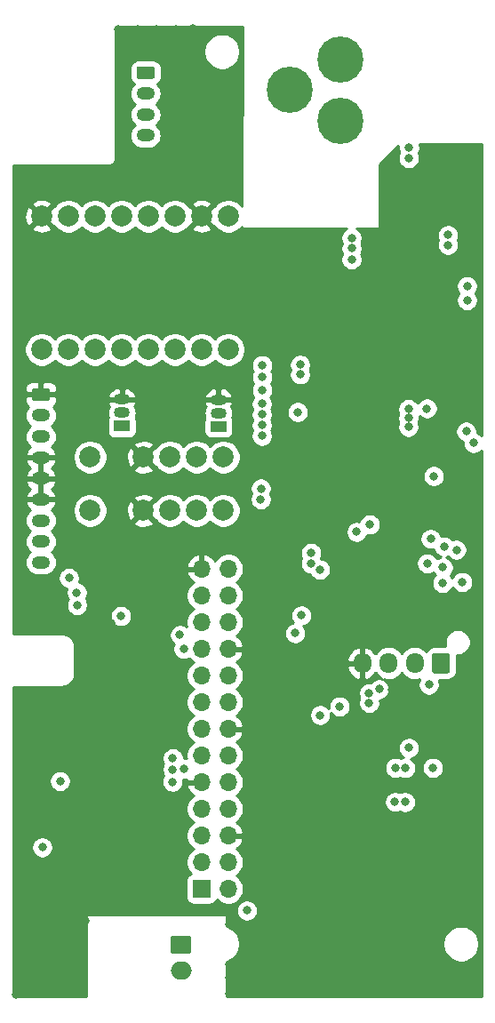
<source format=gbr>
G04 #@! TF.GenerationSoftware,KiCad,Pcbnew,5.1.5+dfsg1-2build2*
G04 #@! TF.CreationDate,2020-07-02T19:50:54+02:00*
G04 #@! TF.ProjectId,BaSe_PWR_V3_2,42615365-5f50-4575-925f-56335f322e6b,rev?*
G04 #@! TF.SameCoordinates,Original*
G04 #@! TF.FileFunction,Copper,L3,Inr*
G04 #@! TF.FilePolarity,Positive*
%FSLAX46Y46*%
G04 Gerber Fmt 4.6, Leading zero omitted, Abs format (unit mm)*
G04 Created by KiCad (PCBNEW 5.1.5+dfsg1-2build2) date 2020-07-02 19:50:54*
%MOMM*%
%LPD*%
G04 APERTURE LIST*
%ADD10O,1.700000X1.700000*%
%ADD11R,1.700000X1.700000*%
%ADD12O,1.700000X1.950000*%
%ADD13C,0.100000*%
%ADD14C,4.400000*%
%ADD15O,2.000000X1.700000*%
%ADD16O,1.750000X1.200000*%
%ADD17C,2.000000*%
%ADD18R,1.500000X1.050000*%
%ADD19O,1.500000X1.050000*%
%ADD20C,0.800000*%
%ADD21C,0.254000*%
G04 APERTURE END LIST*
D10*
X87122000Y-92456000D03*
X84582000Y-92456000D03*
X87122000Y-94996000D03*
X84582000Y-94996000D03*
X87122000Y-97536000D03*
X84582000Y-97536000D03*
X87122000Y-100076000D03*
X84582000Y-100076000D03*
X87122000Y-102616000D03*
X84582000Y-102616000D03*
X87122000Y-105156000D03*
X84582000Y-105156000D03*
X87122000Y-107696000D03*
X84582000Y-107696000D03*
X87122000Y-110236000D03*
X84582000Y-110236000D03*
X87122000Y-112776000D03*
X84582000Y-112776000D03*
X87122000Y-115316000D03*
X84582000Y-115316000D03*
X87122000Y-117856000D03*
X84582000Y-117856000D03*
X87122000Y-120396000D03*
X84582000Y-120396000D03*
X87122000Y-122936000D03*
D11*
X84582000Y-122936000D03*
D12*
X99890000Y-101440000D03*
X102390000Y-101440000D03*
X104890000Y-101440000D03*
G04 #@! TA.AperFunction,ViaPad*
D13*
G36*
X108014504Y-100466204D02*
G01*
X108038773Y-100469804D01*
X108062571Y-100475765D01*
X108085671Y-100484030D01*
X108107849Y-100494520D01*
X108128893Y-100507133D01*
X108148598Y-100521747D01*
X108166777Y-100538223D01*
X108183253Y-100556402D01*
X108197867Y-100576107D01*
X108210480Y-100597151D01*
X108220970Y-100619329D01*
X108229235Y-100642429D01*
X108235196Y-100666227D01*
X108238796Y-100690496D01*
X108240000Y-100715000D01*
X108240000Y-102165000D01*
X108238796Y-102189504D01*
X108235196Y-102213773D01*
X108229235Y-102237571D01*
X108220970Y-102260671D01*
X108210480Y-102282849D01*
X108197867Y-102303893D01*
X108183253Y-102323598D01*
X108166777Y-102341777D01*
X108148598Y-102358253D01*
X108128893Y-102372867D01*
X108107849Y-102385480D01*
X108085671Y-102395970D01*
X108062571Y-102404235D01*
X108038773Y-102410196D01*
X108014504Y-102413796D01*
X107990000Y-102415000D01*
X106790000Y-102415000D01*
X106765496Y-102413796D01*
X106741227Y-102410196D01*
X106717429Y-102404235D01*
X106694329Y-102395970D01*
X106672151Y-102385480D01*
X106651107Y-102372867D01*
X106631402Y-102358253D01*
X106613223Y-102341777D01*
X106596747Y-102323598D01*
X106582133Y-102303893D01*
X106569520Y-102282849D01*
X106559030Y-102260671D01*
X106550765Y-102237571D01*
X106544804Y-102213773D01*
X106541204Y-102189504D01*
X106540000Y-102165000D01*
X106540000Y-100715000D01*
X106541204Y-100690496D01*
X106544804Y-100666227D01*
X106550765Y-100642429D01*
X106559030Y-100619329D01*
X106569520Y-100597151D01*
X106582133Y-100576107D01*
X106596747Y-100556402D01*
X106613223Y-100538223D01*
X106631402Y-100521747D01*
X106651107Y-100507133D01*
X106672151Y-100494520D01*
X106694329Y-100484030D01*
X106717429Y-100475765D01*
X106741227Y-100469804D01*
X106765496Y-100466204D01*
X106790000Y-100465000D01*
X107990000Y-100465000D01*
X108014504Y-100466204D01*
G37*
G04 #@! TD.AperFunction*
D14*
X92990000Y-46784000D03*
X97790000Y-43984000D03*
X97790000Y-49784000D03*
D15*
X82620000Y-130760000D03*
G04 #@! TA.AperFunction,ViaPad*
D13*
G36*
X83394504Y-127411204D02*
G01*
X83418773Y-127414804D01*
X83442571Y-127420765D01*
X83465671Y-127429030D01*
X83487849Y-127439520D01*
X83508893Y-127452133D01*
X83528598Y-127466747D01*
X83546777Y-127483223D01*
X83563253Y-127501402D01*
X83577867Y-127521107D01*
X83590480Y-127542151D01*
X83600970Y-127564329D01*
X83609235Y-127587429D01*
X83615196Y-127611227D01*
X83618796Y-127635496D01*
X83620000Y-127660000D01*
X83620000Y-128860000D01*
X83618796Y-128884504D01*
X83615196Y-128908773D01*
X83609235Y-128932571D01*
X83600970Y-128955671D01*
X83590480Y-128977849D01*
X83577867Y-128998893D01*
X83563253Y-129018598D01*
X83546777Y-129036777D01*
X83528598Y-129053253D01*
X83508893Y-129067867D01*
X83487849Y-129080480D01*
X83465671Y-129090970D01*
X83442571Y-129099235D01*
X83418773Y-129105196D01*
X83394504Y-129108796D01*
X83370000Y-129110000D01*
X81870000Y-129110000D01*
X81845496Y-129108796D01*
X81821227Y-129105196D01*
X81797429Y-129099235D01*
X81774329Y-129090970D01*
X81752151Y-129080480D01*
X81731107Y-129067867D01*
X81711402Y-129053253D01*
X81693223Y-129036777D01*
X81676747Y-129018598D01*
X81662133Y-128998893D01*
X81649520Y-128977849D01*
X81639030Y-128955671D01*
X81630765Y-128932571D01*
X81624804Y-128908773D01*
X81621204Y-128884504D01*
X81620000Y-128860000D01*
X81620000Y-127660000D01*
X81621204Y-127635496D01*
X81624804Y-127611227D01*
X81630765Y-127587429D01*
X81639030Y-127564329D01*
X81649520Y-127542151D01*
X81662133Y-127521107D01*
X81676747Y-127501402D01*
X81693223Y-127483223D01*
X81711402Y-127466747D01*
X81731107Y-127452133D01*
X81752151Y-127439520D01*
X81774329Y-127429030D01*
X81797429Y-127420765D01*
X81821227Y-127414804D01*
X81845496Y-127411204D01*
X81870000Y-127410000D01*
X83370000Y-127410000D01*
X83394504Y-127411204D01*
G37*
G04 #@! TD.AperFunction*
D16*
X79250000Y-51180000D03*
X79250000Y-49180000D03*
X79250000Y-47180000D03*
G04 #@! TA.AperFunction,ViaPad*
D13*
G36*
X79899505Y-44581204D02*
G01*
X79923773Y-44584804D01*
X79947572Y-44590765D01*
X79970671Y-44599030D01*
X79992850Y-44609520D01*
X80013893Y-44622132D01*
X80033599Y-44636747D01*
X80051777Y-44653223D01*
X80068253Y-44671401D01*
X80082868Y-44691107D01*
X80095480Y-44712150D01*
X80105970Y-44734329D01*
X80114235Y-44757428D01*
X80120196Y-44781227D01*
X80123796Y-44805495D01*
X80125000Y-44829999D01*
X80125000Y-45530001D01*
X80123796Y-45554505D01*
X80120196Y-45578773D01*
X80114235Y-45602572D01*
X80105970Y-45625671D01*
X80095480Y-45647850D01*
X80082868Y-45668893D01*
X80068253Y-45688599D01*
X80051777Y-45706777D01*
X80033599Y-45723253D01*
X80013893Y-45737868D01*
X79992850Y-45750480D01*
X79970671Y-45760970D01*
X79947572Y-45769235D01*
X79923773Y-45775196D01*
X79899505Y-45778796D01*
X79875001Y-45780000D01*
X78624999Y-45780000D01*
X78600495Y-45778796D01*
X78576227Y-45775196D01*
X78552428Y-45769235D01*
X78529329Y-45760970D01*
X78507150Y-45750480D01*
X78486107Y-45737868D01*
X78466401Y-45723253D01*
X78448223Y-45706777D01*
X78431747Y-45688599D01*
X78417132Y-45668893D01*
X78404520Y-45647850D01*
X78394030Y-45625671D01*
X78385765Y-45602572D01*
X78379804Y-45578773D01*
X78376204Y-45554505D01*
X78375000Y-45530001D01*
X78375000Y-44829999D01*
X78376204Y-44805495D01*
X78379804Y-44781227D01*
X78385765Y-44757428D01*
X78394030Y-44734329D01*
X78404520Y-44712150D01*
X78417132Y-44691107D01*
X78431747Y-44671401D01*
X78448223Y-44653223D01*
X78466401Y-44636747D01*
X78486107Y-44622132D01*
X78507150Y-44609520D01*
X78529329Y-44599030D01*
X78552428Y-44590765D01*
X78576227Y-44584804D01*
X78600495Y-44581204D01*
X78624999Y-44580000D01*
X79875001Y-44580000D01*
X79899505Y-44581204D01*
G37*
G04 #@! TD.AperFunction*
D17*
X86660000Y-81820000D03*
X86660000Y-86900000D03*
X84120000Y-86900000D03*
X84120000Y-81820000D03*
X79040000Y-86900000D03*
X73960000Y-86900000D03*
X79040000Y-81820000D03*
X73960000Y-81820000D03*
X81580000Y-86900000D03*
X81580000Y-81820000D03*
D16*
X69270000Y-91850000D03*
X69270000Y-89850000D03*
X69270000Y-87850000D03*
X69270000Y-85850000D03*
X69270000Y-83850000D03*
X69270000Y-81850000D03*
X69270000Y-79850000D03*
X69270000Y-77850000D03*
G04 #@! TA.AperFunction,ViaPad*
D13*
G36*
X69919505Y-75251204D02*
G01*
X69943773Y-75254804D01*
X69967572Y-75260765D01*
X69990671Y-75269030D01*
X70012850Y-75279520D01*
X70033893Y-75292132D01*
X70053599Y-75306747D01*
X70071777Y-75323223D01*
X70088253Y-75341401D01*
X70102868Y-75361107D01*
X70115480Y-75382150D01*
X70125970Y-75404329D01*
X70134235Y-75427428D01*
X70140196Y-75451227D01*
X70143796Y-75475495D01*
X70145000Y-75499999D01*
X70145000Y-76200001D01*
X70143796Y-76224505D01*
X70140196Y-76248773D01*
X70134235Y-76272572D01*
X70125970Y-76295671D01*
X70115480Y-76317850D01*
X70102868Y-76338893D01*
X70088253Y-76358599D01*
X70071777Y-76376777D01*
X70053599Y-76393253D01*
X70033893Y-76407868D01*
X70012850Y-76420480D01*
X69990671Y-76430970D01*
X69967572Y-76439235D01*
X69943773Y-76445196D01*
X69919505Y-76448796D01*
X69895001Y-76450000D01*
X68644999Y-76450000D01*
X68620495Y-76448796D01*
X68596227Y-76445196D01*
X68572428Y-76439235D01*
X68549329Y-76430970D01*
X68527150Y-76420480D01*
X68506107Y-76407868D01*
X68486401Y-76393253D01*
X68468223Y-76376777D01*
X68451747Y-76358599D01*
X68437132Y-76338893D01*
X68424520Y-76317850D01*
X68414030Y-76295671D01*
X68405765Y-76272572D01*
X68399804Y-76248773D01*
X68396204Y-76224505D01*
X68395000Y-76200001D01*
X68395000Y-75499999D01*
X68396204Y-75475495D01*
X68399804Y-75451227D01*
X68405765Y-75427428D01*
X68414030Y-75404329D01*
X68424520Y-75382150D01*
X68437132Y-75361107D01*
X68451747Y-75341401D01*
X68468223Y-75323223D01*
X68486401Y-75306747D01*
X68506107Y-75292132D01*
X68527150Y-75279520D01*
X68549329Y-75269030D01*
X68572428Y-75260765D01*
X68596227Y-75254804D01*
X68620495Y-75251204D01*
X68644999Y-75250000D01*
X69895001Y-75250000D01*
X69919505Y-75251204D01*
G37*
G04 #@! TD.AperFunction*
D18*
X86190000Y-78888000D03*
D19*
X86190000Y-76348000D03*
X86190000Y-77618000D03*
D18*
X76990000Y-78860000D03*
D19*
X76990000Y-76320000D03*
X76990000Y-77590000D03*
D17*
X84572000Y-58866000D03*
X87112000Y-58866000D03*
X69332000Y-58866000D03*
X82032000Y-58866000D03*
X76952000Y-58866000D03*
X74412000Y-58866000D03*
X71872000Y-58866000D03*
X79492000Y-58866000D03*
X69332000Y-71566000D03*
X71872000Y-71566000D03*
X74412000Y-71566000D03*
X87112000Y-71566000D03*
X84572000Y-71566000D03*
X76952000Y-71566000D03*
X79492000Y-71566000D03*
X82032000Y-71566000D03*
D20*
X96311111Y-118120000D03*
X105316666Y-118120000D03*
X101714444Y-118120000D03*
X94510000Y-118120000D03*
X107117777Y-118120000D03*
X99913333Y-118120000D03*
X98112222Y-118120000D03*
X103515555Y-118120000D03*
X108918888Y-118120000D03*
X110720000Y-118078889D03*
X110720000Y-109073334D03*
X110720000Y-112675556D03*
X110720000Y-119880000D03*
X110720000Y-107272223D03*
X110720000Y-114476667D03*
X110720000Y-116277778D03*
X110720000Y-110874445D03*
X110720000Y-105471112D03*
X110720000Y-103670000D03*
X110690000Y-125068889D03*
X110690000Y-123267778D03*
X110690000Y-121466667D03*
X104440000Y-63350000D03*
X107800000Y-63330000D03*
X98130000Y-64390000D03*
X98130000Y-65330000D03*
X98130000Y-66370000D03*
X94100000Y-67500000D03*
X94090000Y-66410000D03*
X104930000Y-105290000D03*
X104850000Y-104280000D03*
X103920000Y-103950000D03*
X102710000Y-103940000D03*
X100210000Y-82470000D03*
X100220000Y-83490000D03*
X102660000Y-80410000D03*
X102660000Y-81310000D03*
X90600000Y-81570000D03*
X91430000Y-82170000D03*
X92540000Y-82170000D03*
X94990000Y-89430000D03*
X94980000Y-88440000D03*
X97630000Y-89400000D03*
X97610000Y-88490000D03*
X100400000Y-74830000D03*
X100400000Y-75720000D03*
X70260000Y-125970000D03*
X71360000Y-125970000D03*
X72500000Y-125960000D03*
X73510000Y-125970000D03*
X76550000Y-116050000D03*
X74770000Y-116090000D03*
X90540000Y-100040000D03*
X82860000Y-101500000D03*
X76440000Y-105120000D03*
X75180000Y-105120000D03*
X72150000Y-105090000D03*
X70820000Y-105120000D03*
X69590000Y-105120000D03*
X75130000Y-106370000D03*
X73680000Y-106400000D03*
X70820000Y-106320000D03*
X69560000Y-106350000D03*
X69100000Y-97300000D03*
X70100000Y-97330000D03*
X74990000Y-97560000D03*
X76000000Y-97590000D03*
X90480000Y-107330000D03*
X108960000Y-74140000D03*
X80900000Y-69300000D03*
X76600000Y-41030000D03*
X78460000Y-41030000D03*
X80300000Y-41030000D03*
X82100000Y-41030000D03*
X83730000Y-41010000D03*
X102250000Y-54530000D03*
X102220000Y-56490000D03*
X102240000Y-58720000D03*
X110840000Y-52670000D03*
X108580000Y-52700000D03*
X110810000Y-54500000D03*
X110840000Y-56540000D03*
X110250000Y-60660000D03*
X110220000Y-63200000D03*
X106040000Y-78910000D03*
X106030000Y-80790000D03*
X96470000Y-84490000D03*
X93540000Y-84600000D03*
X95689285Y-132930000D03*
X97387142Y-132930000D03*
X99084999Y-132930000D03*
X100782856Y-132930000D03*
X102480713Y-132930000D03*
X104178570Y-132930000D03*
X105876427Y-132930000D03*
X107574284Y-132930000D03*
X109272141Y-132930000D03*
X110970000Y-132930000D03*
X75400000Y-112600000D03*
X75400000Y-111300000D03*
X75400000Y-109800000D03*
X75400000Y-108100000D03*
X73600000Y-108100000D03*
X73600000Y-109800000D03*
X73600000Y-111300000D03*
X72000000Y-111300000D03*
X72000000Y-109900000D03*
X72000000Y-108000000D03*
X70000000Y-108000000D03*
X70000000Y-109800000D03*
X70000000Y-111200000D03*
X74500000Y-90500000D03*
X76200000Y-90500000D03*
X74500000Y-93800000D03*
X76200000Y-93800000D03*
X87600000Y-46100000D03*
X87600000Y-47900000D03*
X87600000Y-49540000D03*
X87600000Y-51180000D03*
X87600000Y-54460000D03*
X87600000Y-56100000D03*
X87600000Y-52820000D03*
X74900000Y-54400000D03*
X72950000Y-54400000D03*
X71000000Y-54400000D03*
X69050000Y-54400000D03*
X67100000Y-54400000D03*
X67100000Y-56225000D03*
X67100000Y-58050000D03*
X67100000Y-59875000D03*
X67100000Y-61700000D03*
X82600000Y-60800000D03*
X82600000Y-62000000D03*
X82600000Y-63200000D03*
X83800000Y-64000000D03*
X85100000Y-64000000D03*
X89200000Y-112000000D03*
X89200000Y-113700000D03*
X89200000Y-115400000D03*
X89200000Y-117100000D03*
X93991428Y-132900000D03*
X92293571Y-132900000D03*
X90595714Y-132900000D03*
X88897857Y-132900000D03*
X87200000Y-132900000D03*
X111000000Y-131400000D03*
X66900000Y-133000000D03*
X104800000Y-90900000D03*
X100700000Y-93800000D03*
X99400000Y-93800000D03*
X96500000Y-93800000D03*
X95200000Y-93800000D03*
X81400000Y-76000000D03*
X81400000Y-77300000D03*
X81400000Y-78600000D03*
X73800000Y-74500000D03*
X75500000Y-69700000D03*
X74100000Y-69700000D03*
X72500000Y-69700000D03*
X71100000Y-69700000D03*
X69600000Y-69700000D03*
X68100000Y-69700000D03*
X87200000Y-131400000D03*
X87200000Y-130100000D03*
X87200000Y-126300000D03*
X88300000Y-127200000D03*
X88300000Y-129100000D03*
X90230000Y-84800000D03*
X90210000Y-85840000D03*
X98880000Y-62990000D03*
X98880000Y-61920000D03*
X98880000Y-60950000D03*
X90330000Y-76750000D03*
X90330000Y-77760000D03*
X93740000Y-77530000D03*
X90330000Y-78770000D03*
X90330000Y-79780000D03*
X71095000Y-112685000D03*
X108050000Y-61600000D03*
X108070000Y-60660000D03*
X81830000Y-110490000D03*
X81830000Y-111550000D03*
X81810000Y-112750000D03*
X82910000Y-111520000D03*
X72700000Y-94730000D03*
X72720000Y-95920000D03*
X104323000Y-53333000D03*
X100610000Y-88240000D03*
X94090000Y-96900000D03*
X104360000Y-52330000D03*
X99350000Y-88940000D03*
X93500000Y-98590000D03*
X71939990Y-93317407D03*
X104344979Y-109510000D03*
X106410000Y-89600000D03*
X107540000Y-93790000D03*
X76896052Y-96963255D03*
X103970000Y-114670000D03*
X103980000Y-111440000D03*
X103050000Y-111410000D03*
X103010000Y-114660000D03*
X101500000Y-103920000D03*
X100540000Y-104290000D03*
X100550000Y-105240000D03*
X104290000Y-78940000D03*
X104290000Y-78080000D03*
X104290000Y-77230000D03*
X95020000Y-90940000D03*
X95010000Y-91950000D03*
X95850000Y-92530000D03*
X106696468Y-83626468D03*
X106050000Y-77180000D03*
X95880000Y-106390000D03*
X88900000Y-125000000D03*
X69400010Y-118980000D03*
X82870000Y-100080000D03*
X82511371Y-98747964D03*
X109880000Y-65510000D03*
X110494283Y-80462184D03*
X107670000Y-90320000D03*
X106060000Y-91940000D03*
X109880000Y-66870000D03*
X109790000Y-79370000D03*
X108860000Y-90650000D03*
X107580000Y-92320000D03*
X90340000Y-74190000D03*
X90340000Y-73050000D03*
X93970000Y-73010000D03*
X90340000Y-75420000D03*
X93970000Y-73920000D03*
X106625000Y-111420000D03*
X97720000Y-105570000D03*
X109415010Y-93720000D03*
X106230000Y-103500000D03*
D21*
G36*
X88425714Y-57889190D02*
G01*
X88381987Y-57823748D01*
X88154252Y-57596013D01*
X87886463Y-57417082D01*
X87588912Y-57293832D01*
X87273033Y-57231000D01*
X86950967Y-57231000D01*
X86635088Y-57293832D01*
X86337537Y-57417082D01*
X86069748Y-57596013D01*
X85842013Y-57823748D01*
X85769280Y-57932600D01*
X85707413Y-57910192D01*
X84751605Y-58866000D01*
X85707413Y-59821808D01*
X85769280Y-59799400D01*
X85842013Y-59908252D01*
X86069748Y-60135987D01*
X86337537Y-60314918D01*
X86635088Y-60438168D01*
X86950967Y-60501000D01*
X87273033Y-60501000D01*
X87588912Y-60438168D01*
X87886463Y-60314918D01*
X88154252Y-60135987D01*
X88381987Y-59908252D01*
X88422012Y-59848350D01*
X88421834Y-59942559D01*
X88424228Y-59967340D01*
X88431410Y-59991178D01*
X88443104Y-60013157D01*
X88458862Y-60032432D01*
X88478077Y-60048262D01*
X88500012Y-60060040D01*
X88523822Y-60067312D01*
X88549482Y-60069797D01*
X98421967Y-60019448D01*
X98389744Y-60032795D01*
X98220226Y-60146063D01*
X98076063Y-60290226D01*
X97962795Y-60459744D01*
X97884774Y-60648102D01*
X97845000Y-60848061D01*
X97845000Y-61051939D01*
X97884774Y-61251898D01*
X97960618Y-61435000D01*
X97884774Y-61618102D01*
X97845000Y-61818061D01*
X97845000Y-62021939D01*
X97884774Y-62221898D01*
X97962795Y-62410256D01*
X97992692Y-62455000D01*
X97962795Y-62499744D01*
X97884774Y-62688102D01*
X97845000Y-62888061D01*
X97845000Y-63091939D01*
X97884774Y-63291898D01*
X97962795Y-63480256D01*
X98076063Y-63649774D01*
X98220226Y-63793937D01*
X98389744Y-63907205D01*
X98578102Y-63985226D01*
X98778061Y-64025000D01*
X98981939Y-64025000D01*
X99181898Y-63985226D01*
X99370256Y-63907205D01*
X99539774Y-63793937D01*
X99683937Y-63649774D01*
X99797205Y-63480256D01*
X99875226Y-63291898D01*
X99915000Y-63091939D01*
X99915000Y-62888061D01*
X99875226Y-62688102D01*
X99797205Y-62499744D01*
X99767308Y-62455000D01*
X99797205Y-62410256D01*
X99875226Y-62221898D01*
X99915000Y-62021939D01*
X99915000Y-61818061D01*
X99875226Y-61618102D01*
X99825503Y-61498061D01*
X107015000Y-61498061D01*
X107015000Y-61701939D01*
X107054774Y-61901898D01*
X107132795Y-62090256D01*
X107246063Y-62259774D01*
X107390226Y-62403937D01*
X107559744Y-62517205D01*
X107748102Y-62595226D01*
X107948061Y-62635000D01*
X108151939Y-62635000D01*
X108351898Y-62595226D01*
X108540256Y-62517205D01*
X108709774Y-62403937D01*
X108853937Y-62259774D01*
X108967205Y-62090256D01*
X109045226Y-61901898D01*
X109085000Y-61701939D01*
X109085000Y-61498061D01*
X109045226Y-61298102D01*
X108985218Y-61153230D01*
X108987205Y-61150256D01*
X109065226Y-60961898D01*
X109105000Y-60761939D01*
X109105000Y-60558061D01*
X109065226Y-60358102D01*
X108987205Y-60169744D01*
X108873937Y-60000226D01*
X108729774Y-59856063D01*
X108560256Y-59742795D01*
X108371898Y-59664774D01*
X108171939Y-59625000D01*
X107968061Y-59625000D01*
X107768102Y-59664774D01*
X107579744Y-59742795D01*
X107410226Y-59856063D01*
X107266063Y-60000226D01*
X107152795Y-60169744D01*
X107074774Y-60358102D01*
X107035000Y-60558061D01*
X107035000Y-60761939D01*
X107074774Y-60961898D01*
X107134782Y-61106770D01*
X107132795Y-61109744D01*
X107054774Y-61298102D01*
X107015000Y-61498061D01*
X99825503Y-61498061D01*
X99799382Y-61435000D01*
X99875226Y-61251898D01*
X99915000Y-61051939D01*
X99915000Y-60848061D01*
X99875226Y-60648102D01*
X99797205Y-60459744D01*
X99683937Y-60290226D01*
X99539774Y-60146063D01*
X99370256Y-60032795D01*
X99326891Y-60014833D01*
X101427011Y-60004122D01*
X101451774Y-60001556D01*
X101475562Y-59994207D01*
X101497458Y-59982359D01*
X101516622Y-59966467D01*
X101532318Y-59947142D01*
X101543942Y-59925126D01*
X101551047Y-59901265D01*
X101553363Y-59876912D01*
X101543452Y-53952702D01*
X103336930Y-52168082D01*
X103325000Y-52228061D01*
X103325000Y-52431939D01*
X103364774Y-52631898D01*
X103434386Y-52799955D01*
X103405795Y-52842744D01*
X103327774Y-53031102D01*
X103288000Y-53231061D01*
X103288000Y-53434939D01*
X103327774Y-53634898D01*
X103405795Y-53823256D01*
X103519063Y-53992774D01*
X103663226Y-54136937D01*
X103832744Y-54250205D01*
X104021102Y-54328226D01*
X104221061Y-54368000D01*
X104424939Y-54368000D01*
X104624898Y-54328226D01*
X104813256Y-54250205D01*
X104982774Y-54136937D01*
X105126937Y-53992774D01*
X105240205Y-53823256D01*
X105318226Y-53634898D01*
X105358000Y-53434939D01*
X105358000Y-53231061D01*
X105318226Y-53031102D01*
X105248614Y-52863045D01*
X105277205Y-52820256D01*
X105355226Y-52631898D01*
X105395000Y-52431939D01*
X105395000Y-52228061D01*
X105355226Y-52028102D01*
X105324836Y-51954734D01*
X111256263Y-51958237D01*
X111259230Y-79763420D01*
X111154057Y-79658247D01*
X110984539Y-79544979D01*
X110823722Y-79478366D01*
X110825000Y-79471939D01*
X110825000Y-79268061D01*
X110785226Y-79068102D01*
X110707205Y-78879744D01*
X110593937Y-78710226D01*
X110449774Y-78566063D01*
X110280256Y-78452795D01*
X110091898Y-78374774D01*
X109891939Y-78335000D01*
X109688061Y-78335000D01*
X109488102Y-78374774D01*
X109299744Y-78452795D01*
X109130226Y-78566063D01*
X108986063Y-78710226D01*
X108872795Y-78879744D01*
X108794774Y-79068102D01*
X108755000Y-79268061D01*
X108755000Y-79471939D01*
X108794774Y-79671898D01*
X108872795Y-79860256D01*
X108986063Y-80029774D01*
X109130226Y-80173937D01*
X109299744Y-80287205D01*
X109460561Y-80353818D01*
X109459283Y-80360245D01*
X109459283Y-80564123D01*
X109499057Y-80764082D01*
X109577078Y-80952440D01*
X109690346Y-81121958D01*
X109834509Y-81266121D01*
X110004027Y-81379389D01*
X110192385Y-81457410D01*
X110392344Y-81497184D01*
X110596222Y-81497184D01*
X110796181Y-81457410D01*
X110984539Y-81379389D01*
X111154057Y-81266121D01*
X111259379Y-81160799D01*
X111264927Y-133163149D01*
X86953363Y-133168439D01*
X86953363Y-129880800D01*
X87016081Y-129868325D01*
X87331831Y-129737537D01*
X87615998Y-129547663D01*
X87857663Y-129305998D01*
X88047537Y-129021831D01*
X88178325Y-128706081D01*
X88245000Y-128370883D01*
X88245000Y-128029117D01*
X107555000Y-128029117D01*
X107555000Y-128370883D01*
X107621675Y-128706081D01*
X107752463Y-129021831D01*
X107942337Y-129305998D01*
X108184002Y-129547663D01*
X108468169Y-129737537D01*
X108783919Y-129868325D01*
X109119117Y-129935000D01*
X109460883Y-129935000D01*
X109796081Y-129868325D01*
X110111831Y-129737537D01*
X110395998Y-129547663D01*
X110637663Y-129305998D01*
X110827537Y-129021831D01*
X110958325Y-128706081D01*
X111025000Y-128370883D01*
X111025000Y-128029117D01*
X110958325Y-127693919D01*
X110827537Y-127378169D01*
X110637663Y-127094002D01*
X110395998Y-126852337D01*
X110111831Y-126662463D01*
X109796081Y-126531675D01*
X109460883Y-126465000D01*
X109119117Y-126465000D01*
X108783919Y-126531675D01*
X108468169Y-126662463D01*
X108184002Y-126852337D01*
X107942337Y-127094002D01*
X107752463Y-127378169D01*
X107621675Y-127693919D01*
X107555000Y-128029117D01*
X88245000Y-128029117D01*
X88178325Y-127693919D01*
X88047537Y-127378169D01*
X87857663Y-127094002D01*
X87615998Y-126852337D01*
X87331831Y-126662463D01*
X87016081Y-126531675D01*
X86953363Y-126519200D01*
X86953363Y-125481656D01*
X86950923Y-125456880D01*
X86943696Y-125433055D01*
X86931960Y-125411099D01*
X86916166Y-125391853D01*
X86896920Y-125376059D01*
X86874964Y-125364323D01*
X86851139Y-125357096D01*
X86826266Y-125354656D01*
X73726266Y-125364656D01*
X73701491Y-125367115D01*
X73677673Y-125374360D01*
X73655725Y-125386113D01*
X73636492Y-125401922D01*
X73620713Y-125421179D01*
X73608993Y-125443145D01*
X73601784Y-125466975D01*
X73599364Y-125492192D01*
X73631785Y-133171338D01*
X66675000Y-133172852D01*
X66675000Y-124898061D01*
X87865000Y-124898061D01*
X87865000Y-125101939D01*
X87904774Y-125301898D01*
X87982795Y-125490256D01*
X88096063Y-125659774D01*
X88240226Y-125803937D01*
X88409744Y-125917205D01*
X88598102Y-125995226D01*
X88798061Y-126035000D01*
X89001939Y-126035000D01*
X89201898Y-125995226D01*
X89390256Y-125917205D01*
X89559774Y-125803937D01*
X89703937Y-125659774D01*
X89817205Y-125490256D01*
X89895226Y-125301898D01*
X89935000Y-125101939D01*
X89935000Y-124898061D01*
X89895226Y-124698102D01*
X89817205Y-124509744D01*
X89703937Y-124340226D01*
X89559774Y-124196063D01*
X89390256Y-124082795D01*
X89201898Y-124004774D01*
X89001939Y-123965000D01*
X88798061Y-123965000D01*
X88598102Y-124004774D01*
X88409744Y-124082795D01*
X88240226Y-124196063D01*
X88096063Y-124340226D01*
X87982795Y-124509744D01*
X87904774Y-124698102D01*
X87865000Y-124898061D01*
X66675000Y-124898061D01*
X66675000Y-118878061D01*
X68365010Y-118878061D01*
X68365010Y-119081939D01*
X68404784Y-119281898D01*
X68482805Y-119470256D01*
X68596073Y-119639774D01*
X68740236Y-119783937D01*
X68909754Y-119897205D01*
X69098112Y-119975226D01*
X69298071Y-120015000D01*
X69501949Y-120015000D01*
X69701908Y-119975226D01*
X69890266Y-119897205D01*
X70059784Y-119783937D01*
X70203947Y-119639774D01*
X70317215Y-119470256D01*
X70395236Y-119281898D01*
X70435010Y-119081939D01*
X70435010Y-118878061D01*
X70395236Y-118678102D01*
X70317215Y-118489744D01*
X70203947Y-118320226D01*
X70059784Y-118176063D01*
X69890266Y-118062795D01*
X69701908Y-117984774D01*
X69501949Y-117945000D01*
X69298071Y-117945000D01*
X69098112Y-117984774D01*
X68909754Y-118062795D01*
X68740236Y-118176063D01*
X68596073Y-118320226D01*
X68482805Y-118489744D01*
X68404784Y-118678102D01*
X68365010Y-118878061D01*
X66675000Y-118878061D01*
X66675000Y-112583061D01*
X70060000Y-112583061D01*
X70060000Y-112786939D01*
X70099774Y-112986898D01*
X70177795Y-113175256D01*
X70291063Y-113344774D01*
X70435226Y-113488937D01*
X70604744Y-113602205D01*
X70793102Y-113680226D01*
X70993061Y-113720000D01*
X71196939Y-113720000D01*
X71396898Y-113680226D01*
X71585256Y-113602205D01*
X71754774Y-113488937D01*
X71898937Y-113344774D01*
X72012205Y-113175256D01*
X72090226Y-112986898D01*
X72130000Y-112786939D01*
X72130000Y-112648061D01*
X80775000Y-112648061D01*
X80775000Y-112851939D01*
X80814774Y-113051898D01*
X80892795Y-113240256D01*
X81006063Y-113409774D01*
X81150226Y-113553937D01*
X81319744Y-113667205D01*
X81508102Y-113745226D01*
X81708061Y-113785000D01*
X81911939Y-113785000D01*
X82111898Y-113745226D01*
X82300256Y-113667205D01*
X82469774Y-113553937D01*
X82613937Y-113409774D01*
X82727205Y-113240256D01*
X82805226Y-113051898D01*
X82845000Y-112851939D01*
X82845000Y-112648061D01*
X82826489Y-112555000D01*
X83011939Y-112555000D01*
X83193210Y-112518943D01*
X83261845Y-112649000D01*
X84455000Y-112649000D01*
X84455000Y-112629000D01*
X84709000Y-112629000D01*
X84709000Y-112649000D01*
X84729000Y-112649000D01*
X84729000Y-112903000D01*
X84709000Y-112903000D01*
X84709000Y-112923000D01*
X84455000Y-112923000D01*
X84455000Y-112903000D01*
X83261845Y-112903000D01*
X83140524Y-113132890D01*
X83185175Y-113280099D01*
X83310359Y-113542920D01*
X83484412Y-113776269D01*
X83700645Y-113971178D01*
X83817534Y-114040805D01*
X83635368Y-114162525D01*
X83428525Y-114369368D01*
X83266010Y-114612589D01*
X83154068Y-114882842D01*
X83097000Y-115169740D01*
X83097000Y-115462260D01*
X83154068Y-115749158D01*
X83266010Y-116019411D01*
X83428525Y-116262632D01*
X83635368Y-116469475D01*
X83809760Y-116586000D01*
X83635368Y-116702525D01*
X83428525Y-116909368D01*
X83266010Y-117152589D01*
X83154068Y-117422842D01*
X83097000Y-117709740D01*
X83097000Y-118002260D01*
X83154068Y-118289158D01*
X83266010Y-118559411D01*
X83428525Y-118802632D01*
X83635368Y-119009475D01*
X83809760Y-119126000D01*
X83635368Y-119242525D01*
X83428525Y-119449368D01*
X83266010Y-119692589D01*
X83154068Y-119962842D01*
X83097000Y-120249740D01*
X83097000Y-120542260D01*
X83154068Y-120829158D01*
X83266010Y-121099411D01*
X83428525Y-121342632D01*
X83560380Y-121474487D01*
X83487820Y-121496498D01*
X83377506Y-121555463D01*
X83280815Y-121634815D01*
X83201463Y-121731506D01*
X83142498Y-121841820D01*
X83106188Y-121961518D01*
X83093928Y-122086000D01*
X83093928Y-123786000D01*
X83106188Y-123910482D01*
X83142498Y-124030180D01*
X83201463Y-124140494D01*
X83280815Y-124237185D01*
X83377506Y-124316537D01*
X83487820Y-124375502D01*
X83607518Y-124411812D01*
X83732000Y-124424072D01*
X85432000Y-124424072D01*
X85556482Y-124411812D01*
X85676180Y-124375502D01*
X85786494Y-124316537D01*
X85883185Y-124237185D01*
X85962537Y-124140494D01*
X86021502Y-124030180D01*
X86043513Y-123957620D01*
X86175368Y-124089475D01*
X86418589Y-124251990D01*
X86688842Y-124363932D01*
X86975740Y-124421000D01*
X87268260Y-124421000D01*
X87555158Y-124363932D01*
X87825411Y-124251990D01*
X88068632Y-124089475D01*
X88275475Y-123882632D01*
X88437990Y-123639411D01*
X88549932Y-123369158D01*
X88607000Y-123082260D01*
X88607000Y-122789740D01*
X88549932Y-122502842D01*
X88437990Y-122232589D01*
X88275475Y-121989368D01*
X88068632Y-121782525D01*
X87894240Y-121666000D01*
X88068632Y-121549475D01*
X88275475Y-121342632D01*
X88437990Y-121099411D01*
X88549932Y-120829158D01*
X88607000Y-120542260D01*
X88607000Y-120249740D01*
X88549932Y-119962842D01*
X88437990Y-119692589D01*
X88275475Y-119449368D01*
X88068632Y-119242525D01*
X87886466Y-119120805D01*
X88003355Y-119051178D01*
X88219588Y-118856269D01*
X88393641Y-118622920D01*
X88518825Y-118360099D01*
X88563476Y-118212890D01*
X88442155Y-117983000D01*
X87249000Y-117983000D01*
X87249000Y-118003000D01*
X86995000Y-118003000D01*
X86995000Y-117983000D01*
X86975000Y-117983000D01*
X86975000Y-117729000D01*
X86995000Y-117729000D01*
X86995000Y-117709000D01*
X87249000Y-117709000D01*
X87249000Y-117729000D01*
X88442155Y-117729000D01*
X88563476Y-117499110D01*
X88518825Y-117351901D01*
X88393641Y-117089080D01*
X88219588Y-116855731D01*
X88003355Y-116660822D01*
X87886466Y-116591195D01*
X88068632Y-116469475D01*
X88275475Y-116262632D01*
X88437990Y-116019411D01*
X88549932Y-115749158D01*
X88607000Y-115462260D01*
X88607000Y-115169740D01*
X88549932Y-114882842D01*
X88437990Y-114612589D01*
X88401556Y-114558061D01*
X101975000Y-114558061D01*
X101975000Y-114761939D01*
X102014774Y-114961898D01*
X102092795Y-115150256D01*
X102206063Y-115319774D01*
X102350226Y-115463937D01*
X102519744Y-115577205D01*
X102708102Y-115655226D01*
X102908061Y-115695000D01*
X103111939Y-115695000D01*
X103311898Y-115655226D01*
X103478355Y-115586277D01*
X103479744Y-115587205D01*
X103668102Y-115665226D01*
X103868061Y-115705000D01*
X104071939Y-115705000D01*
X104271898Y-115665226D01*
X104460256Y-115587205D01*
X104629774Y-115473937D01*
X104773937Y-115329774D01*
X104887205Y-115160256D01*
X104965226Y-114971898D01*
X105005000Y-114771939D01*
X105005000Y-114568061D01*
X104965226Y-114368102D01*
X104887205Y-114179744D01*
X104773937Y-114010226D01*
X104629774Y-113866063D01*
X104460256Y-113752795D01*
X104271898Y-113674774D01*
X104071939Y-113635000D01*
X103868061Y-113635000D01*
X103668102Y-113674774D01*
X103501645Y-113743723D01*
X103500256Y-113742795D01*
X103311898Y-113664774D01*
X103111939Y-113625000D01*
X102908061Y-113625000D01*
X102708102Y-113664774D01*
X102519744Y-113742795D01*
X102350226Y-113856063D01*
X102206063Y-114000226D01*
X102092795Y-114169744D01*
X102014774Y-114358102D01*
X101975000Y-114558061D01*
X88401556Y-114558061D01*
X88275475Y-114369368D01*
X88068632Y-114162525D01*
X87894240Y-114046000D01*
X88068632Y-113929475D01*
X88275475Y-113722632D01*
X88437990Y-113479411D01*
X88549932Y-113209158D01*
X88607000Y-112922260D01*
X88607000Y-112629740D01*
X88549932Y-112342842D01*
X88437990Y-112072589D01*
X88275475Y-111829368D01*
X88068632Y-111622525D01*
X87894240Y-111506000D01*
X88068632Y-111389475D01*
X88150046Y-111308061D01*
X102015000Y-111308061D01*
X102015000Y-111511939D01*
X102054774Y-111711898D01*
X102132795Y-111900256D01*
X102246063Y-112069774D01*
X102390226Y-112213937D01*
X102559744Y-112327205D01*
X102748102Y-112405226D01*
X102948061Y-112445000D01*
X103151939Y-112445000D01*
X103351898Y-112405226D01*
X103481358Y-112351602D01*
X103489744Y-112357205D01*
X103678102Y-112435226D01*
X103878061Y-112475000D01*
X104081939Y-112475000D01*
X104281898Y-112435226D01*
X104470256Y-112357205D01*
X104639774Y-112243937D01*
X104783937Y-112099774D01*
X104897205Y-111930256D01*
X104975226Y-111741898D01*
X105015000Y-111541939D01*
X105015000Y-111338061D01*
X105011022Y-111318061D01*
X105590000Y-111318061D01*
X105590000Y-111521939D01*
X105629774Y-111721898D01*
X105707795Y-111910256D01*
X105821063Y-112079774D01*
X105965226Y-112223937D01*
X106134744Y-112337205D01*
X106323102Y-112415226D01*
X106523061Y-112455000D01*
X106726939Y-112455000D01*
X106926898Y-112415226D01*
X107115256Y-112337205D01*
X107284774Y-112223937D01*
X107428937Y-112079774D01*
X107542205Y-111910256D01*
X107620226Y-111721898D01*
X107660000Y-111521939D01*
X107660000Y-111318061D01*
X107620226Y-111118102D01*
X107542205Y-110929744D01*
X107428937Y-110760226D01*
X107284774Y-110616063D01*
X107115256Y-110502795D01*
X106926898Y-110424774D01*
X106726939Y-110385000D01*
X106523061Y-110385000D01*
X106323102Y-110424774D01*
X106134744Y-110502795D01*
X105965226Y-110616063D01*
X105821063Y-110760226D01*
X105707795Y-110929744D01*
X105629774Y-111118102D01*
X105590000Y-111318061D01*
X105011022Y-111318061D01*
X104975226Y-111138102D01*
X104897205Y-110949744D01*
X104783937Y-110780226D01*
X104639774Y-110636063D01*
X104490511Y-110536329D01*
X104646877Y-110505226D01*
X104835235Y-110427205D01*
X105004753Y-110313937D01*
X105148916Y-110169774D01*
X105262184Y-110000256D01*
X105340205Y-109811898D01*
X105379979Y-109611939D01*
X105379979Y-109408061D01*
X105340205Y-109208102D01*
X105262184Y-109019744D01*
X105148916Y-108850226D01*
X105004753Y-108706063D01*
X104835235Y-108592795D01*
X104646877Y-108514774D01*
X104446918Y-108475000D01*
X104243040Y-108475000D01*
X104043081Y-108514774D01*
X103854723Y-108592795D01*
X103685205Y-108706063D01*
X103541042Y-108850226D01*
X103427774Y-109019744D01*
X103349753Y-109208102D01*
X103309979Y-109408061D01*
X103309979Y-109611939D01*
X103349753Y-109811898D01*
X103427774Y-110000256D01*
X103541042Y-110169774D01*
X103685205Y-110313937D01*
X103834468Y-110413671D01*
X103678102Y-110444774D01*
X103548642Y-110498398D01*
X103540256Y-110492795D01*
X103351898Y-110414774D01*
X103151939Y-110375000D01*
X102948061Y-110375000D01*
X102748102Y-110414774D01*
X102559744Y-110492795D01*
X102390226Y-110606063D01*
X102246063Y-110750226D01*
X102132795Y-110919744D01*
X102054774Y-111108102D01*
X102015000Y-111308061D01*
X88150046Y-111308061D01*
X88275475Y-111182632D01*
X88437990Y-110939411D01*
X88549932Y-110669158D01*
X88607000Y-110382260D01*
X88607000Y-110089740D01*
X88549932Y-109802842D01*
X88437990Y-109532589D01*
X88275475Y-109289368D01*
X88068632Y-109082525D01*
X87886466Y-108960805D01*
X88003355Y-108891178D01*
X88219588Y-108696269D01*
X88393641Y-108462920D01*
X88518825Y-108200099D01*
X88563476Y-108052890D01*
X88442155Y-107823000D01*
X87249000Y-107823000D01*
X87249000Y-107843000D01*
X86995000Y-107843000D01*
X86995000Y-107823000D01*
X86975000Y-107823000D01*
X86975000Y-107569000D01*
X86995000Y-107569000D01*
X86995000Y-107549000D01*
X87249000Y-107549000D01*
X87249000Y-107569000D01*
X88442155Y-107569000D01*
X88563476Y-107339110D01*
X88518825Y-107191901D01*
X88393641Y-106929080D01*
X88219588Y-106695731D01*
X88003355Y-106500822D01*
X87886466Y-106431195D01*
X88068632Y-106309475D01*
X88090046Y-106288061D01*
X94845000Y-106288061D01*
X94845000Y-106491939D01*
X94884774Y-106691898D01*
X94962795Y-106880256D01*
X95076063Y-107049774D01*
X95220226Y-107193937D01*
X95389744Y-107307205D01*
X95578102Y-107385226D01*
X95778061Y-107425000D01*
X95981939Y-107425000D01*
X96181898Y-107385226D01*
X96370256Y-107307205D01*
X96539774Y-107193937D01*
X96683937Y-107049774D01*
X96797205Y-106880256D01*
X96875226Y-106691898D01*
X96915000Y-106491939D01*
X96915000Y-106288061D01*
X96898041Y-106202802D01*
X96916063Y-106229774D01*
X97060226Y-106373937D01*
X97229744Y-106487205D01*
X97418102Y-106565226D01*
X97618061Y-106605000D01*
X97821939Y-106605000D01*
X98021898Y-106565226D01*
X98210256Y-106487205D01*
X98379774Y-106373937D01*
X98523937Y-106229774D01*
X98637205Y-106060256D01*
X98715226Y-105871898D01*
X98755000Y-105671939D01*
X98755000Y-105468061D01*
X98715226Y-105268102D01*
X98637205Y-105079744D01*
X98523937Y-104910226D01*
X98379774Y-104766063D01*
X98210256Y-104652795D01*
X98021898Y-104574774D01*
X97821939Y-104535000D01*
X97618061Y-104535000D01*
X97418102Y-104574774D01*
X97229744Y-104652795D01*
X97060226Y-104766063D01*
X96916063Y-104910226D01*
X96802795Y-105079744D01*
X96724774Y-105268102D01*
X96685000Y-105468061D01*
X96685000Y-105671939D01*
X96701959Y-105757198D01*
X96683937Y-105730226D01*
X96539774Y-105586063D01*
X96370256Y-105472795D01*
X96181898Y-105394774D01*
X95981939Y-105355000D01*
X95778061Y-105355000D01*
X95578102Y-105394774D01*
X95389744Y-105472795D01*
X95220226Y-105586063D01*
X95076063Y-105730226D01*
X94962795Y-105899744D01*
X94884774Y-106088102D01*
X94845000Y-106288061D01*
X88090046Y-106288061D01*
X88275475Y-106102632D01*
X88437990Y-105859411D01*
X88549932Y-105589158D01*
X88607000Y-105302260D01*
X88607000Y-105009740D01*
X88549932Y-104722842D01*
X88437990Y-104452589D01*
X88275475Y-104209368D01*
X88254168Y-104188061D01*
X99505000Y-104188061D01*
X99505000Y-104391939D01*
X99544774Y-104591898D01*
X99621476Y-104777071D01*
X99554774Y-104938102D01*
X99515000Y-105138061D01*
X99515000Y-105341939D01*
X99554774Y-105541898D01*
X99632795Y-105730256D01*
X99746063Y-105899774D01*
X99890226Y-106043937D01*
X100059744Y-106157205D01*
X100248102Y-106235226D01*
X100448061Y-106275000D01*
X100651939Y-106275000D01*
X100851898Y-106235226D01*
X101040256Y-106157205D01*
X101209774Y-106043937D01*
X101353937Y-105899774D01*
X101467205Y-105730256D01*
X101545226Y-105541898D01*
X101585000Y-105341939D01*
X101585000Y-105138061D01*
X101548587Y-104955000D01*
X101601939Y-104955000D01*
X101801898Y-104915226D01*
X101990256Y-104837205D01*
X102159774Y-104723937D01*
X102303937Y-104579774D01*
X102417205Y-104410256D01*
X102495226Y-104221898D01*
X102535000Y-104021939D01*
X102535000Y-103818061D01*
X102495226Y-103618102D01*
X102417205Y-103429744D01*
X102303937Y-103260226D01*
X102159774Y-103116063D01*
X101990256Y-103002795D01*
X101924994Y-102975762D01*
X102098889Y-103028513D01*
X102390000Y-103057185D01*
X102681110Y-103028513D01*
X102961033Y-102943599D01*
X103219013Y-102805706D01*
X103445134Y-102620134D01*
X103630706Y-102394014D01*
X103640000Y-102376626D01*
X103649294Y-102394013D01*
X103834866Y-102620134D01*
X104060986Y-102805706D01*
X104318966Y-102943599D01*
X104598889Y-103028513D01*
X104890000Y-103057185D01*
X105181110Y-103028513D01*
X105330542Y-102983183D01*
X105312795Y-103009744D01*
X105234774Y-103198102D01*
X105195000Y-103398061D01*
X105195000Y-103601939D01*
X105234774Y-103801898D01*
X105312795Y-103990256D01*
X105426063Y-104159774D01*
X105570226Y-104303937D01*
X105739744Y-104417205D01*
X105928102Y-104495226D01*
X106128061Y-104535000D01*
X106331939Y-104535000D01*
X106531898Y-104495226D01*
X106720256Y-104417205D01*
X106889774Y-104303937D01*
X107033937Y-104159774D01*
X107147205Y-103990256D01*
X107225226Y-103801898D01*
X107265000Y-103601939D01*
X107265000Y-103398061D01*
X107225226Y-103198102D01*
X107165152Y-103053072D01*
X107990000Y-103053072D01*
X108163254Y-103036008D01*
X108329850Y-102985472D01*
X108483386Y-102903405D01*
X108617962Y-102792962D01*
X108728405Y-102658386D01*
X108810472Y-102504850D01*
X108861008Y-102338254D01*
X108878072Y-102165000D01*
X108878072Y-100715000D01*
X108874132Y-100675000D01*
X109111637Y-100675000D01*
X109350236Y-100627540D01*
X109574992Y-100534443D01*
X109777267Y-100399287D01*
X109949287Y-100227267D01*
X110084443Y-100024992D01*
X110177540Y-99800236D01*
X110225000Y-99561637D01*
X110225000Y-99318363D01*
X110177540Y-99079764D01*
X110084443Y-98855008D01*
X109949287Y-98652733D01*
X109777267Y-98480713D01*
X109574992Y-98345557D01*
X109350236Y-98252460D01*
X109111637Y-98205000D01*
X108868363Y-98205000D01*
X108629764Y-98252460D01*
X108405008Y-98345557D01*
X108202733Y-98480713D01*
X108030713Y-98652733D01*
X107895557Y-98855008D01*
X107802460Y-99079764D01*
X107755000Y-99318363D01*
X107755000Y-99561637D01*
X107802460Y-99800236D01*
X107813516Y-99826928D01*
X106790000Y-99826928D01*
X106616746Y-99843992D01*
X106450150Y-99894528D01*
X106296614Y-99976595D01*
X106162038Y-100087038D01*
X106051595Y-100221614D01*
X105997223Y-100323337D01*
X105945134Y-100259866D01*
X105719014Y-100074294D01*
X105461034Y-99936401D01*
X105181111Y-99851487D01*
X104890000Y-99822815D01*
X104598890Y-99851487D01*
X104318967Y-99936401D01*
X104060987Y-100074294D01*
X103834866Y-100259866D01*
X103649294Y-100485986D01*
X103640000Y-100503374D01*
X103630706Y-100485986D01*
X103445134Y-100259866D01*
X103219014Y-100074294D01*
X102961034Y-99936401D01*
X102681111Y-99851487D01*
X102390000Y-99822815D01*
X102098890Y-99851487D01*
X101818967Y-99936401D01*
X101560987Y-100074294D01*
X101334866Y-100259866D01*
X101149294Y-100485986D01*
X101135538Y-100511722D01*
X100979049Y-100305571D01*
X100761193Y-100112504D01*
X100509858Y-99965648D01*
X100246890Y-99873524D01*
X100017000Y-99994845D01*
X100017000Y-101313000D01*
X100037000Y-101313000D01*
X100037000Y-101567000D01*
X100017000Y-101567000D01*
X100017000Y-102885155D01*
X100246890Y-103006476D01*
X100509858Y-102914352D01*
X100761193Y-102767496D01*
X100979049Y-102574429D01*
X101135538Y-102368278D01*
X101149294Y-102394013D01*
X101334866Y-102620134D01*
X101560986Y-102805706D01*
X101772989Y-102919024D01*
X101601939Y-102885000D01*
X101398061Y-102885000D01*
X101198102Y-102924774D01*
X101009744Y-103002795D01*
X100840226Y-103116063D01*
X100696063Y-103260226D01*
X100692796Y-103265116D01*
X100641939Y-103255000D01*
X100438061Y-103255000D01*
X100238102Y-103294774D01*
X100049744Y-103372795D01*
X99880226Y-103486063D01*
X99736063Y-103630226D01*
X99622795Y-103799744D01*
X99544774Y-103988102D01*
X99505000Y-104188061D01*
X88254168Y-104188061D01*
X88068632Y-104002525D01*
X87894240Y-103886000D01*
X88068632Y-103769475D01*
X88275475Y-103562632D01*
X88437990Y-103319411D01*
X88549932Y-103049158D01*
X88607000Y-102762260D01*
X88607000Y-102469740D01*
X88549932Y-102182842D01*
X88437990Y-101912589D01*
X88362271Y-101799267D01*
X98423680Y-101799267D01*
X98497558Y-102080830D01*
X98624947Y-102342570D01*
X98800951Y-102574429D01*
X99018807Y-102767496D01*
X99270142Y-102914352D01*
X99533110Y-103006476D01*
X99763000Y-102885155D01*
X99763000Y-101567000D01*
X98563835Y-101567000D01*
X98423680Y-101799267D01*
X88362271Y-101799267D01*
X88275475Y-101669368D01*
X88068632Y-101462525D01*
X87886466Y-101340805D01*
X88003355Y-101271178D01*
X88214635Y-101080733D01*
X98423680Y-101080733D01*
X98563835Y-101313000D01*
X99763000Y-101313000D01*
X99763000Y-99994845D01*
X99533110Y-99873524D01*
X99270142Y-99965648D01*
X99018807Y-100112504D01*
X98800951Y-100305571D01*
X98624947Y-100537430D01*
X98497558Y-100799170D01*
X98423680Y-101080733D01*
X88214635Y-101080733D01*
X88219588Y-101076269D01*
X88393641Y-100842920D01*
X88518825Y-100580099D01*
X88563476Y-100432890D01*
X88442155Y-100203000D01*
X87249000Y-100203000D01*
X87249000Y-100223000D01*
X86995000Y-100223000D01*
X86995000Y-100203000D01*
X86975000Y-100203000D01*
X86975000Y-99949000D01*
X86995000Y-99949000D01*
X86995000Y-99929000D01*
X87249000Y-99929000D01*
X87249000Y-99949000D01*
X88442155Y-99949000D01*
X88563476Y-99719110D01*
X88518825Y-99571901D01*
X88393641Y-99309080D01*
X88219588Y-99075731D01*
X88003355Y-98880822D01*
X87886466Y-98811195D01*
X88068632Y-98689475D01*
X88270046Y-98488061D01*
X92465000Y-98488061D01*
X92465000Y-98691939D01*
X92504774Y-98891898D01*
X92582795Y-99080256D01*
X92696063Y-99249774D01*
X92840226Y-99393937D01*
X93009744Y-99507205D01*
X93198102Y-99585226D01*
X93398061Y-99625000D01*
X93601939Y-99625000D01*
X93801898Y-99585226D01*
X93990256Y-99507205D01*
X94159774Y-99393937D01*
X94303937Y-99249774D01*
X94417205Y-99080256D01*
X94495226Y-98891898D01*
X94535000Y-98691939D01*
X94535000Y-98488061D01*
X94495226Y-98288102D01*
X94417205Y-98099744D01*
X94303937Y-97930226D01*
X94289337Y-97915626D01*
X94391898Y-97895226D01*
X94580256Y-97817205D01*
X94749774Y-97703937D01*
X94893937Y-97559774D01*
X95007205Y-97390256D01*
X95085226Y-97201898D01*
X95125000Y-97001939D01*
X95125000Y-96798061D01*
X95085226Y-96598102D01*
X95007205Y-96409744D01*
X94893937Y-96240226D01*
X94749774Y-96096063D01*
X94580256Y-95982795D01*
X94391898Y-95904774D01*
X94191939Y-95865000D01*
X93988061Y-95865000D01*
X93788102Y-95904774D01*
X93599744Y-95982795D01*
X93430226Y-96096063D01*
X93286063Y-96240226D01*
X93172795Y-96409744D01*
X93094774Y-96598102D01*
X93055000Y-96798061D01*
X93055000Y-97001939D01*
X93094774Y-97201898D01*
X93172795Y-97390256D01*
X93286063Y-97559774D01*
X93300663Y-97574374D01*
X93198102Y-97594774D01*
X93009744Y-97672795D01*
X92840226Y-97786063D01*
X92696063Y-97930226D01*
X92582795Y-98099744D01*
X92504774Y-98288102D01*
X92465000Y-98488061D01*
X88270046Y-98488061D01*
X88275475Y-98482632D01*
X88437990Y-98239411D01*
X88549932Y-97969158D01*
X88607000Y-97682260D01*
X88607000Y-97389740D01*
X88549932Y-97102842D01*
X88437990Y-96832589D01*
X88275475Y-96589368D01*
X88068632Y-96382525D01*
X87894240Y-96266000D01*
X88068632Y-96149475D01*
X88275475Y-95942632D01*
X88437990Y-95699411D01*
X88549932Y-95429158D01*
X88607000Y-95142260D01*
X88607000Y-94849740D01*
X88549932Y-94562842D01*
X88437990Y-94292589D01*
X88275475Y-94049368D01*
X88068632Y-93842525D01*
X87894240Y-93726000D01*
X88068632Y-93609475D01*
X88275475Y-93402632D01*
X88437990Y-93159411D01*
X88549932Y-92889158D01*
X88607000Y-92602260D01*
X88607000Y-92309740D01*
X88549932Y-92022842D01*
X88477536Y-91848061D01*
X93975000Y-91848061D01*
X93975000Y-92051939D01*
X94014774Y-92251898D01*
X94092795Y-92440256D01*
X94206063Y-92609774D01*
X94350226Y-92753937D01*
X94519744Y-92867205D01*
X94708102Y-92945226D01*
X94908061Y-92985000D01*
X94918191Y-92985000D01*
X94932795Y-93020256D01*
X95046063Y-93189774D01*
X95190226Y-93333937D01*
X95359744Y-93447205D01*
X95548102Y-93525226D01*
X95748061Y-93565000D01*
X95951939Y-93565000D01*
X96151898Y-93525226D01*
X96340256Y-93447205D01*
X96509774Y-93333937D01*
X96653937Y-93189774D01*
X96767205Y-93020256D01*
X96845226Y-92831898D01*
X96885000Y-92631939D01*
X96885000Y-92428061D01*
X96845226Y-92228102D01*
X96767205Y-92039744D01*
X96653937Y-91870226D01*
X96621772Y-91838061D01*
X105025000Y-91838061D01*
X105025000Y-92041939D01*
X105064774Y-92241898D01*
X105142795Y-92430256D01*
X105256063Y-92599774D01*
X105400226Y-92743937D01*
X105569744Y-92857205D01*
X105758102Y-92935226D01*
X105958061Y-92975000D01*
X106161939Y-92975000D01*
X106361898Y-92935226D01*
X106550256Y-92857205D01*
X106653631Y-92788132D01*
X106662795Y-92810256D01*
X106776063Y-92979774D01*
X106831289Y-93035000D01*
X106736063Y-93130226D01*
X106622795Y-93299744D01*
X106544774Y-93488102D01*
X106505000Y-93688061D01*
X106505000Y-93891939D01*
X106544774Y-94091898D01*
X106622795Y-94280256D01*
X106736063Y-94449774D01*
X106880226Y-94593937D01*
X107049744Y-94707205D01*
X107238102Y-94785226D01*
X107438061Y-94825000D01*
X107641939Y-94825000D01*
X107841898Y-94785226D01*
X108030256Y-94707205D01*
X108199774Y-94593937D01*
X108343937Y-94449774D01*
X108457205Y-94280256D01*
X108492003Y-94196248D01*
X108497805Y-94210256D01*
X108611073Y-94379774D01*
X108755236Y-94523937D01*
X108924754Y-94637205D01*
X109113112Y-94715226D01*
X109313071Y-94755000D01*
X109516949Y-94755000D01*
X109716908Y-94715226D01*
X109905266Y-94637205D01*
X110074784Y-94523937D01*
X110218947Y-94379774D01*
X110332215Y-94210256D01*
X110410236Y-94021898D01*
X110450010Y-93821939D01*
X110450010Y-93618061D01*
X110410236Y-93418102D01*
X110332215Y-93229744D01*
X110218947Y-93060226D01*
X110074784Y-92916063D01*
X109905266Y-92802795D01*
X109716908Y-92724774D01*
X109516949Y-92685000D01*
X109313071Y-92685000D01*
X109113112Y-92724774D01*
X108924754Y-92802795D01*
X108755236Y-92916063D01*
X108611073Y-93060226D01*
X108497805Y-93229744D01*
X108463007Y-93313752D01*
X108457205Y-93299744D01*
X108343937Y-93130226D01*
X108288711Y-93075000D01*
X108383937Y-92979774D01*
X108497205Y-92810256D01*
X108575226Y-92621898D01*
X108615000Y-92421939D01*
X108615000Y-92218061D01*
X108575226Y-92018102D01*
X108497205Y-91829744D01*
X108383937Y-91660226D01*
X108239774Y-91516063D01*
X108070256Y-91402795D01*
X107895523Y-91330418D01*
X107971898Y-91315226D01*
X108040671Y-91286739D01*
X108056063Y-91309774D01*
X108200226Y-91453937D01*
X108369744Y-91567205D01*
X108558102Y-91645226D01*
X108758061Y-91685000D01*
X108961939Y-91685000D01*
X109161898Y-91645226D01*
X109350256Y-91567205D01*
X109519774Y-91453937D01*
X109663937Y-91309774D01*
X109777205Y-91140256D01*
X109855226Y-90951898D01*
X109895000Y-90751939D01*
X109895000Y-90548061D01*
X109855226Y-90348102D01*
X109777205Y-90159744D01*
X109663937Y-89990226D01*
X109519774Y-89846063D01*
X109350256Y-89732795D01*
X109161898Y-89654774D01*
X108961939Y-89615000D01*
X108758061Y-89615000D01*
X108558102Y-89654774D01*
X108489329Y-89683261D01*
X108473937Y-89660226D01*
X108329774Y-89516063D01*
X108160256Y-89402795D01*
X107971898Y-89324774D01*
X107771939Y-89285000D01*
X107568061Y-89285000D01*
X107408917Y-89316656D01*
X107405226Y-89298102D01*
X107327205Y-89109744D01*
X107213937Y-88940226D01*
X107069774Y-88796063D01*
X106900256Y-88682795D01*
X106711898Y-88604774D01*
X106511939Y-88565000D01*
X106308061Y-88565000D01*
X106108102Y-88604774D01*
X105919744Y-88682795D01*
X105750226Y-88796063D01*
X105606063Y-88940226D01*
X105492795Y-89109744D01*
X105414774Y-89298102D01*
X105375000Y-89498061D01*
X105375000Y-89701939D01*
X105414774Y-89901898D01*
X105492795Y-90090256D01*
X105606063Y-90259774D01*
X105750226Y-90403937D01*
X105919744Y-90517205D01*
X106108102Y-90595226D01*
X106308061Y-90635000D01*
X106511939Y-90635000D01*
X106671083Y-90603344D01*
X106674774Y-90621898D01*
X106752795Y-90810256D01*
X106866063Y-90979774D01*
X107010226Y-91123937D01*
X107179744Y-91237205D01*
X107354477Y-91309582D01*
X107278102Y-91324774D01*
X107089744Y-91402795D01*
X106986369Y-91471868D01*
X106977205Y-91449744D01*
X106863937Y-91280226D01*
X106719774Y-91136063D01*
X106550256Y-91022795D01*
X106361898Y-90944774D01*
X106161939Y-90905000D01*
X105958061Y-90905000D01*
X105758102Y-90944774D01*
X105569744Y-91022795D01*
X105400226Y-91136063D01*
X105256063Y-91280226D01*
X105142795Y-91449744D01*
X105064774Y-91638102D01*
X105025000Y-91838061D01*
X96621772Y-91838061D01*
X96509774Y-91726063D01*
X96340256Y-91612795D01*
X96151898Y-91534774D01*
X95951939Y-91495000D01*
X95941809Y-91495000D01*
X95927205Y-91459744D01*
X95922353Y-91452483D01*
X95937205Y-91430256D01*
X96015226Y-91241898D01*
X96055000Y-91041939D01*
X96055000Y-90838061D01*
X96015226Y-90638102D01*
X95937205Y-90449744D01*
X95823937Y-90280226D01*
X95679774Y-90136063D01*
X95510256Y-90022795D01*
X95321898Y-89944774D01*
X95121939Y-89905000D01*
X94918061Y-89905000D01*
X94718102Y-89944774D01*
X94529744Y-90022795D01*
X94360226Y-90136063D01*
X94216063Y-90280226D01*
X94102795Y-90449744D01*
X94024774Y-90638102D01*
X93985000Y-90838061D01*
X93985000Y-91041939D01*
X94024774Y-91241898D01*
X94102795Y-91430256D01*
X94107647Y-91437517D01*
X94092795Y-91459744D01*
X94014774Y-91648102D01*
X93975000Y-91848061D01*
X88477536Y-91848061D01*
X88437990Y-91752589D01*
X88275475Y-91509368D01*
X88068632Y-91302525D01*
X87825411Y-91140010D01*
X87555158Y-91028068D01*
X87268260Y-90971000D01*
X86975740Y-90971000D01*
X86688842Y-91028068D01*
X86418589Y-91140010D01*
X86175368Y-91302525D01*
X85968525Y-91509368D01*
X85850900Y-91685406D01*
X85679588Y-91455731D01*
X85463355Y-91260822D01*
X85213252Y-91111843D01*
X84938891Y-91014519D01*
X84709000Y-91135186D01*
X84709000Y-92329000D01*
X84729000Y-92329000D01*
X84729000Y-92583000D01*
X84709000Y-92583000D01*
X84709000Y-92603000D01*
X84455000Y-92603000D01*
X84455000Y-92583000D01*
X83261845Y-92583000D01*
X83140524Y-92812890D01*
X83185175Y-92960099D01*
X83310359Y-93222920D01*
X83484412Y-93456269D01*
X83700645Y-93651178D01*
X83817534Y-93720805D01*
X83635368Y-93842525D01*
X83428525Y-94049368D01*
X83266010Y-94292589D01*
X83154068Y-94562842D01*
X83097000Y-94849740D01*
X83097000Y-95142260D01*
X83154068Y-95429158D01*
X83266010Y-95699411D01*
X83428525Y-95942632D01*
X83635368Y-96149475D01*
X83809760Y-96266000D01*
X83635368Y-96382525D01*
X83428525Y-96589368D01*
X83266010Y-96832589D01*
X83154068Y-97102842D01*
X83097000Y-97389740D01*
X83097000Y-97682260D01*
X83145685Y-97927015D01*
X83001627Y-97830759D01*
X82813269Y-97752738D01*
X82613310Y-97712964D01*
X82409432Y-97712964D01*
X82209473Y-97752738D01*
X82021115Y-97830759D01*
X81851597Y-97944027D01*
X81707434Y-98088190D01*
X81594166Y-98257708D01*
X81516145Y-98446066D01*
X81476371Y-98646025D01*
X81476371Y-98849903D01*
X81516145Y-99049862D01*
X81594166Y-99238220D01*
X81707434Y-99407738D01*
X81851597Y-99551901D01*
X81943135Y-99613065D01*
X81874774Y-99778102D01*
X81835000Y-99978061D01*
X81835000Y-100181939D01*
X81874774Y-100381898D01*
X81952795Y-100570256D01*
X82066063Y-100739774D01*
X82210226Y-100883937D01*
X82379744Y-100997205D01*
X82568102Y-101075226D01*
X82768061Y-101115000D01*
X82971939Y-101115000D01*
X83171898Y-101075226D01*
X83360256Y-100997205D01*
X83395708Y-100973517D01*
X83428525Y-101022632D01*
X83635368Y-101229475D01*
X83809760Y-101346000D01*
X83635368Y-101462525D01*
X83428525Y-101669368D01*
X83266010Y-101912589D01*
X83154068Y-102182842D01*
X83097000Y-102469740D01*
X83097000Y-102762260D01*
X83154068Y-103049158D01*
X83266010Y-103319411D01*
X83428525Y-103562632D01*
X83635368Y-103769475D01*
X83809760Y-103886000D01*
X83635368Y-104002525D01*
X83428525Y-104209368D01*
X83266010Y-104452589D01*
X83154068Y-104722842D01*
X83097000Y-105009740D01*
X83097000Y-105302260D01*
X83154068Y-105589158D01*
X83266010Y-105859411D01*
X83428525Y-106102632D01*
X83635368Y-106309475D01*
X83809760Y-106426000D01*
X83635368Y-106542525D01*
X83428525Y-106749368D01*
X83266010Y-106992589D01*
X83154068Y-107262842D01*
X83097000Y-107549740D01*
X83097000Y-107842260D01*
X83154068Y-108129158D01*
X83266010Y-108399411D01*
X83428525Y-108642632D01*
X83635368Y-108849475D01*
X83809760Y-108966000D01*
X83635368Y-109082525D01*
X83428525Y-109289368D01*
X83266010Y-109532589D01*
X83154068Y-109802842D01*
X83097000Y-110089740D01*
X83097000Y-110382260D01*
X83121782Y-110506849D01*
X83011939Y-110485000D01*
X82865000Y-110485000D01*
X82865000Y-110388061D01*
X82825226Y-110188102D01*
X82747205Y-109999744D01*
X82633937Y-109830226D01*
X82489774Y-109686063D01*
X82320256Y-109572795D01*
X82131898Y-109494774D01*
X81931939Y-109455000D01*
X81728061Y-109455000D01*
X81528102Y-109494774D01*
X81339744Y-109572795D01*
X81170226Y-109686063D01*
X81026063Y-109830226D01*
X80912795Y-109999744D01*
X80834774Y-110188102D01*
X80795000Y-110388061D01*
X80795000Y-110591939D01*
X80834774Y-110791898D01*
X80912795Y-110980256D01*
X80939351Y-111020000D01*
X80912795Y-111059744D01*
X80834774Y-111248102D01*
X80795000Y-111448061D01*
X80795000Y-111651939D01*
X80834774Y-111851898D01*
X80912795Y-112040256D01*
X80976123Y-112135034D01*
X80892795Y-112259744D01*
X80814774Y-112448102D01*
X80775000Y-112648061D01*
X72130000Y-112648061D01*
X72130000Y-112583061D01*
X72090226Y-112383102D01*
X72012205Y-112194744D01*
X71898937Y-112025226D01*
X71754774Y-111881063D01*
X71585256Y-111767795D01*
X71396898Y-111689774D01*
X71196939Y-111650000D01*
X70993061Y-111650000D01*
X70793102Y-111689774D01*
X70604744Y-111767795D01*
X70435226Y-111881063D01*
X70291063Y-112025226D01*
X70177795Y-112194744D01*
X70099774Y-112383102D01*
X70060000Y-112583061D01*
X66675000Y-112583061D01*
X66675000Y-103685000D01*
X71253647Y-103685000D01*
X71262718Y-103684107D01*
X71370928Y-103678459D01*
X71432312Y-103669189D01*
X71493827Y-103660776D01*
X71503115Y-103658497D01*
X71611117Y-103631194D01*
X71669513Y-103610185D01*
X71728242Y-103589977D01*
X71736911Y-103585937D01*
X71837551Y-103538177D01*
X71890781Y-103506209D01*
X71944443Y-103474993D01*
X71952162Y-103469346D01*
X72041609Y-103402947D01*
X72087588Y-103361274D01*
X72134189Y-103320208D01*
X72140664Y-103313169D01*
X72215511Y-103230661D01*
X72252531Y-103180836D01*
X72290257Y-103131516D01*
X72295242Y-103123354D01*
X72352638Y-103027880D01*
X72379301Y-102971761D01*
X72406705Y-102916099D01*
X72410010Y-102907124D01*
X72447768Y-102802320D01*
X72463011Y-102742136D01*
X72479093Y-102682168D01*
X72480592Y-102672722D01*
X72489867Y-102611485D01*
X72495085Y-102594283D01*
X72504997Y-102493647D01*
X72505000Y-99886354D01*
X72504107Y-99877284D01*
X72498459Y-99769071D01*
X72489186Y-99707667D01*
X72480776Y-99646174D01*
X72478497Y-99636885D01*
X72451194Y-99528884D01*
X72430185Y-99470489D01*
X72409977Y-99411758D01*
X72405937Y-99403089D01*
X72358177Y-99302449D01*
X72326209Y-99249219D01*
X72294992Y-99195557D01*
X72289346Y-99187837D01*
X72222947Y-99098391D01*
X72181242Y-99052377D01*
X72140208Y-99005812D01*
X72133169Y-98999336D01*
X72050661Y-98924489D01*
X72000804Y-98887445D01*
X71951516Y-98849743D01*
X71943354Y-98844758D01*
X71847880Y-98787362D01*
X71791761Y-98760699D01*
X71736099Y-98733295D01*
X71727124Y-98729990D01*
X71622320Y-98692232D01*
X71562126Y-98676987D01*
X71502167Y-98660907D01*
X71492721Y-98659408D01*
X71431530Y-98650140D01*
X71414369Y-98644932D01*
X71313735Y-98635007D01*
X66675000Y-98634410D01*
X66675000Y-93215468D01*
X70904990Y-93215468D01*
X70904990Y-93419346D01*
X70944764Y-93619305D01*
X71022785Y-93807663D01*
X71136053Y-93977181D01*
X71280216Y-94121344D01*
X71449734Y-94234612D01*
X71638092Y-94312633D01*
X71743887Y-94333677D01*
X71704774Y-94428102D01*
X71665000Y-94628061D01*
X71665000Y-94831939D01*
X71704774Y-95031898D01*
X71782795Y-95220256D01*
X71862783Y-95339966D01*
X71802795Y-95429744D01*
X71724774Y-95618102D01*
X71685000Y-95818061D01*
X71685000Y-96021939D01*
X71724774Y-96221898D01*
X71802795Y-96410256D01*
X71916063Y-96579774D01*
X72060226Y-96723937D01*
X72229744Y-96837205D01*
X72418102Y-96915226D01*
X72618061Y-96955000D01*
X72821939Y-96955000D01*
X73021898Y-96915226D01*
X73152047Y-96861316D01*
X75861052Y-96861316D01*
X75861052Y-97065194D01*
X75900826Y-97265153D01*
X75978847Y-97453511D01*
X76092115Y-97623029D01*
X76236278Y-97767192D01*
X76405796Y-97880460D01*
X76594154Y-97958481D01*
X76794113Y-97998255D01*
X76997991Y-97998255D01*
X77197950Y-97958481D01*
X77386308Y-97880460D01*
X77555826Y-97767192D01*
X77699989Y-97623029D01*
X77813257Y-97453511D01*
X77891278Y-97265153D01*
X77931052Y-97065194D01*
X77931052Y-96861316D01*
X77891278Y-96661357D01*
X77813257Y-96472999D01*
X77699989Y-96303481D01*
X77555826Y-96159318D01*
X77386308Y-96046050D01*
X77197950Y-95968029D01*
X76997991Y-95928255D01*
X76794113Y-95928255D01*
X76594154Y-95968029D01*
X76405796Y-96046050D01*
X76236278Y-96159318D01*
X76092115Y-96303481D01*
X75978847Y-96472999D01*
X75900826Y-96661357D01*
X75861052Y-96861316D01*
X73152047Y-96861316D01*
X73210256Y-96837205D01*
X73379774Y-96723937D01*
X73523937Y-96579774D01*
X73637205Y-96410256D01*
X73715226Y-96221898D01*
X73755000Y-96021939D01*
X73755000Y-95818061D01*
X73715226Y-95618102D01*
X73637205Y-95429744D01*
X73557217Y-95310034D01*
X73617205Y-95220256D01*
X73695226Y-95031898D01*
X73735000Y-94831939D01*
X73735000Y-94628061D01*
X73695226Y-94428102D01*
X73617205Y-94239744D01*
X73503937Y-94070226D01*
X73359774Y-93926063D01*
X73190256Y-93812795D01*
X73001898Y-93734774D01*
X72896103Y-93713730D01*
X72935216Y-93619305D01*
X72974990Y-93419346D01*
X72974990Y-93215468D01*
X72935216Y-93015509D01*
X72857195Y-92827151D01*
X72743927Y-92657633D01*
X72599764Y-92513470D01*
X72430246Y-92400202D01*
X72241888Y-92322181D01*
X72041929Y-92282407D01*
X71838051Y-92282407D01*
X71638092Y-92322181D01*
X71449734Y-92400202D01*
X71280216Y-92513470D01*
X71136053Y-92657633D01*
X71022785Y-92827151D01*
X70944764Y-93015509D01*
X70904990Y-93215468D01*
X66675000Y-93215468D01*
X66675000Y-87850000D01*
X67754025Y-87850000D01*
X67777870Y-88092102D01*
X67848489Y-88324901D01*
X67963167Y-88539449D01*
X68117498Y-88727502D01*
X68266762Y-88850000D01*
X68117498Y-88972498D01*
X67963167Y-89160551D01*
X67848489Y-89375099D01*
X67777870Y-89607898D01*
X67754025Y-89850000D01*
X67777870Y-90092102D01*
X67848489Y-90324901D01*
X67963167Y-90539449D01*
X68117498Y-90727502D01*
X68266762Y-90850000D01*
X68117498Y-90972498D01*
X67963167Y-91160551D01*
X67848489Y-91375099D01*
X67777870Y-91607898D01*
X67754025Y-91850000D01*
X67777870Y-92092102D01*
X67848489Y-92324901D01*
X67963167Y-92539449D01*
X68117498Y-92727502D01*
X68305551Y-92881833D01*
X68520099Y-92996511D01*
X68752898Y-93067130D01*
X68934335Y-93085000D01*
X69605665Y-93085000D01*
X69787102Y-93067130D01*
X70019901Y-92996511D01*
X70234449Y-92881833D01*
X70422502Y-92727502D01*
X70576833Y-92539449D01*
X70691511Y-92324901D01*
X70760004Y-92099110D01*
X83140524Y-92099110D01*
X83261845Y-92329000D01*
X84455000Y-92329000D01*
X84455000Y-91135186D01*
X84225109Y-91014519D01*
X83950748Y-91111843D01*
X83700645Y-91260822D01*
X83484412Y-91455731D01*
X83310359Y-91689080D01*
X83185175Y-91951901D01*
X83140524Y-92099110D01*
X70760004Y-92099110D01*
X70762130Y-92092102D01*
X70785975Y-91850000D01*
X70762130Y-91607898D01*
X70691511Y-91375099D01*
X70576833Y-91160551D01*
X70422502Y-90972498D01*
X70273238Y-90850000D01*
X70422502Y-90727502D01*
X70576833Y-90539449D01*
X70691511Y-90324901D01*
X70762130Y-90092102D01*
X70785975Y-89850000D01*
X70762130Y-89607898D01*
X70691511Y-89375099D01*
X70576833Y-89160551D01*
X70422502Y-88972498D01*
X70273238Y-88850000D01*
X70287785Y-88838061D01*
X98315000Y-88838061D01*
X98315000Y-89041939D01*
X98354774Y-89241898D01*
X98432795Y-89430256D01*
X98546063Y-89599774D01*
X98690226Y-89743937D01*
X98859744Y-89857205D01*
X99048102Y-89935226D01*
X99248061Y-89975000D01*
X99451939Y-89975000D01*
X99651898Y-89935226D01*
X99840256Y-89857205D01*
X100009774Y-89743937D01*
X100153937Y-89599774D01*
X100267205Y-89430256D01*
X100344953Y-89242556D01*
X100508061Y-89275000D01*
X100711939Y-89275000D01*
X100911898Y-89235226D01*
X101100256Y-89157205D01*
X101269774Y-89043937D01*
X101413937Y-88899774D01*
X101527205Y-88730256D01*
X101605226Y-88541898D01*
X101645000Y-88341939D01*
X101645000Y-88138061D01*
X101605226Y-87938102D01*
X101527205Y-87749744D01*
X101413937Y-87580226D01*
X101269774Y-87436063D01*
X101100256Y-87322795D01*
X100911898Y-87244774D01*
X100711939Y-87205000D01*
X100508061Y-87205000D01*
X100308102Y-87244774D01*
X100119744Y-87322795D01*
X99950226Y-87436063D01*
X99806063Y-87580226D01*
X99692795Y-87749744D01*
X99615047Y-87937444D01*
X99451939Y-87905000D01*
X99248061Y-87905000D01*
X99048102Y-87944774D01*
X98859744Y-88022795D01*
X98690226Y-88136063D01*
X98546063Y-88280226D01*
X98432795Y-88449744D01*
X98354774Y-88638102D01*
X98315000Y-88838061D01*
X70287785Y-88838061D01*
X70422502Y-88727502D01*
X70576833Y-88539449D01*
X70691511Y-88324901D01*
X70762130Y-88092102D01*
X70785975Y-87850000D01*
X70762130Y-87607898D01*
X70691511Y-87375099D01*
X70576833Y-87160551D01*
X70422502Y-86972498D01*
X70272652Y-86849519D01*
X70336725Y-86806307D01*
X70403488Y-86738967D01*
X72325000Y-86738967D01*
X72325000Y-87061033D01*
X72387832Y-87376912D01*
X72511082Y-87674463D01*
X72690013Y-87942252D01*
X72917748Y-88169987D01*
X73185537Y-88348918D01*
X73483088Y-88472168D01*
X73798967Y-88535000D01*
X74121033Y-88535000D01*
X74436912Y-88472168D01*
X74734463Y-88348918D01*
X75002252Y-88169987D01*
X75136826Y-88035413D01*
X78084192Y-88035413D01*
X78179956Y-88299814D01*
X78469571Y-88440704D01*
X78781108Y-88522384D01*
X79102595Y-88541718D01*
X79421675Y-88497961D01*
X79726088Y-88392795D01*
X79900044Y-88299814D01*
X79995808Y-88035413D01*
X79040000Y-87079605D01*
X78084192Y-88035413D01*
X75136826Y-88035413D01*
X75229987Y-87942252D01*
X75408918Y-87674463D01*
X75532168Y-87376912D01*
X75595000Y-87061033D01*
X75595000Y-86962595D01*
X77398282Y-86962595D01*
X77442039Y-87281675D01*
X77547205Y-87586088D01*
X77640186Y-87760044D01*
X77904587Y-87855808D01*
X78860395Y-86900000D01*
X79219605Y-86900000D01*
X80175413Y-87855808D01*
X80237280Y-87833400D01*
X80310013Y-87942252D01*
X80537748Y-88169987D01*
X80805537Y-88348918D01*
X81103088Y-88472168D01*
X81418967Y-88535000D01*
X81741033Y-88535000D01*
X82056912Y-88472168D01*
X82354463Y-88348918D01*
X82622252Y-88169987D01*
X82849987Y-87942252D01*
X82850000Y-87942233D01*
X82850013Y-87942252D01*
X83077748Y-88169987D01*
X83345537Y-88348918D01*
X83643088Y-88472168D01*
X83958967Y-88535000D01*
X84281033Y-88535000D01*
X84596912Y-88472168D01*
X84894463Y-88348918D01*
X85162252Y-88169987D01*
X85389987Y-87942252D01*
X85390000Y-87942233D01*
X85390013Y-87942252D01*
X85617748Y-88169987D01*
X85885537Y-88348918D01*
X86183088Y-88472168D01*
X86498967Y-88535000D01*
X86821033Y-88535000D01*
X87136912Y-88472168D01*
X87434463Y-88348918D01*
X87702252Y-88169987D01*
X87929987Y-87942252D01*
X88108918Y-87674463D01*
X88232168Y-87376912D01*
X88295000Y-87061033D01*
X88295000Y-86738967D01*
X88232168Y-86423088D01*
X88108918Y-86125537D01*
X87929987Y-85857748D01*
X87810300Y-85738061D01*
X89175000Y-85738061D01*
X89175000Y-85941939D01*
X89214774Y-86141898D01*
X89292795Y-86330256D01*
X89406063Y-86499774D01*
X89550226Y-86643937D01*
X89719744Y-86757205D01*
X89908102Y-86835226D01*
X90108061Y-86875000D01*
X90311939Y-86875000D01*
X90511898Y-86835226D01*
X90700256Y-86757205D01*
X90869774Y-86643937D01*
X91013937Y-86499774D01*
X91127205Y-86330256D01*
X91205226Y-86141898D01*
X91245000Y-85941939D01*
X91245000Y-85738061D01*
X91205226Y-85538102D01*
X91127205Y-85349744D01*
X91117331Y-85334966D01*
X91147205Y-85290256D01*
X91225226Y-85101898D01*
X91265000Y-84901939D01*
X91265000Y-84698061D01*
X91225226Y-84498102D01*
X91147205Y-84309744D01*
X91033937Y-84140226D01*
X90889774Y-83996063D01*
X90720256Y-83882795D01*
X90531898Y-83804774D01*
X90331939Y-83765000D01*
X90128061Y-83765000D01*
X89928102Y-83804774D01*
X89739744Y-83882795D01*
X89570226Y-83996063D01*
X89426063Y-84140226D01*
X89312795Y-84309744D01*
X89234774Y-84498102D01*
X89195000Y-84698061D01*
X89195000Y-84901939D01*
X89234774Y-85101898D01*
X89312795Y-85290256D01*
X89322669Y-85305034D01*
X89292795Y-85349744D01*
X89214774Y-85538102D01*
X89175000Y-85738061D01*
X87810300Y-85738061D01*
X87702252Y-85630013D01*
X87434463Y-85451082D01*
X87136912Y-85327832D01*
X86821033Y-85265000D01*
X86498967Y-85265000D01*
X86183088Y-85327832D01*
X85885537Y-85451082D01*
X85617748Y-85630013D01*
X85390013Y-85857748D01*
X85390000Y-85857767D01*
X85389987Y-85857748D01*
X85162252Y-85630013D01*
X84894463Y-85451082D01*
X84596912Y-85327832D01*
X84281033Y-85265000D01*
X83958967Y-85265000D01*
X83643088Y-85327832D01*
X83345537Y-85451082D01*
X83077748Y-85630013D01*
X82850013Y-85857748D01*
X82850000Y-85857767D01*
X82849987Y-85857748D01*
X82622252Y-85630013D01*
X82354463Y-85451082D01*
X82056912Y-85327832D01*
X81741033Y-85265000D01*
X81418967Y-85265000D01*
X81103088Y-85327832D01*
X80805537Y-85451082D01*
X80537748Y-85630013D01*
X80310013Y-85857748D01*
X80237280Y-85966600D01*
X80175413Y-85944192D01*
X79219605Y-86900000D01*
X78860395Y-86900000D01*
X77904587Y-85944192D01*
X77640186Y-86039956D01*
X77499296Y-86329571D01*
X77417616Y-86641108D01*
X77398282Y-86962595D01*
X75595000Y-86962595D01*
X75595000Y-86738967D01*
X75532168Y-86423088D01*
X75408918Y-86125537D01*
X75229987Y-85857748D01*
X75136826Y-85764587D01*
X78084192Y-85764587D01*
X79040000Y-86720395D01*
X79995808Y-85764587D01*
X79900044Y-85500186D01*
X79610429Y-85359296D01*
X79298892Y-85277616D01*
X78977405Y-85258282D01*
X78658325Y-85302039D01*
X78353912Y-85407205D01*
X78179956Y-85500186D01*
X78084192Y-85764587D01*
X75136826Y-85764587D01*
X75002252Y-85630013D01*
X74734463Y-85451082D01*
X74436912Y-85327832D01*
X74121033Y-85265000D01*
X73798967Y-85265000D01*
X73483088Y-85327832D01*
X73185537Y-85451082D01*
X72917748Y-85630013D01*
X72690013Y-85857748D01*
X72511082Y-86125537D01*
X72387832Y-86423088D01*
X72325000Y-86738967D01*
X70403488Y-86738967D01*
X70508078Y-86633474D01*
X70642421Y-86430533D01*
X70734591Y-86205282D01*
X70738462Y-86167609D01*
X70613731Y-85977000D01*
X69397000Y-85977000D01*
X69397000Y-85997000D01*
X69143000Y-85997000D01*
X69143000Y-85977000D01*
X67926269Y-85977000D01*
X67801538Y-86167609D01*
X67805409Y-86205282D01*
X67897579Y-86430533D01*
X68031922Y-86633474D01*
X68203275Y-86806307D01*
X68267348Y-86849519D01*
X68117498Y-86972498D01*
X67963167Y-87160551D01*
X67848489Y-87375099D01*
X67777870Y-87607898D01*
X67754025Y-87850000D01*
X66675000Y-87850000D01*
X66675000Y-84167609D01*
X67801538Y-84167609D01*
X67805409Y-84205282D01*
X67897579Y-84430533D01*
X68031922Y-84633474D01*
X68203275Y-84806307D01*
X68268061Y-84850000D01*
X68203275Y-84893693D01*
X68031922Y-85066526D01*
X67897579Y-85269467D01*
X67805409Y-85494718D01*
X67801538Y-85532391D01*
X67926269Y-85723000D01*
X69143000Y-85723000D01*
X69143000Y-83977000D01*
X69397000Y-83977000D01*
X69397000Y-85723000D01*
X70613731Y-85723000D01*
X70738462Y-85532391D01*
X70734591Y-85494718D01*
X70642421Y-85269467D01*
X70508078Y-85066526D01*
X70336725Y-84893693D01*
X70271939Y-84850000D01*
X70336725Y-84806307D01*
X70508078Y-84633474D01*
X70642421Y-84430533D01*
X70734591Y-84205282D01*
X70738462Y-84167609D01*
X70613731Y-83977000D01*
X69397000Y-83977000D01*
X69143000Y-83977000D01*
X67926269Y-83977000D01*
X67801538Y-84167609D01*
X66675000Y-84167609D01*
X66675000Y-82167609D01*
X67801538Y-82167609D01*
X67805409Y-82205282D01*
X67897579Y-82430533D01*
X68031922Y-82633474D01*
X68203275Y-82806307D01*
X68268061Y-82850000D01*
X68203275Y-82893693D01*
X68031922Y-83066526D01*
X67897579Y-83269467D01*
X67805409Y-83494718D01*
X67801538Y-83532391D01*
X67926269Y-83723000D01*
X69143000Y-83723000D01*
X69143000Y-81977000D01*
X69397000Y-81977000D01*
X69397000Y-83723000D01*
X70613731Y-83723000D01*
X70738462Y-83532391D01*
X70737655Y-83524529D01*
X105661468Y-83524529D01*
X105661468Y-83728407D01*
X105701242Y-83928366D01*
X105779263Y-84116724D01*
X105892531Y-84286242D01*
X106036694Y-84430405D01*
X106206212Y-84543673D01*
X106394570Y-84621694D01*
X106594529Y-84661468D01*
X106798407Y-84661468D01*
X106998366Y-84621694D01*
X107186724Y-84543673D01*
X107356242Y-84430405D01*
X107500405Y-84286242D01*
X107613673Y-84116724D01*
X107691694Y-83928366D01*
X107731468Y-83728407D01*
X107731468Y-83524529D01*
X107691694Y-83324570D01*
X107613673Y-83136212D01*
X107500405Y-82966694D01*
X107356242Y-82822531D01*
X107186724Y-82709263D01*
X106998366Y-82631242D01*
X106798407Y-82591468D01*
X106594529Y-82591468D01*
X106394570Y-82631242D01*
X106206212Y-82709263D01*
X106036694Y-82822531D01*
X105892531Y-82966694D01*
X105779263Y-83136212D01*
X105701242Y-83324570D01*
X105661468Y-83524529D01*
X70737655Y-83524529D01*
X70734591Y-83494718D01*
X70642421Y-83269467D01*
X70508078Y-83066526D01*
X70336725Y-82893693D01*
X70271939Y-82850000D01*
X70336725Y-82806307D01*
X70508078Y-82633474D01*
X70642421Y-82430533D01*
X70734591Y-82205282D01*
X70738462Y-82167609D01*
X70613731Y-81977000D01*
X69397000Y-81977000D01*
X69143000Y-81977000D01*
X67926269Y-81977000D01*
X67801538Y-82167609D01*
X66675000Y-82167609D01*
X66675000Y-77850000D01*
X67754025Y-77850000D01*
X67777870Y-78092102D01*
X67848489Y-78324901D01*
X67963167Y-78539449D01*
X68117498Y-78727502D01*
X68266762Y-78850000D01*
X68117498Y-78972498D01*
X67963167Y-79160551D01*
X67848489Y-79375099D01*
X67777870Y-79607898D01*
X67754025Y-79850000D01*
X67777870Y-80092102D01*
X67848489Y-80324901D01*
X67963167Y-80539449D01*
X68117498Y-80727502D01*
X68267348Y-80850481D01*
X68203275Y-80893693D01*
X68031922Y-81066526D01*
X67897579Y-81269467D01*
X67805409Y-81494718D01*
X67801538Y-81532391D01*
X67926269Y-81723000D01*
X69143000Y-81723000D01*
X69143000Y-81703000D01*
X69397000Y-81703000D01*
X69397000Y-81723000D01*
X70613731Y-81723000D01*
X70655633Y-81658967D01*
X72325000Y-81658967D01*
X72325000Y-81981033D01*
X72387832Y-82296912D01*
X72511082Y-82594463D01*
X72690013Y-82862252D01*
X72917748Y-83089987D01*
X73185537Y-83268918D01*
X73483088Y-83392168D01*
X73798967Y-83455000D01*
X74121033Y-83455000D01*
X74436912Y-83392168D01*
X74734463Y-83268918D01*
X75002252Y-83089987D01*
X75136826Y-82955413D01*
X78084192Y-82955413D01*
X78179956Y-83219814D01*
X78469571Y-83360704D01*
X78781108Y-83442384D01*
X79102595Y-83461718D01*
X79421675Y-83417961D01*
X79726088Y-83312795D01*
X79900044Y-83219814D01*
X79995808Y-82955413D01*
X79040000Y-81999605D01*
X78084192Y-82955413D01*
X75136826Y-82955413D01*
X75229987Y-82862252D01*
X75408918Y-82594463D01*
X75532168Y-82296912D01*
X75595000Y-81981033D01*
X75595000Y-81882595D01*
X77398282Y-81882595D01*
X77442039Y-82201675D01*
X77547205Y-82506088D01*
X77640186Y-82680044D01*
X77904587Y-82775808D01*
X78860395Y-81820000D01*
X79219605Y-81820000D01*
X80175413Y-82775808D01*
X80237280Y-82753400D01*
X80310013Y-82862252D01*
X80537748Y-83089987D01*
X80805537Y-83268918D01*
X81103088Y-83392168D01*
X81418967Y-83455000D01*
X81741033Y-83455000D01*
X82056912Y-83392168D01*
X82354463Y-83268918D01*
X82622252Y-83089987D01*
X82849987Y-82862252D01*
X82850000Y-82862233D01*
X82850013Y-82862252D01*
X83077748Y-83089987D01*
X83345537Y-83268918D01*
X83643088Y-83392168D01*
X83958967Y-83455000D01*
X84281033Y-83455000D01*
X84596912Y-83392168D01*
X84894463Y-83268918D01*
X85162252Y-83089987D01*
X85389987Y-82862252D01*
X85390000Y-82862233D01*
X85390013Y-82862252D01*
X85617748Y-83089987D01*
X85885537Y-83268918D01*
X86183088Y-83392168D01*
X86498967Y-83455000D01*
X86821033Y-83455000D01*
X87136912Y-83392168D01*
X87434463Y-83268918D01*
X87702252Y-83089987D01*
X87929987Y-82862252D01*
X88108918Y-82594463D01*
X88232168Y-82296912D01*
X88295000Y-81981033D01*
X88295000Y-81658967D01*
X88232168Y-81343088D01*
X88108918Y-81045537D01*
X87929987Y-80777748D01*
X87702252Y-80550013D01*
X87434463Y-80371082D01*
X87136912Y-80247832D01*
X86821033Y-80185000D01*
X86498967Y-80185000D01*
X86183088Y-80247832D01*
X85885537Y-80371082D01*
X85617748Y-80550013D01*
X85390013Y-80777748D01*
X85390000Y-80777767D01*
X85389987Y-80777748D01*
X85162252Y-80550013D01*
X84894463Y-80371082D01*
X84596912Y-80247832D01*
X84281033Y-80185000D01*
X83958967Y-80185000D01*
X83643088Y-80247832D01*
X83345537Y-80371082D01*
X83077748Y-80550013D01*
X82850013Y-80777748D01*
X82850000Y-80777767D01*
X82849987Y-80777748D01*
X82622252Y-80550013D01*
X82354463Y-80371082D01*
X82056912Y-80247832D01*
X81741033Y-80185000D01*
X81418967Y-80185000D01*
X81103088Y-80247832D01*
X80805537Y-80371082D01*
X80537748Y-80550013D01*
X80310013Y-80777748D01*
X80237280Y-80886600D01*
X80175413Y-80864192D01*
X79219605Y-81820000D01*
X78860395Y-81820000D01*
X77904587Y-80864192D01*
X77640186Y-80959956D01*
X77499296Y-81249571D01*
X77417616Y-81561108D01*
X77398282Y-81882595D01*
X75595000Y-81882595D01*
X75595000Y-81658967D01*
X75532168Y-81343088D01*
X75408918Y-81045537D01*
X75229987Y-80777748D01*
X75136826Y-80684587D01*
X78084192Y-80684587D01*
X79040000Y-81640395D01*
X79995808Y-80684587D01*
X79900044Y-80420186D01*
X79610429Y-80279296D01*
X79298892Y-80197616D01*
X78977405Y-80178282D01*
X78658325Y-80222039D01*
X78353912Y-80327205D01*
X78179956Y-80420186D01*
X78084192Y-80684587D01*
X75136826Y-80684587D01*
X75002252Y-80550013D01*
X74734463Y-80371082D01*
X74436912Y-80247832D01*
X74121033Y-80185000D01*
X73798967Y-80185000D01*
X73483088Y-80247832D01*
X73185537Y-80371082D01*
X72917748Y-80550013D01*
X72690013Y-80777748D01*
X72511082Y-81045537D01*
X72387832Y-81343088D01*
X72325000Y-81658967D01*
X70655633Y-81658967D01*
X70738462Y-81532391D01*
X70734591Y-81494718D01*
X70642421Y-81269467D01*
X70508078Y-81066526D01*
X70336725Y-80893693D01*
X70272652Y-80850481D01*
X70422502Y-80727502D01*
X70576833Y-80539449D01*
X70691511Y-80324901D01*
X70762130Y-80092102D01*
X70785975Y-79850000D01*
X70762130Y-79607898D01*
X70691511Y-79375099D01*
X70576833Y-79160551D01*
X70422502Y-78972498D01*
X70273238Y-78850000D01*
X70422502Y-78727502D01*
X70576833Y-78539449D01*
X70691511Y-78324901D01*
X70762130Y-78092102D01*
X70785975Y-77850000D01*
X70762130Y-77607898D01*
X70756701Y-77590000D01*
X75599388Y-77590000D01*
X75621785Y-77817400D01*
X75685093Y-78026098D01*
X75650498Y-78090820D01*
X75614188Y-78210518D01*
X75601928Y-78335000D01*
X75601928Y-79385000D01*
X75614188Y-79509482D01*
X75650498Y-79629180D01*
X75709463Y-79739494D01*
X75788815Y-79836185D01*
X75885506Y-79915537D01*
X75995820Y-79974502D01*
X76115518Y-80010812D01*
X76240000Y-80023072D01*
X77740000Y-80023072D01*
X77864482Y-80010812D01*
X77984180Y-79974502D01*
X78094494Y-79915537D01*
X78191185Y-79836185D01*
X78270537Y-79739494D01*
X78329502Y-79629180D01*
X78365812Y-79509482D01*
X78378072Y-79385000D01*
X78378072Y-78335000D01*
X78365812Y-78210518D01*
X78329502Y-78090820D01*
X78294907Y-78026098D01*
X78358215Y-77817400D01*
X78377854Y-77618000D01*
X84799388Y-77618000D01*
X84821785Y-77845400D01*
X84885093Y-78054098D01*
X84850498Y-78118820D01*
X84814188Y-78238518D01*
X84801928Y-78363000D01*
X84801928Y-79413000D01*
X84814188Y-79537482D01*
X84850498Y-79657180D01*
X84909463Y-79767494D01*
X84988815Y-79864185D01*
X85085506Y-79943537D01*
X85195820Y-80002502D01*
X85315518Y-80038812D01*
X85440000Y-80051072D01*
X86940000Y-80051072D01*
X87064482Y-80038812D01*
X87184180Y-80002502D01*
X87294494Y-79943537D01*
X87391185Y-79864185D01*
X87470537Y-79767494D01*
X87529502Y-79657180D01*
X87565812Y-79537482D01*
X87578072Y-79413000D01*
X87578072Y-78363000D01*
X87565812Y-78238518D01*
X87529502Y-78118820D01*
X87494907Y-78054098D01*
X87558215Y-77845400D01*
X87580612Y-77618000D01*
X87558215Y-77390600D01*
X87491885Y-77171940D01*
X87391071Y-76983331D01*
X87432275Y-76924882D01*
X87525272Y-76715337D01*
X87533964Y-76653810D01*
X87529920Y-76648061D01*
X89295000Y-76648061D01*
X89295000Y-76851939D01*
X89334774Y-77051898D01*
X89412795Y-77240256D01*
X89422647Y-77255000D01*
X89412795Y-77269744D01*
X89334774Y-77458102D01*
X89295000Y-77658061D01*
X89295000Y-77861939D01*
X89334774Y-78061898D01*
X89412795Y-78250256D01*
X89422647Y-78265000D01*
X89412795Y-78279744D01*
X89334774Y-78468102D01*
X89295000Y-78668061D01*
X89295000Y-78871939D01*
X89334774Y-79071898D01*
X89412795Y-79260256D01*
X89422647Y-79275000D01*
X89412795Y-79289744D01*
X89334774Y-79478102D01*
X89295000Y-79678061D01*
X89295000Y-79881939D01*
X89334774Y-80081898D01*
X89412795Y-80270256D01*
X89526063Y-80439774D01*
X89670226Y-80583937D01*
X89839744Y-80697205D01*
X90028102Y-80775226D01*
X90228061Y-80815000D01*
X90431939Y-80815000D01*
X90631898Y-80775226D01*
X90820256Y-80697205D01*
X90989774Y-80583937D01*
X91133937Y-80439774D01*
X91247205Y-80270256D01*
X91325226Y-80081898D01*
X91365000Y-79881939D01*
X91365000Y-79678061D01*
X91325226Y-79478102D01*
X91247205Y-79289744D01*
X91237353Y-79275000D01*
X91247205Y-79260256D01*
X91325226Y-79071898D01*
X91365000Y-78871939D01*
X91365000Y-78668061D01*
X91325226Y-78468102D01*
X91247205Y-78279744D01*
X91237353Y-78265000D01*
X91247205Y-78250256D01*
X91325226Y-78061898D01*
X91365000Y-77861939D01*
X91365000Y-77658061D01*
X91325226Y-77458102D01*
X91312783Y-77428061D01*
X92705000Y-77428061D01*
X92705000Y-77631939D01*
X92744774Y-77831898D01*
X92822795Y-78020256D01*
X92936063Y-78189774D01*
X93080226Y-78333937D01*
X93249744Y-78447205D01*
X93438102Y-78525226D01*
X93638061Y-78565000D01*
X93841939Y-78565000D01*
X94041898Y-78525226D01*
X94230256Y-78447205D01*
X94399774Y-78333937D01*
X94543937Y-78189774D01*
X94657205Y-78020256D01*
X94735226Y-77831898D01*
X94775000Y-77631939D01*
X94775000Y-77428061D01*
X94735226Y-77228102D01*
X94693788Y-77128061D01*
X103255000Y-77128061D01*
X103255000Y-77331939D01*
X103294774Y-77531898D01*
X103345765Y-77655000D01*
X103294774Y-77778102D01*
X103255000Y-77978061D01*
X103255000Y-78181939D01*
X103294774Y-78381898D01*
X103347836Y-78510000D01*
X103294774Y-78638102D01*
X103255000Y-78838061D01*
X103255000Y-79041939D01*
X103294774Y-79241898D01*
X103372795Y-79430256D01*
X103486063Y-79599774D01*
X103630226Y-79743937D01*
X103799744Y-79857205D01*
X103988102Y-79935226D01*
X104188061Y-79975000D01*
X104391939Y-79975000D01*
X104591898Y-79935226D01*
X104780256Y-79857205D01*
X104949774Y-79743937D01*
X105093937Y-79599774D01*
X105207205Y-79430256D01*
X105285226Y-79241898D01*
X105325000Y-79041939D01*
X105325000Y-78838061D01*
X105285226Y-78638102D01*
X105232164Y-78510000D01*
X105285226Y-78381898D01*
X105325000Y-78181939D01*
X105325000Y-77978061D01*
X105310263Y-77903974D01*
X105390226Y-77983937D01*
X105559744Y-78097205D01*
X105748102Y-78175226D01*
X105948061Y-78215000D01*
X106151939Y-78215000D01*
X106351898Y-78175226D01*
X106540256Y-78097205D01*
X106709774Y-77983937D01*
X106853937Y-77839774D01*
X106967205Y-77670256D01*
X107045226Y-77481898D01*
X107085000Y-77281939D01*
X107085000Y-77078061D01*
X107045226Y-76878102D01*
X106967205Y-76689744D01*
X106853937Y-76520226D01*
X106709774Y-76376063D01*
X106540256Y-76262795D01*
X106351898Y-76184774D01*
X106151939Y-76145000D01*
X105948061Y-76145000D01*
X105748102Y-76184774D01*
X105559744Y-76262795D01*
X105390226Y-76376063D01*
X105246063Y-76520226D01*
X105153296Y-76659063D01*
X105093937Y-76570226D01*
X104949774Y-76426063D01*
X104780256Y-76312795D01*
X104591898Y-76234774D01*
X104391939Y-76195000D01*
X104188061Y-76195000D01*
X103988102Y-76234774D01*
X103799744Y-76312795D01*
X103630226Y-76426063D01*
X103486063Y-76570226D01*
X103372795Y-76739744D01*
X103294774Y-76928102D01*
X103255000Y-77128061D01*
X94693788Y-77128061D01*
X94657205Y-77039744D01*
X94543937Y-76870226D01*
X94399774Y-76726063D01*
X94230256Y-76612795D01*
X94041898Y-76534774D01*
X93841939Y-76495000D01*
X93638061Y-76495000D01*
X93438102Y-76534774D01*
X93249744Y-76612795D01*
X93080226Y-76726063D01*
X92936063Y-76870226D01*
X92822795Y-77039744D01*
X92744774Y-77228102D01*
X92705000Y-77428061D01*
X91312783Y-77428061D01*
X91247205Y-77269744D01*
X91237353Y-77255000D01*
X91247205Y-77240256D01*
X91325226Y-77051898D01*
X91365000Y-76851939D01*
X91365000Y-76648061D01*
X91325226Y-76448102D01*
X91247205Y-76259744D01*
X91133937Y-76090226D01*
X91133711Y-76090000D01*
X91143937Y-76079774D01*
X91257205Y-75910256D01*
X91335226Y-75721898D01*
X91375000Y-75521939D01*
X91375000Y-75318061D01*
X91335226Y-75118102D01*
X91257205Y-74929744D01*
X91173854Y-74805000D01*
X91257205Y-74680256D01*
X91335226Y-74491898D01*
X91375000Y-74291939D01*
X91375000Y-74088061D01*
X91335226Y-73888102D01*
X91257205Y-73699744D01*
X91203922Y-73620000D01*
X91257205Y-73540256D01*
X91335226Y-73351898D01*
X91375000Y-73151939D01*
X91375000Y-72948061D01*
X91367044Y-72908061D01*
X92935000Y-72908061D01*
X92935000Y-73111939D01*
X92974774Y-73311898D01*
X93038191Y-73465000D01*
X92974774Y-73618102D01*
X92935000Y-73818061D01*
X92935000Y-74021939D01*
X92974774Y-74221898D01*
X93052795Y-74410256D01*
X93166063Y-74579774D01*
X93310226Y-74723937D01*
X93479744Y-74837205D01*
X93668102Y-74915226D01*
X93868061Y-74955000D01*
X94071939Y-74955000D01*
X94271898Y-74915226D01*
X94460256Y-74837205D01*
X94629774Y-74723937D01*
X94773937Y-74579774D01*
X94887205Y-74410256D01*
X94965226Y-74221898D01*
X95005000Y-74021939D01*
X95005000Y-73818061D01*
X94965226Y-73618102D01*
X94901809Y-73465000D01*
X94965226Y-73311898D01*
X95005000Y-73111939D01*
X95005000Y-72908061D01*
X94965226Y-72708102D01*
X94887205Y-72519744D01*
X94773937Y-72350226D01*
X94629774Y-72206063D01*
X94460256Y-72092795D01*
X94271898Y-72014774D01*
X94071939Y-71975000D01*
X93868061Y-71975000D01*
X93668102Y-72014774D01*
X93479744Y-72092795D01*
X93310226Y-72206063D01*
X93166063Y-72350226D01*
X93052795Y-72519744D01*
X92974774Y-72708102D01*
X92935000Y-72908061D01*
X91367044Y-72908061D01*
X91335226Y-72748102D01*
X91257205Y-72559744D01*
X91143937Y-72390226D01*
X90999774Y-72246063D01*
X90830256Y-72132795D01*
X90641898Y-72054774D01*
X90441939Y-72015000D01*
X90238061Y-72015000D01*
X90038102Y-72054774D01*
X89849744Y-72132795D01*
X89680226Y-72246063D01*
X89536063Y-72390226D01*
X89422795Y-72559744D01*
X89344774Y-72748102D01*
X89305000Y-72948061D01*
X89305000Y-73151939D01*
X89344774Y-73351898D01*
X89422795Y-73540256D01*
X89476078Y-73620000D01*
X89422795Y-73699744D01*
X89344774Y-73888102D01*
X89305000Y-74088061D01*
X89305000Y-74291939D01*
X89344774Y-74491898D01*
X89422795Y-74680256D01*
X89506146Y-74805000D01*
X89422795Y-74929744D01*
X89344774Y-75118102D01*
X89305000Y-75318061D01*
X89305000Y-75521939D01*
X89344774Y-75721898D01*
X89422795Y-75910256D01*
X89536063Y-76079774D01*
X89536289Y-76080000D01*
X89526063Y-76090226D01*
X89412795Y-76259744D01*
X89334774Y-76448102D01*
X89295000Y-76648061D01*
X87529920Y-76648061D01*
X87408163Y-76475000D01*
X86643109Y-76475000D01*
X86642400Y-76474785D01*
X86471979Y-76458000D01*
X85908021Y-76458000D01*
X85737600Y-76474785D01*
X85736891Y-76475000D01*
X84971837Y-76475000D01*
X84846036Y-76653810D01*
X84854728Y-76715337D01*
X84947725Y-76924882D01*
X84988929Y-76983331D01*
X84888115Y-77171940D01*
X84821785Y-77390600D01*
X84799388Y-77618000D01*
X78377854Y-77618000D01*
X78380612Y-77590000D01*
X78358215Y-77362600D01*
X78291885Y-77143940D01*
X78191071Y-76955331D01*
X78232275Y-76896882D01*
X78325272Y-76687337D01*
X78333964Y-76625810D01*
X78208163Y-76447000D01*
X77443109Y-76447000D01*
X77442400Y-76446785D01*
X77271979Y-76430000D01*
X76708021Y-76430000D01*
X76537600Y-76446785D01*
X76536891Y-76447000D01*
X75771837Y-76447000D01*
X75646036Y-76625810D01*
X75654728Y-76687337D01*
X75747725Y-76896882D01*
X75788929Y-76955331D01*
X75688115Y-77143940D01*
X75621785Y-77362600D01*
X75599388Y-77590000D01*
X70756701Y-77590000D01*
X70691511Y-77375099D01*
X70576833Y-77160551D01*
X70450564Y-77006691D01*
X70499494Y-76980537D01*
X70596185Y-76901185D01*
X70675537Y-76804494D01*
X70734502Y-76694180D01*
X70770812Y-76574482D01*
X70783072Y-76450000D01*
X70780000Y-76135750D01*
X70658440Y-76014190D01*
X75646036Y-76014190D01*
X75771837Y-76193000D01*
X76863000Y-76193000D01*
X76863000Y-75313402D01*
X77117000Y-75313402D01*
X77117000Y-76193000D01*
X78208163Y-76193000D01*
X78314264Y-76042190D01*
X84846036Y-76042190D01*
X84971837Y-76221000D01*
X86063000Y-76221000D01*
X86063000Y-75341402D01*
X86317000Y-75341402D01*
X86317000Y-76221000D01*
X87408163Y-76221000D01*
X87533964Y-76042190D01*
X87525272Y-75980663D01*
X87432275Y-75771118D01*
X87300184Y-75583742D01*
X87134076Y-75425736D01*
X86940334Y-75303172D01*
X86726404Y-75220761D01*
X86500507Y-75181669D01*
X86317000Y-75341402D01*
X86063000Y-75341402D01*
X85879493Y-75181669D01*
X85653596Y-75220761D01*
X85439666Y-75303172D01*
X85245924Y-75425736D01*
X85079816Y-75583742D01*
X84947725Y-75771118D01*
X84854728Y-75980663D01*
X84846036Y-76042190D01*
X78314264Y-76042190D01*
X78333964Y-76014190D01*
X78325272Y-75952663D01*
X78232275Y-75743118D01*
X78100184Y-75555742D01*
X77934076Y-75397736D01*
X77740334Y-75275172D01*
X77526404Y-75192761D01*
X77300507Y-75153669D01*
X77117000Y-75313402D01*
X76863000Y-75313402D01*
X76679493Y-75153669D01*
X76453596Y-75192761D01*
X76239666Y-75275172D01*
X76045924Y-75397736D01*
X75879816Y-75555742D01*
X75747725Y-75743118D01*
X75654728Y-75952663D01*
X75646036Y-76014190D01*
X70658440Y-76014190D01*
X70621250Y-75977000D01*
X69397000Y-75977000D01*
X69397000Y-75997000D01*
X69143000Y-75997000D01*
X69143000Y-75977000D01*
X67918750Y-75977000D01*
X67760000Y-76135750D01*
X67756928Y-76450000D01*
X67769188Y-76574482D01*
X67805498Y-76694180D01*
X67864463Y-76804494D01*
X67943815Y-76901185D01*
X68040506Y-76980537D01*
X68089436Y-77006691D01*
X67963167Y-77160551D01*
X67848489Y-77375099D01*
X67777870Y-77607898D01*
X67754025Y-77850000D01*
X66675000Y-77850000D01*
X66675000Y-75250000D01*
X67756928Y-75250000D01*
X67760000Y-75564250D01*
X67918750Y-75723000D01*
X69143000Y-75723000D01*
X69143000Y-74773750D01*
X69397000Y-74773750D01*
X69397000Y-75723000D01*
X70621250Y-75723000D01*
X70780000Y-75564250D01*
X70783072Y-75250000D01*
X70770812Y-75125518D01*
X70734502Y-75005820D01*
X70675537Y-74895506D01*
X70596185Y-74798815D01*
X70499494Y-74719463D01*
X70389180Y-74660498D01*
X70269482Y-74624188D01*
X70145000Y-74611928D01*
X69555750Y-74615000D01*
X69397000Y-74773750D01*
X69143000Y-74773750D01*
X68984250Y-74615000D01*
X68395000Y-74611928D01*
X68270518Y-74624188D01*
X68150820Y-74660498D01*
X68040506Y-74719463D01*
X67943815Y-74798815D01*
X67864463Y-74895506D01*
X67805498Y-75005820D01*
X67769188Y-75125518D01*
X67756928Y-75250000D01*
X66675000Y-75250000D01*
X66675000Y-71404967D01*
X67697000Y-71404967D01*
X67697000Y-71727033D01*
X67759832Y-72042912D01*
X67883082Y-72340463D01*
X68062013Y-72608252D01*
X68289748Y-72835987D01*
X68557537Y-73014918D01*
X68855088Y-73138168D01*
X69170967Y-73201000D01*
X69493033Y-73201000D01*
X69808912Y-73138168D01*
X70106463Y-73014918D01*
X70374252Y-72835987D01*
X70601987Y-72608252D01*
X70602000Y-72608233D01*
X70602013Y-72608252D01*
X70829748Y-72835987D01*
X71097537Y-73014918D01*
X71395088Y-73138168D01*
X71710967Y-73201000D01*
X72033033Y-73201000D01*
X72348912Y-73138168D01*
X72646463Y-73014918D01*
X72914252Y-72835987D01*
X73141987Y-72608252D01*
X73142000Y-72608233D01*
X73142013Y-72608252D01*
X73369748Y-72835987D01*
X73637537Y-73014918D01*
X73935088Y-73138168D01*
X74250967Y-73201000D01*
X74573033Y-73201000D01*
X74888912Y-73138168D01*
X75186463Y-73014918D01*
X75454252Y-72835987D01*
X75681987Y-72608252D01*
X75682000Y-72608233D01*
X75682013Y-72608252D01*
X75909748Y-72835987D01*
X76177537Y-73014918D01*
X76475088Y-73138168D01*
X76790967Y-73201000D01*
X77113033Y-73201000D01*
X77428912Y-73138168D01*
X77726463Y-73014918D01*
X77994252Y-72835987D01*
X78221987Y-72608252D01*
X78222000Y-72608233D01*
X78222013Y-72608252D01*
X78449748Y-72835987D01*
X78717537Y-73014918D01*
X79015088Y-73138168D01*
X79330967Y-73201000D01*
X79653033Y-73201000D01*
X79968912Y-73138168D01*
X80266463Y-73014918D01*
X80534252Y-72835987D01*
X80761987Y-72608252D01*
X80762000Y-72608233D01*
X80762013Y-72608252D01*
X80989748Y-72835987D01*
X81257537Y-73014918D01*
X81555088Y-73138168D01*
X81870967Y-73201000D01*
X82193033Y-73201000D01*
X82508912Y-73138168D01*
X82806463Y-73014918D01*
X83074252Y-72835987D01*
X83301987Y-72608252D01*
X83302000Y-72608233D01*
X83302013Y-72608252D01*
X83529748Y-72835987D01*
X83797537Y-73014918D01*
X84095088Y-73138168D01*
X84410967Y-73201000D01*
X84733033Y-73201000D01*
X85048912Y-73138168D01*
X85346463Y-73014918D01*
X85614252Y-72835987D01*
X85841987Y-72608252D01*
X85842000Y-72608233D01*
X85842013Y-72608252D01*
X86069748Y-72835987D01*
X86337537Y-73014918D01*
X86635088Y-73138168D01*
X86950967Y-73201000D01*
X87273033Y-73201000D01*
X87588912Y-73138168D01*
X87886463Y-73014918D01*
X88154252Y-72835987D01*
X88381987Y-72608252D01*
X88560918Y-72340463D01*
X88684168Y-72042912D01*
X88747000Y-71727033D01*
X88747000Y-71404967D01*
X88684168Y-71089088D01*
X88560918Y-70791537D01*
X88381987Y-70523748D01*
X88154252Y-70296013D01*
X87886463Y-70117082D01*
X87588912Y-69993832D01*
X87273033Y-69931000D01*
X86950967Y-69931000D01*
X86635088Y-69993832D01*
X86337537Y-70117082D01*
X86069748Y-70296013D01*
X85842013Y-70523748D01*
X85842000Y-70523767D01*
X85841987Y-70523748D01*
X85614252Y-70296013D01*
X85346463Y-70117082D01*
X85048912Y-69993832D01*
X84733033Y-69931000D01*
X84410967Y-69931000D01*
X84095088Y-69993832D01*
X83797537Y-70117082D01*
X83529748Y-70296013D01*
X83302013Y-70523748D01*
X83302000Y-70523767D01*
X83301987Y-70523748D01*
X83074252Y-70296013D01*
X82806463Y-70117082D01*
X82508912Y-69993832D01*
X82193033Y-69931000D01*
X81870967Y-69931000D01*
X81555088Y-69993832D01*
X81257537Y-70117082D01*
X80989748Y-70296013D01*
X80762013Y-70523748D01*
X80762000Y-70523767D01*
X80761987Y-70523748D01*
X80534252Y-70296013D01*
X80266463Y-70117082D01*
X79968912Y-69993832D01*
X79653033Y-69931000D01*
X79330967Y-69931000D01*
X79015088Y-69993832D01*
X78717537Y-70117082D01*
X78449748Y-70296013D01*
X78222013Y-70523748D01*
X78222000Y-70523767D01*
X78221987Y-70523748D01*
X77994252Y-70296013D01*
X77726463Y-70117082D01*
X77428912Y-69993832D01*
X77113033Y-69931000D01*
X76790967Y-69931000D01*
X76475088Y-69993832D01*
X76177537Y-70117082D01*
X75909748Y-70296013D01*
X75682013Y-70523748D01*
X75682000Y-70523767D01*
X75681987Y-70523748D01*
X75454252Y-70296013D01*
X75186463Y-70117082D01*
X74888912Y-69993832D01*
X74573033Y-69931000D01*
X74250967Y-69931000D01*
X73935088Y-69993832D01*
X73637537Y-70117082D01*
X73369748Y-70296013D01*
X73142013Y-70523748D01*
X73142000Y-70523767D01*
X73141987Y-70523748D01*
X72914252Y-70296013D01*
X72646463Y-70117082D01*
X72348912Y-69993832D01*
X72033033Y-69931000D01*
X71710967Y-69931000D01*
X71395088Y-69993832D01*
X71097537Y-70117082D01*
X70829748Y-70296013D01*
X70602013Y-70523748D01*
X70602000Y-70523767D01*
X70601987Y-70523748D01*
X70374252Y-70296013D01*
X70106463Y-70117082D01*
X69808912Y-69993832D01*
X69493033Y-69931000D01*
X69170967Y-69931000D01*
X68855088Y-69993832D01*
X68557537Y-70117082D01*
X68289748Y-70296013D01*
X68062013Y-70523748D01*
X67883082Y-70791537D01*
X67759832Y-71089088D01*
X67697000Y-71404967D01*
X66675000Y-71404967D01*
X66675000Y-65408061D01*
X108845000Y-65408061D01*
X108845000Y-65611939D01*
X108884774Y-65811898D01*
X108962795Y-66000256D01*
X109076063Y-66169774D01*
X109096289Y-66190000D01*
X109076063Y-66210226D01*
X108962795Y-66379744D01*
X108884774Y-66568102D01*
X108845000Y-66768061D01*
X108845000Y-66971939D01*
X108884774Y-67171898D01*
X108962795Y-67360256D01*
X109076063Y-67529774D01*
X109220226Y-67673937D01*
X109389744Y-67787205D01*
X109578102Y-67865226D01*
X109778061Y-67905000D01*
X109981939Y-67905000D01*
X110181898Y-67865226D01*
X110370256Y-67787205D01*
X110539774Y-67673937D01*
X110683937Y-67529774D01*
X110797205Y-67360256D01*
X110875226Y-67171898D01*
X110915000Y-66971939D01*
X110915000Y-66768061D01*
X110875226Y-66568102D01*
X110797205Y-66379744D01*
X110683937Y-66210226D01*
X110663711Y-66190000D01*
X110683937Y-66169774D01*
X110797205Y-66000256D01*
X110875226Y-65811898D01*
X110915000Y-65611939D01*
X110915000Y-65408061D01*
X110875226Y-65208102D01*
X110797205Y-65019744D01*
X110683937Y-64850226D01*
X110539774Y-64706063D01*
X110370256Y-64592795D01*
X110181898Y-64514774D01*
X109981939Y-64475000D01*
X109778061Y-64475000D01*
X109578102Y-64514774D01*
X109389744Y-64592795D01*
X109220226Y-64706063D01*
X109076063Y-64850226D01*
X108962795Y-65019744D01*
X108884774Y-65208102D01*
X108845000Y-65408061D01*
X66675000Y-65408061D01*
X66675000Y-60001413D01*
X68376192Y-60001413D01*
X68471956Y-60265814D01*
X68761571Y-60406704D01*
X69073108Y-60488384D01*
X69394595Y-60507718D01*
X69713675Y-60463961D01*
X70018088Y-60358795D01*
X70192044Y-60265814D01*
X70287808Y-60001413D01*
X69332000Y-59045605D01*
X68376192Y-60001413D01*
X66675000Y-60001413D01*
X66675000Y-58928595D01*
X67690282Y-58928595D01*
X67734039Y-59247675D01*
X67839205Y-59552088D01*
X67932186Y-59726044D01*
X68196587Y-59821808D01*
X69152395Y-58866000D01*
X69511605Y-58866000D01*
X70467413Y-59821808D01*
X70529280Y-59799400D01*
X70602013Y-59908252D01*
X70829748Y-60135987D01*
X71097537Y-60314918D01*
X71395088Y-60438168D01*
X71710967Y-60501000D01*
X72033033Y-60501000D01*
X72348912Y-60438168D01*
X72646463Y-60314918D01*
X72914252Y-60135987D01*
X73141987Y-59908252D01*
X73142000Y-59908233D01*
X73142013Y-59908252D01*
X73369748Y-60135987D01*
X73637537Y-60314918D01*
X73935088Y-60438168D01*
X74250967Y-60501000D01*
X74573033Y-60501000D01*
X74888912Y-60438168D01*
X75186463Y-60314918D01*
X75454252Y-60135987D01*
X75681987Y-59908252D01*
X75682000Y-59908233D01*
X75682013Y-59908252D01*
X75909748Y-60135987D01*
X76177537Y-60314918D01*
X76475088Y-60438168D01*
X76790967Y-60501000D01*
X77113033Y-60501000D01*
X77428912Y-60438168D01*
X77726463Y-60314918D01*
X77994252Y-60135987D01*
X78221987Y-59908252D01*
X78222000Y-59908233D01*
X78222013Y-59908252D01*
X78449748Y-60135987D01*
X78717537Y-60314918D01*
X79015088Y-60438168D01*
X79330967Y-60501000D01*
X79653033Y-60501000D01*
X79968912Y-60438168D01*
X80266463Y-60314918D01*
X80534252Y-60135987D01*
X80761987Y-59908252D01*
X80762000Y-59908233D01*
X80762013Y-59908252D01*
X80989748Y-60135987D01*
X81257537Y-60314918D01*
X81555088Y-60438168D01*
X81870967Y-60501000D01*
X82193033Y-60501000D01*
X82508912Y-60438168D01*
X82806463Y-60314918D01*
X83074252Y-60135987D01*
X83208826Y-60001413D01*
X83616192Y-60001413D01*
X83711956Y-60265814D01*
X84001571Y-60406704D01*
X84313108Y-60488384D01*
X84634595Y-60507718D01*
X84953675Y-60463961D01*
X85258088Y-60358795D01*
X85432044Y-60265814D01*
X85527808Y-60001413D01*
X84572000Y-59045605D01*
X83616192Y-60001413D01*
X83208826Y-60001413D01*
X83301987Y-59908252D01*
X83374720Y-59799400D01*
X83436587Y-59821808D01*
X84392395Y-58866000D01*
X83436587Y-57910192D01*
X83374720Y-57932600D01*
X83301987Y-57823748D01*
X83208826Y-57730587D01*
X83616192Y-57730587D01*
X84572000Y-58686395D01*
X85527808Y-57730587D01*
X85432044Y-57466186D01*
X85142429Y-57325296D01*
X84830892Y-57243616D01*
X84509405Y-57224282D01*
X84190325Y-57268039D01*
X83885912Y-57373205D01*
X83711956Y-57466186D01*
X83616192Y-57730587D01*
X83208826Y-57730587D01*
X83074252Y-57596013D01*
X82806463Y-57417082D01*
X82508912Y-57293832D01*
X82193033Y-57231000D01*
X81870967Y-57231000D01*
X81555088Y-57293832D01*
X81257537Y-57417082D01*
X80989748Y-57596013D01*
X80762013Y-57823748D01*
X80762000Y-57823767D01*
X80761987Y-57823748D01*
X80534252Y-57596013D01*
X80266463Y-57417082D01*
X79968912Y-57293832D01*
X79653033Y-57231000D01*
X79330967Y-57231000D01*
X79015088Y-57293832D01*
X78717537Y-57417082D01*
X78449748Y-57596013D01*
X78222013Y-57823748D01*
X78222000Y-57823767D01*
X78221987Y-57823748D01*
X77994252Y-57596013D01*
X77726463Y-57417082D01*
X77428912Y-57293832D01*
X77113033Y-57231000D01*
X76790967Y-57231000D01*
X76475088Y-57293832D01*
X76177537Y-57417082D01*
X75909748Y-57596013D01*
X75682013Y-57823748D01*
X75682000Y-57823767D01*
X75681987Y-57823748D01*
X75454252Y-57596013D01*
X75186463Y-57417082D01*
X74888912Y-57293832D01*
X74573033Y-57231000D01*
X74250967Y-57231000D01*
X73935088Y-57293832D01*
X73637537Y-57417082D01*
X73369748Y-57596013D01*
X73142013Y-57823748D01*
X73142000Y-57823767D01*
X73141987Y-57823748D01*
X72914252Y-57596013D01*
X72646463Y-57417082D01*
X72348912Y-57293832D01*
X72033033Y-57231000D01*
X71710967Y-57231000D01*
X71395088Y-57293832D01*
X71097537Y-57417082D01*
X70829748Y-57596013D01*
X70602013Y-57823748D01*
X70529280Y-57932600D01*
X70467413Y-57910192D01*
X69511605Y-58866000D01*
X69152395Y-58866000D01*
X68196587Y-57910192D01*
X67932186Y-58005956D01*
X67791296Y-58295571D01*
X67709616Y-58607108D01*
X67690282Y-58928595D01*
X66675000Y-58928595D01*
X66675000Y-57730587D01*
X68376192Y-57730587D01*
X69332000Y-58686395D01*
X70287808Y-57730587D01*
X70192044Y-57466186D01*
X69902429Y-57325296D01*
X69590892Y-57243616D01*
X69269405Y-57224282D01*
X68950325Y-57268039D01*
X68645912Y-57373205D01*
X68471956Y-57466186D01*
X68376192Y-57730587D01*
X66675000Y-57730587D01*
X66675000Y-54025000D01*
X75658353Y-54025000D01*
X75692000Y-54028314D01*
X75826283Y-54015088D01*
X75955406Y-53975919D01*
X76074407Y-53912312D01*
X76178711Y-53826711D01*
X76264312Y-53722407D01*
X76327919Y-53603406D01*
X76367088Y-53474283D01*
X76377000Y-53373647D01*
X76380314Y-53340000D01*
X76377000Y-53306353D01*
X76377000Y-47180000D01*
X77734025Y-47180000D01*
X77757870Y-47422102D01*
X77828489Y-47654901D01*
X77943167Y-47869449D01*
X78097498Y-48057502D01*
X78246762Y-48180000D01*
X78097498Y-48302498D01*
X77943167Y-48490551D01*
X77828489Y-48705099D01*
X77757870Y-48937898D01*
X77734025Y-49180000D01*
X77757870Y-49422102D01*
X77828489Y-49654901D01*
X77943167Y-49869449D01*
X78097498Y-50057502D01*
X78246762Y-50180000D01*
X78097498Y-50302498D01*
X77943167Y-50490551D01*
X77828489Y-50705099D01*
X77757870Y-50937898D01*
X77734025Y-51180000D01*
X77757870Y-51422102D01*
X77828489Y-51654901D01*
X77943167Y-51869449D01*
X78097498Y-52057502D01*
X78285551Y-52211833D01*
X78500099Y-52326511D01*
X78732898Y-52397130D01*
X78914335Y-52415000D01*
X79585665Y-52415000D01*
X79767102Y-52397130D01*
X79999901Y-52326511D01*
X80214449Y-52211833D01*
X80402502Y-52057502D01*
X80556833Y-51869449D01*
X80671511Y-51654901D01*
X80742130Y-51422102D01*
X80765975Y-51180000D01*
X80742130Y-50937898D01*
X80671511Y-50705099D01*
X80556833Y-50490551D01*
X80402502Y-50302498D01*
X80253238Y-50180000D01*
X80402502Y-50057502D01*
X80556833Y-49869449D01*
X80671511Y-49654901D01*
X80742130Y-49422102D01*
X80765975Y-49180000D01*
X80742130Y-48937898D01*
X80671511Y-48705099D01*
X80556833Y-48490551D01*
X80402502Y-48302498D01*
X80253238Y-48180000D01*
X80402502Y-48057502D01*
X80556833Y-47869449D01*
X80671511Y-47654901D01*
X80742130Y-47422102D01*
X80765975Y-47180000D01*
X80742130Y-46937898D01*
X80671511Y-46705099D01*
X80556833Y-46490551D01*
X80402502Y-46302498D01*
X80363889Y-46270809D01*
X80368387Y-46268405D01*
X80502962Y-46157962D01*
X80613405Y-46023387D01*
X80695472Y-45869851D01*
X80746008Y-45703255D01*
X80763072Y-45530001D01*
X80763072Y-44829999D01*
X80746008Y-44656745D01*
X80695472Y-44490149D01*
X80613405Y-44336613D01*
X80502962Y-44202038D01*
X80368387Y-44091595D01*
X80214851Y-44009528D01*
X80048255Y-43958992D01*
X79875001Y-43941928D01*
X78624999Y-43941928D01*
X78451745Y-43958992D01*
X78285149Y-44009528D01*
X78131613Y-44091595D01*
X77997038Y-44202038D01*
X77886595Y-44336613D01*
X77804528Y-44490149D01*
X77753992Y-44656745D01*
X77736928Y-44829999D01*
X77736928Y-45530001D01*
X77753992Y-45703255D01*
X77804528Y-45869851D01*
X77886595Y-46023387D01*
X77997038Y-46157962D01*
X78131613Y-46268405D01*
X78136111Y-46270809D01*
X78097498Y-46302498D01*
X77943167Y-46490551D01*
X77828489Y-46705099D01*
X77757870Y-46937898D01*
X77734025Y-47180000D01*
X76377000Y-47180000D01*
X76377000Y-43025763D01*
X84777102Y-43025763D01*
X84777102Y-43367529D01*
X84843777Y-43702727D01*
X84974565Y-44018477D01*
X85164439Y-44302644D01*
X85406104Y-44544309D01*
X85690271Y-44734183D01*
X86006021Y-44864971D01*
X86341219Y-44931646D01*
X86682985Y-44931646D01*
X87018183Y-44864971D01*
X87333933Y-44734183D01*
X87618100Y-44544309D01*
X87859765Y-44302644D01*
X88049639Y-44018477D01*
X88180427Y-43702727D01*
X88247102Y-43367529D01*
X88247102Y-43025763D01*
X88180427Y-42690565D01*
X88049639Y-42374815D01*
X87859765Y-42090648D01*
X87618100Y-41848983D01*
X87333933Y-41659109D01*
X87018183Y-41528321D01*
X86682985Y-41461646D01*
X86341219Y-41461646D01*
X86006021Y-41528321D01*
X85690271Y-41659109D01*
X85406104Y-41848983D01*
X85164439Y-42090648D01*
X84974565Y-42374815D01*
X84843777Y-42690565D01*
X84777102Y-43025763D01*
X76377000Y-43025763D01*
X76377000Y-40816961D01*
X88457975Y-40816295D01*
X88425714Y-57889190D01*
G37*
X88425714Y-57889190D02*
X88381987Y-57823748D01*
X88154252Y-57596013D01*
X87886463Y-57417082D01*
X87588912Y-57293832D01*
X87273033Y-57231000D01*
X86950967Y-57231000D01*
X86635088Y-57293832D01*
X86337537Y-57417082D01*
X86069748Y-57596013D01*
X85842013Y-57823748D01*
X85769280Y-57932600D01*
X85707413Y-57910192D01*
X84751605Y-58866000D01*
X85707413Y-59821808D01*
X85769280Y-59799400D01*
X85842013Y-59908252D01*
X86069748Y-60135987D01*
X86337537Y-60314918D01*
X86635088Y-60438168D01*
X86950967Y-60501000D01*
X87273033Y-60501000D01*
X87588912Y-60438168D01*
X87886463Y-60314918D01*
X88154252Y-60135987D01*
X88381987Y-59908252D01*
X88422012Y-59848350D01*
X88421834Y-59942559D01*
X88424228Y-59967340D01*
X88431410Y-59991178D01*
X88443104Y-60013157D01*
X88458862Y-60032432D01*
X88478077Y-60048262D01*
X88500012Y-60060040D01*
X88523822Y-60067312D01*
X88549482Y-60069797D01*
X98421967Y-60019448D01*
X98389744Y-60032795D01*
X98220226Y-60146063D01*
X98076063Y-60290226D01*
X97962795Y-60459744D01*
X97884774Y-60648102D01*
X97845000Y-60848061D01*
X97845000Y-61051939D01*
X97884774Y-61251898D01*
X97960618Y-61435000D01*
X97884774Y-61618102D01*
X97845000Y-61818061D01*
X97845000Y-62021939D01*
X97884774Y-62221898D01*
X97962795Y-62410256D01*
X97992692Y-62455000D01*
X97962795Y-62499744D01*
X97884774Y-62688102D01*
X97845000Y-62888061D01*
X97845000Y-63091939D01*
X97884774Y-63291898D01*
X97962795Y-63480256D01*
X98076063Y-63649774D01*
X98220226Y-63793937D01*
X98389744Y-63907205D01*
X98578102Y-63985226D01*
X98778061Y-64025000D01*
X98981939Y-64025000D01*
X99181898Y-63985226D01*
X99370256Y-63907205D01*
X99539774Y-63793937D01*
X99683937Y-63649774D01*
X99797205Y-63480256D01*
X99875226Y-63291898D01*
X99915000Y-63091939D01*
X99915000Y-62888061D01*
X99875226Y-62688102D01*
X99797205Y-62499744D01*
X99767308Y-62455000D01*
X99797205Y-62410256D01*
X99875226Y-62221898D01*
X99915000Y-62021939D01*
X99915000Y-61818061D01*
X99875226Y-61618102D01*
X99825503Y-61498061D01*
X107015000Y-61498061D01*
X107015000Y-61701939D01*
X107054774Y-61901898D01*
X107132795Y-62090256D01*
X107246063Y-62259774D01*
X107390226Y-62403937D01*
X107559744Y-62517205D01*
X107748102Y-62595226D01*
X107948061Y-62635000D01*
X108151939Y-62635000D01*
X108351898Y-62595226D01*
X108540256Y-62517205D01*
X108709774Y-62403937D01*
X108853937Y-62259774D01*
X108967205Y-62090256D01*
X109045226Y-61901898D01*
X109085000Y-61701939D01*
X109085000Y-61498061D01*
X109045226Y-61298102D01*
X108985218Y-61153230D01*
X108987205Y-61150256D01*
X109065226Y-60961898D01*
X109105000Y-60761939D01*
X109105000Y-60558061D01*
X109065226Y-60358102D01*
X108987205Y-60169744D01*
X108873937Y-60000226D01*
X108729774Y-59856063D01*
X108560256Y-59742795D01*
X108371898Y-59664774D01*
X108171939Y-59625000D01*
X107968061Y-59625000D01*
X107768102Y-59664774D01*
X107579744Y-59742795D01*
X107410226Y-59856063D01*
X107266063Y-60000226D01*
X107152795Y-60169744D01*
X107074774Y-60358102D01*
X107035000Y-60558061D01*
X107035000Y-60761939D01*
X107074774Y-60961898D01*
X107134782Y-61106770D01*
X107132795Y-61109744D01*
X107054774Y-61298102D01*
X107015000Y-61498061D01*
X99825503Y-61498061D01*
X99799382Y-61435000D01*
X99875226Y-61251898D01*
X99915000Y-61051939D01*
X99915000Y-60848061D01*
X99875226Y-60648102D01*
X99797205Y-60459744D01*
X99683937Y-60290226D01*
X99539774Y-60146063D01*
X99370256Y-60032795D01*
X99326891Y-60014833D01*
X101427011Y-60004122D01*
X101451774Y-60001556D01*
X101475562Y-59994207D01*
X101497458Y-59982359D01*
X101516622Y-59966467D01*
X101532318Y-59947142D01*
X101543942Y-59925126D01*
X101551047Y-59901265D01*
X101553363Y-59876912D01*
X101543452Y-53952702D01*
X103336930Y-52168082D01*
X103325000Y-52228061D01*
X103325000Y-52431939D01*
X103364774Y-52631898D01*
X103434386Y-52799955D01*
X103405795Y-52842744D01*
X103327774Y-53031102D01*
X103288000Y-53231061D01*
X103288000Y-53434939D01*
X103327774Y-53634898D01*
X103405795Y-53823256D01*
X103519063Y-53992774D01*
X103663226Y-54136937D01*
X103832744Y-54250205D01*
X104021102Y-54328226D01*
X104221061Y-54368000D01*
X104424939Y-54368000D01*
X104624898Y-54328226D01*
X104813256Y-54250205D01*
X104982774Y-54136937D01*
X105126937Y-53992774D01*
X105240205Y-53823256D01*
X105318226Y-53634898D01*
X105358000Y-53434939D01*
X105358000Y-53231061D01*
X105318226Y-53031102D01*
X105248614Y-52863045D01*
X105277205Y-52820256D01*
X105355226Y-52631898D01*
X105395000Y-52431939D01*
X105395000Y-52228061D01*
X105355226Y-52028102D01*
X105324836Y-51954734D01*
X111256263Y-51958237D01*
X111259230Y-79763420D01*
X111154057Y-79658247D01*
X110984539Y-79544979D01*
X110823722Y-79478366D01*
X110825000Y-79471939D01*
X110825000Y-79268061D01*
X110785226Y-79068102D01*
X110707205Y-78879744D01*
X110593937Y-78710226D01*
X110449774Y-78566063D01*
X110280256Y-78452795D01*
X110091898Y-78374774D01*
X109891939Y-78335000D01*
X109688061Y-78335000D01*
X109488102Y-78374774D01*
X109299744Y-78452795D01*
X109130226Y-78566063D01*
X108986063Y-78710226D01*
X108872795Y-78879744D01*
X108794774Y-79068102D01*
X108755000Y-79268061D01*
X108755000Y-79471939D01*
X108794774Y-79671898D01*
X108872795Y-79860256D01*
X108986063Y-80029774D01*
X109130226Y-80173937D01*
X109299744Y-80287205D01*
X109460561Y-80353818D01*
X109459283Y-80360245D01*
X109459283Y-80564123D01*
X109499057Y-80764082D01*
X109577078Y-80952440D01*
X109690346Y-81121958D01*
X109834509Y-81266121D01*
X110004027Y-81379389D01*
X110192385Y-81457410D01*
X110392344Y-81497184D01*
X110596222Y-81497184D01*
X110796181Y-81457410D01*
X110984539Y-81379389D01*
X111154057Y-81266121D01*
X111259379Y-81160799D01*
X111264927Y-133163149D01*
X86953363Y-133168439D01*
X86953363Y-129880800D01*
X87016081Y-129868325D01*
X87331831Y-129737537D01*
X87615998Y-129547663D01*
X87857663Y-129305998D01*
X88047537Y-129021831D01*
X88178325Y-128706081D01*
X88245000Y-128370883D01*
X88245000Y-128029117D01*
X107555000Y-128029117D01*
X107555000Y-128370883D01*
X107621675Y-128706081D01*
X107752463Y-129021831D01*
X107942337Y-129305998D01*
X108184002Y-129547663D01*
X108468169Y-129737537D01*
X108783919Y-129868325D01*
X109119117Y-129935000D01*
X109460883Y-129935000D01*
X109796081Y-129868325D01*
X110111831Y-129737537D01*
X110395998Y-129547663D01*
X110637663Y-129305998D01*
X110827537Y-129021831D01*
X110958325Y-128706081D01*
X111025000Y-128370883D01*
X111025000Y-128029117D01*
X110958325Y-127693919D01*
X110827537Y-127378169D01*
X110637663Y-127094002D01*
X110395998Y-126852337D01*
X110111831Y-126662463D01*
X109796081Y-126531675D01*
X109460883Y-126465000D01*
X109119117Y-126465000D01*
X108783919Y-126531675D01*
X108468169Y-126662463D01*
X108184002Y-126852337D01*
X107942337Y-127094002D01*
X107752463Y-127378169D01*
X107621675Y-127693919D01*
X107555000Y-128029117D01*
X88245000Y-128029117D01*
X88178325Y-127693919D01*
X88047537Y-127378169D01*
X87857663Y-127094002D01*
X87615998Y-126852337D01*
X87331831Y-126662463D01*
X87016081Y-126531675D01*
X86953363Y-126519200D01*
X86953363Y-125481656D01*
X86950923Y-125456880D01*
X86943696Y-125433055D01*
X86931960Y-125411099D01*
X86916166Y-125391853D01*
X86896920Y-125376059D01*
X86874964Y-125364323D01*
X86851139Y-125357096D01*
X86826266Y-125354656D01*
X73726266Y-125364656D01*
X73701491Y-125367115D01*
X73677673Y-125374360D01*
X73655725Y-125386113D01*
X73636492Y-125401922D01*
X73620713Y-125421179D01*
X73608993Y-125443145D01*
X73601784Y-125466975D01*
X73599364Y-125492192D01*
X73631785Y-133171338D01*
X66675000Y-133172852D01*
X66675000Y-124898061D01*
X87865000Y-124898061D01*
X87865000Y-125101939D01*
X87904774Y-125301898D01*
X87982795Y-125490256D01*
X88096063Y-125659774D01*
X88240226Y-125803937D01*
X88409744Y-125917205D01*
X88598102Y-125995226D01*
X88798061Y-126035000D01*
X89001939Y-126035000D01*
X89201898Y-125995226D01*
X89390256Y-125917205D01*
X89559774Y-125803937D01*
X89703937Y-125659774D01*
X89817205Y-125490256D01*
X89895226Y-125301898D01*
X89935000Y-125101939D01*
X89935000Y-124898061D01*
X89895226Y-124698102D01*
X89817205Y-124509744D01*
X89703937Y-124340226D01*
X89559774Y-124196063D01*
X89390256Y-124082795D01*
X89201898Y-124004774D01*
X89001939Y-123965000D01*
X88798061Y-123965000D01*
X88598102Y-124004774D01*
X88409744Y-124082795D01*
X88240226Y-124196063D01*
X88096063Y-124340226D01*
X87982795Y-124509744D01*
X87904774Y-124698102D01*
X87865000Y-124898061D01*
X66675000Y-124898061D01*
X66675000Y-118878061D01*
X68365010Y-118878061D01*
X68365010Y-119081939D01*
X68404784Y-119281898D01*
X68482805Y-119470256D01*
X68596073Y-119639774D01*
X68740236Y-119783937D01*
X68909754Y-119897205D01*
X69098112Y-119975226D01*
X69298071Y-120015000D01*
X69501949Y-120015000D01*
X69701908Y-119975226D01*
X69890266Y-119897205D01*
X70059784Y-119783937D01*
X70203947Y-119639774D01*
X70317215Y-119470256D01*
X70395236Y-119281898D01*
X70435010Y-119081939D01*
X70435010Y-118878061D01*
X70395236Y-118678102D01*
X70317215Y-118489744D01*
X70203947Y-118320226D01*
X70059784Y-118176063D01*
X69890266Y-118062795D01*
X69701908Y-117984774D01*
X69501949Y-117945000D01*
X69298071Y-117945000D01*
X69098112Y-117984774D01*
X68909754Y-118062795D01*
X68740236Y-118176063D01*
X68596073Y-118320226D01*
X68482805Y-118489744D01*
X68404784Y-118678102D01*
X68365010Y-118878061D01*
X66675000Y-118878061D01*
X66675000Y-112583061D01*
X70060000Y-112583061D01*
X70060000Y-112786939D01*
X70099774Y-112986898D01*
X70177795Y-113175256D01*
X70291063Y-113344774D01*
X70435226Y-113488937D01*
X70604744Y-113602205D01*
X70793102Y-113680226D01*
X70993061Y-113720000D01*
X71196939Y-113720000D01*
X71396898Y-113680226D01*
X71585256Y-113602205D01*
X71754774Y-113488937D01*
X71898937Y-113344774D01*
X72012205Y-113175256D01*
X72090226Y-112986898D01*
X72130000Y-112786939D01*
X72130000Y-112648061D01*
X80775000Y-112648061D01*
X80775000Y-112851939D01*
X80814774Y-113051898D01*
X80892795Y-113240256D01*
X81006063Y-113409774D01*
X81150226Y-113553937D01*
X81319744Y-113667205D01*
X81508102Y-113745226D01*
X81708061Y-113785000D01*
X81911939Y-113785000D01*
X82111898Y-113745226D01*
X82300256Y-113667205D01*
X82469774Y-113553937D01*
X82613937Y-113409774D01*
X82727205Y-113240256D01*
X82805226Y-113051898D01*
X82845000Y-112851939D01*
X82845000Y-112648061D01*
X82826489Y-112555000D01*
X83011939Y-112555000D01*
X83193210Y-112518943D01*
X83261845Y-112649000D01*
X84455000Y-112649000D01*
X84455000Y-112629000D01*
X84709000Y-112629000D01*
X84709000Y-112649000D01*
X84729000Y-112649000D01*
X84729000Y-112903000D01*
X84709000Y-112903000D01*
X84709000Y-112923000D01*
X84455000Y-112923000D01*
X84455000Y-112903000D01*
X83261845Y-112903000D01*
X83140524Y-113132890D01*
X83185175Y-113280099D01*
X83310359Y-113542920D01*
X83484412Y-113776269D01*
X83700645Y-113971178D01*
X83817534Y-114040805D01*
X83635368Y-114162525D01*
X83428525Y-114369368D01*
X83266010Y-114612589D01*
X83154068Y-114882842D01*
X83097000Y-115169740D01*
X83097000Y-115462260D01*
X83154068Y-115749158D01*
X83266010Y-116019411D01*
X83428525Y-116262632D01*
X83635368Y-116469475D01*
X83809760Y-116586000D01*
X83635368Y-116702525D01*
X83428525Y-116909368D01*
X83266010Y-117152589D01*
X83154068Y-117422842D01*
X83097000Y-117709740D01*
X83097000Y-118002260D01*
X83154068Y-118289158D01*
X83266010Y-118559411D01*
X83428525Y-118802632D01*
X83635368Y-119009475D01*
X83809760Y-119126000D01*
X83635368Y-119242525D01*
X83428525Y-119449368D01*
X83266010Y-119692589D01*
X83154068Y-119962842D01*
X83097000Y-120249740D01*
X83097000Y-120542260D01*
X83154068Y-120829158D01*
X83266010Y-121099411D01*
X83428525Y-121342632D01*
X83560380Y-121474487D01*
X83487820Y-121496498D01*
X83377506Y-121555463D01*
X83280815Y-121634815D01*
X83201463Y-121731506D01*
X83142498Y-121841820D01*
X83106188Y-121961518D01*
X83093928Y-122086000D01*
X83093928Y-123786000D01*
X83106188Y-123910482D01*
X83142498Y-124030180D01*
X83201463Y-124140494D01*
X83280815Y-124237185D01*
X83377506Y-124316537D01*
X83487820Y-124375502D01*
X83607518Y-124411812D01*
X83732000Y-124424072D01*
X85432000Y-124424072D01*
X85556482Y-124411812D01*
X85676180Y-124375502D01*
X85786494Y-124316537D01*
X85883185Y-124237185D01*
X85962537Y-124140494D01*
X86021502Y-124030180D01*
X86043513Y-123957620D01*
X86175368Y-124089475D01*
X86418589Y-124251990D01*
X86688842Y-124363932D01*
X86975740Y-124421000D01*
X87268260Y-124421000D01*
X87555158Y-124363932D01*
X87825411Y-124251990D01*
X88068632Y-124089475D01*
X88275475Y-123882632D01*
X88437990Y-123639411D01*
X88549932Y-123369158D01*
X88607000Y-123082260D01*
X88607000Y-122789740D01*
X88549932Y-122502842D01*
X88437990Y-122232589D01*
X88275475Y-121989368D01*
X88068632Y-121782525D01*
X87894240Y-121666000D01*
X88068632Y-121549475D01*
X88275475Y-121342632D01*
X88437990Y-121099411D01*
X88549932Y-120829158D01*
X88607000Y-120542260D01*
X88607000Y-120249740D01*
X88549932Y-119962842D01*
X88437990Y-119692589D01*
X88275475Y-119449368D01*
X88068632Y-119242525D01*
X87886466Y-119120805D01*
X88003355Y-119051178D01*
X88219588Y-118856269D01*
X88393641Y-118622920D01*
X88518825Y-118360099D01*
X88563476Y-118212890D01*
X88442155Y-117983000D01*
X87249000Y-117983000D01*
X87249000Y-118003000D01*
X86995000Y-118003000D01*
X86995000Y-117983000D01*
X86975000Y-117983000D01*
X86975000Y-117729000D01*
X86995000Y-117729000D01*
X86995000Y-117709000D01*
X87249000Y-117709000D01*
X87249000Y-117729000D01*
X88442155Y-117729000D01*
X88563476Y-117499110D01*
X88518825Y-117351901D01*
X88393641Y-117089080D01*
X88219588Y-116855731D01*
X88003355Y-116660822D01*
X87886466Y-116591195D01*
X88068632Y-116469475D01*
X88275475Y-116262632D01*
X88437990Y-116019411D01*
X88549932Y-115749158D01*
X88607000Y-115462260D01*
X88607000Y-115169740D01*
X88549932Y-114882842D01*
X88437990Y-114612589D01*
X88401556Y-114558061D01*
X101975000Y-114558061D01*
X101975000Y-114761939D01*
X102014774Y-114961898D01*
X102092795Y-115150256D01*
X102206063Y-115319774D01*
X102350226Y-115463937D01*
X102519744Y-115577205D01*
X102708102Y-115655226D01*
X102908061Y-115695000D01*
X103111939Y-115695000D01*
X103311898Y-115655226D01*
X103478355Y-115586277D01*
X103479744Y-115587205D01*
X103668102Y-115665226D01*
X103868061Y-115705000D01*
X104071939Y-115705000D01*
X104271898Y-115665226D01*
X104460256Y-115587205D01*
X104629774Y-115473937D01*
X104773937Y-115329774D01*
X104887205Y-115160256D01*
X104965226Y-114971898D01*
X105005000Y-114771939D01*
X105005000Y-114568061D01*
X104965226Y-114368102D01*
X104887205Y-114179744D01*
X104773937Y-114010226D01*
X104629774Y-113866063D01*
X104460256Y-113752795D01*
X104271898Y-113674774D01*
X104071939Y-113635000D01*
X103868061Y-113635000D01*
X103668102Y-113674774D01*
X103501645Y-113743723D01*
X103500256Y-113742795D01*
X103311898Y-113664774D01*
X103111939Y-113625000D01*
X102908061Y-113625000D01*
X102708102Y-113664774D01*
X102519744Y-113742795D01*
X102350226Y-113856063D01*
X102206063Y-114000226D01*
X102092795Y-114169744D01*
X102014774Y-114358102D01*
X101975000Y-114558061D01*
X88401556Y-114558061D01*
X88275475Y-114369368D01*
X88068632Y-114162525D01*
X87894240Y-114046000D01*
X88068632Y-113929475D01*
X88275475Y-113722632D01*
X88437990Y-113479411D01*
X88549932Y-113209158D01*
X88607000Y-112922260D01*
X88607000Y-112629740D01*
X88549932Y-112342842D01*
X88437990Y-112072589D01*
X88275475Y-111829368D01*
X88068632Y-111622525D01*
X87894240Y-111506000D01*
X88068632Y-111389475D01*
X88150046Y-111308061D01*
X102015000Y-111308061D01*
X102015000Y-111511939D01*
X102054774Y-111711898D01*
X102132795Y-111900256D01*
X102246063Y-112069774D01*
X102390226Y-112213937D01*
X102559744Y-112327205D01*
X102748102Y-112405226D01*
X102948061Y-112445000D01*
X103151939Y-112445000D01*
X103351898Y-112405226D01*
X103481358Y-112351602D01*
X103489744Y-112357205D01*
X103678102Y-112435226D01*
X103878061Y-112475000D01*
X104081939Y-112475000D01*
X104281898Y-112435226D01*
X104470256Y-112357205D01*
X104639774Y-112243937D01*
X104783937Y-112099774D01*
X104897205Y-111930256D01*
X104975226Y-111741898D01*
X105015000Y-111541939D01*
X105015000Y-111338061D01*
X105011022Y-111318061D01*
X105590000Y-111318061D01*
X105590000Y-111521939D01*
X105629774Y-111721898D01*
X105707795Y-111910256D01*
X105821063Y-112079774D01*
X105965226Y-112223937D01*
X106134744Y-112337205D01*
X106323102Y-112415226D01*
X106523061Y-112455000D01*
X106726939Y-112455000D01*
X106926898Y-112415226D01*
X107115256Y-112337205D01*
X107284774Y-112223937D01*
X107428937Y-112079774D01*
X107542205Y-111910256D01*
X107620226Y-111721898D01*
X107660000Y-111521939D01*
X107660000Y-111318061D01*
X107620226Y-111118102D01*
X107542205Y-110929744D01*
X107428937Y-110760226D01*
X107284774Y-110616063D01*
X107115256Y-110502795D01*
X106926898Y-110424774D01*
X106726939Y-110385000D01*
X106523061Y-110385000D01*
X106323102Y-110424774D01*
X106134744Y-110502795D01*
X105965226Y-110616063D01*
X105821063Y-110760226D01*
X105707795Y-110929744D01*
X105629774Y-111118102D01*
X105590000Y-111318061D01*
X105011022Y-111318061D01*
X104975226Y-111138102D01*
X104897205Y-110949744D01*
X104783937Y-110780226D01*
X104639774Y-110636063D01*
X104490511Y-110536329D01*
X104646877Y-110505226D01*
X104835235Y-110427205D01*
X105004753Y-110313937D01*
X105148916Y-110169774D01*
X105262184Y-110000256D01*
X105340205Y-109811898D01*
X105379979Y-109611939D01*
X105379979Y-109408061D01*
X105340205Y-109208102D01*
X105262184Y-109019744D01*
X105148916Y-108850226D01*
X105004753Y-108706063D01*
X104835235Y-108592795D01*
X104646877Y-108514774D01*
X104446918Y-108475000D01*
X104243040Y-108475000D01*
X104043081Y-108514774D01*
X103854723Y-108592795D01*
X103685205Y-108706063D01*
X103541042Y-108850226D01*
X103427774Y-109019744D01*
X103349753Y-109208102D01*
X103309979Y-109408061D01*
X103309979Y-109611939D01*
X103349753Y-109811898D01*
X103427774Y-110000256D01*
X103541042Y-110169774D01*
X103685205Y-110313937D01*
X103834468Y-110413671D01*
X103678102Y-110444774D01*
X103548642Y-110498398D01*
X103540256Y-110492795D01*
X103351898Y-110414774D01*
X103151939Y-110375000D01*
X102948061Y-110375000D01*
X102748102Y-110414774D01*
X102559744Y-110492795D01*
X102390226Y-110606063D01*
X102246063Y-110750226D01*
X102132795Y-110919744D01*
X102054774Y-111108102D01*
X102015000Y-111308061D01*
X88150046Y-111308061D01*
X88275475Y-111182632D01*
X88437990Y-110939411D01*
X88549932Y-110669158D01*
X88607000Y-110382260D01*
X88607000Y-110089740D01*
X88549932Y-109802842D01*
X88437990Y-109532589D01*
X88275475Y-109289368D01*
X88068632Y-109082525D01*
X87886466Y-108960805D01*
X88003355Y-108891178D01*
X88219588Y-108696269D01*
X88393641Y-108462920D01*
X88518825Y-108200099D01*
X88563476Y-108052890D01*
X88442155Y-107823000D01*
X87249000Y-107823000D01*
X87249000Y-107843000D01*
X86995000Y-107843000D01*
X86995000Y-107823000D01*
X86975000Y-107823000D01*
X86975000Y-107569000D01*
X86995000Y-107569000D01*
X86995000Y-107549000D01*
X87249000Y-107549000D01*
X87249000Y-107569000D01*
X88442155Y-107569000D01*
X88563476Y-107339110D01*
X88518825Y-107191901D01*
X88393641Y-106929080D01*
X88219588Y-106695731D01*
X88003355Y-106500822D01*
X87886466Y-106431195D01*
X88068632Y-106309475D01*
X88090046Y-106288061D01*
X94845000Y-106288061D01*
X94845000Y-106491939D01*
X94884774Y-106691898D01*
X94962795Y-106880256D01*
X95076063Y-107049774D01*
X95220226Y-107193937D01*
X95389744Y-107307205D01*
X95578102Y-107385226D01*
X95778061Y-107425000D01*
X95981939Y-107425000D01*
X96181898Y-107385226D01*
X96370256Y-107307205D01*
X96539774Y-107193937D01*
X96683937Y-107049774D01*
X96797205Y-106880256D01*
X96875226Y-106691898D01*
X96915000Y-106491939D01*
X96915000Y-106288061D01*
X96898041Y-106202802D01*
X96916063Y-106229774D01*
X97060226Y-106373937D01*
X97229744Y-106487205D01*
X97418102Y-106565226D01*
X97618061Y-106605000D01*
X97821939Y-106605000D01*
X98021898Y-106565226D01*
X98210256Y-106487205D01*
X98379774Y-106373937D01*
X98523937Y-106229774D01*
X98637205Y-106060256D01*
X98715226Y-105871898D01*
X98755000Y-105671939D01*
X98755000Y-105468061D01*
X98715226Y-105268102D01*
X98637205Y-105079744D01*
X98523937Y-104910226D01*
X98379774Y-104766063D01*
X98210256Y-104652795D01*
X98021898Y-104574774D01*
X97821939Y-104535000D01*
X97618061Y-104535000D01*
X97418102Y-104574774D01*
X97229744Y-104652795D01*
X97060226Y-104766063D01*
X96916063Y-104910226D01*
X96802795Y-105079744D01*
X96724774Y-105268102D01*
X96685000Y-105468061D01*
X96685000Y-105671939D01*
X96701959Y-105757198D01*
X96683937Y-105730226D01*
X96539774Y-105586063D01*
X96370256Y-105472795D01*
X96181898Y-105394774D01*
X95981939Y-105355000D01*
X95778061Y-105355000D01*
X95578102Y-105394774D01*
X95389744Y-105472795D01*
X95220226Y-105586063D01*
X95076063Y-105730226D01*
X94962795Y-105899744D01*
X94884774Y-106088102D01*
X94845000Y-106288061D01*
X88090046Y-106288061D01*
X88275475Y-106102632D01*
X88437990Y-105859411D01*
X88549932Y-105589158D01*
X88607000Y-105302260D01*
X88607000Y-105009740D01*
X88549932Y-104722842D01*
X88437990Y-104452589D01*
X88275475Y-104209368D01*
X88254168Y-104188061D01*
X99505000Y-104188061D01*
X99505000Y-104391939D01*
X99544774Y-104591898D01*
X99621476Y-104777071D01*
X99554774Y-104938102D01*
X99515000Y-105138061D01*
X99515000Y-105341939D01*
X99554774Y-105541898D01*
X99632795Y-105730256D01*
X99746063Y-105899774D01*
X99890226Y-106043937D01*
X100059744Y-106157205D01*
X100248102Y-106235226D01*
X100448061Y-106275000D01*
X100651939Y-106275000D01*
X100851898Y-106235226D01*
X101040256Y-106157205D01*
X101209774Y-106043937D01*
X101353937Y-105899774D01*
X101467205Y-105730256D01*
X101545226Y-105541898D01*
X101585000Y-105341939D01*
X101585000Y-105138061D01*
X101548587Y-104955000D01*
X101601939Y-104955000D01*
X101801898Y-104915226D01*
X101990256Y-104837205D01*
X102159774Y-104723937D01*
X102303937Y-104579774D01*
X102417205Y-104410256D01*
X102495226Y-104221898D01*
X102535000Y-104021939D01*
X102535000Y-103818061D01*
X102495226Y-103618102D01*
X102417205Y-103429744D01*
X102303937Y-103260226D01*
X102159774Y-103116063D01*
X101990256Y-103002795D01*
X101924994Y-102975762D01*
X102098889Y-103028513D01*
X102390000Y-103057185D01*
X102681110Y-103028513D01*
X102961033Y-102943599D01*
X103219013Y-102805706D01*
X103445134Y-102620134D01*
X103630706Y-102394014D01*
X103640000Y-102376626D01*
X103649294Y-102394013D01*
X103834866Y-102620134D01*
X104060986Y-102805706D01*
X104318966Y-102943599D01*
X104598889Y-103028513D01*
X104890000Y-103057185D01*
X105181110Y-103028513D01*
X105330542Y-102983183D01*
X105312795Y-103009744D01*
X105234774Y-103198102D01*
X105195000Y-103398061D01*
X105195000Y-103601939D01*
X105234774Y-103801898D01*
X105312795Y-103990256D01*
X105426063Y-104159774D01*
X105570226Y-104303937D01*
X105739744Y-104417205D01*
X105928102Y-104495226D01*
X106128061Y-104535000D01*
X106331939Y-104535000D01*
X106531898Y-104495226D01*
X106720256Y-104417205D01*
X106889774Y-104303937D01*
X107033937Y-104159774D01*
X107147205Y-103990256D01*
X107225226Y-103801898D01*
X107265000Y-103601939D01*
X107265000Y-103398061D01*
X107225226Y-103198102D01*
X107165152Y-103053072D01*
X107990000Y-103053072D01*
X108163254Y-103036008D01*
X108329850Y-102985472D01*
X108483386Y-102903405D01*
X108617962Y-102792962D01*
X108728405Y-102658386D01*
X108810472Y-102504850D01*
X108861008Y-102338254D01*
X108878072Y-102165000D01*
X108878072Y-100715000D01*
X108874132Y-100675000D01*
X109111637Y-100675000D01*
X109350236Y-100627540D01*
X109574992Y-100534443D01*
X109777267Y-100399287D01*
X109949287Y-100227267D01*
X110084443Y-100024992D01*
X110177540Y-99800236D01*
X110225000Y-99561637D01*
X110225000Y-99318363D01*
X110177540Y-99079764D01*
X110084443Y-98855008D01*
X109949287Y-98652733D01*
X109777267Y-98480713D01*
X109574992Y-98345557D01*
X109350236Y-98252460D01*
X109111637Y-98205000D01*
X108868363Y-98205000D01*
X108629764Y-98252460D01*
X108405008Y-98345557D01*
X108202733Y-98480713D01*
X108030713Y-98652733D01*
X107895557Y-98855008D01*
X107802460Y-99079764D01*
X107755000Y-99318363D01*
X107755000Y-99561637D01*
X107802460Y-99800236D01*
X107813516Y-99826928D01*
X106790000Y-99826928D01*
X106616746Y-99843992D01*
X106450150Y-99894528D01*
X106296614Y-99976595D01*
X106162038Y-100087038D01*
X106051595Y-100221614D01*
X105997223Y-100323337D01*
X105945134Y-100259866D01*
X105719014Y-100074294D01*
X105461034Y-99936401D01*
X105181111Y-99851487D01*
X104890000Y-99822815D01*
X104598890Y-99851487D01*
X104318967Y-99936401D01*
X104060987Y-100074294D01*
X103834866Y-100259866D01*
X103649294Y-100485986D01*
X103640000Y-100503374D01*
X103630706Y-100485986D01*
X103445134Y-100259866D01*
X103219014Y-100074294D01*
X102961034Y-99936401D01*
X102681111Y-99851487D01*
X102390000Y-99822815D01*
X102098890Y-99851487D01*
X101818967Y-99936401D01*
X101560987Y-100074294D01*
X101334866Y-100259866D01*
X101149294Y-100485986D01*
X101135538Y-100511722D01*
X100979049Y-100305571D01*
X100761193Y-100112504D01*
X100509858Y-99965648D01*
X100246890Y-99873524D01*
X100017000Y-99994845D01*
X100017000Y-101313000D01*
X100037000Y-101313000D01*
X100037000Y-101567000D01*
X100017000Y-101567000D01*
X100017000Y-102885155D01*
X100246890Y-103006476D01*
X100509858Y-102914352D01*
X100761193Y-102767496D01*
X100979049Y-102574429D01*
X101135538Y-102368278D01*
X101149294Y-102394013D01*
X101334866Y-102620134D01*
X101560986Y-102805706D01*
X101772989Y-102919024D01*
X101601939Y-102885000D01*
X101398061Y-102885000D01*
X101198102Y-102924774D01*
X101009744Y-103002795D01*
X100840226Y-103116063D01*
X100696063Y-103260226D01*
X100692796Y-103265116D01*
X100641939Y-103255000D01*
X100438061Y-103255000D01*
X100238102Y-103294774D01*
X100049744Y-103372795D01*
X99880226Y-103486063D01*
X99736063Y-103630226D01*
X99622795Y-103799744D01*
X99544774Y-103988102D01*
X99505000Y-104188061D01*
X88254168Y-104188061D01*
X88068632Y-104002525D01*
X87894240Y-103886000D01*
X88068632Y-103769475D01*
X88275475Y-103562632D01*
X88437990Y-103319411D01*
X88549932Y-103049158D01*
X88607000Y-102762260D01*
X88607000Y-102469740D01*
X88549932Y-102182842D01*
X88437990Y-101912589D01*
X88362271Y-101799267D01*
X98423680Y-101799267D01*
X98497558Y-102080830D01*
X98624947Y-102342570D01*
X98800951Y-102574429D01*
X99018807Y-102767496D01*
X99270142Y-102914352D01*
X99533110Y-103006476D01*
X99763000Y-102885155D01*
X99763000Y-101567000D01*
X98563835Y-101567000D01*
X98423680Y-101799267D01*
X88362271Y-101799267D01*
X88275475Y-101669368D01*
X88068632Y-101462525D01*
X87886466Y-101340805D01*
X88003355Y-101271178D01*
X88214635Y-101080733D01*
X98423680Y-101080733D01*
X98563835Y-101313000D01*
X99763000Y-101313000D01*
X99763000Y-99994845D01*
X99533110Y-99873524D01*
X99270142Y-99965648D01*
X99018807Y-100112504D01*
X98800951Y-100305571D01*
X98624947Y-100537430D01*
X98497558Y-100799170D01*
X98423680Y-101080733D01*
X88214635Y-101080733D01*
X88219588Y-101076269D01*
X88393641Y-100842920D01*
X88518825Y-100580099D01*
X88563476Y-100432890D01*
X88442155Y-100203000D01*
X87249000Y-100203000D01*
X87249000Y-100223000D01*
X86995000Y-100223000D01*
X86995000Y-100203000D01*
X86975000Y-100203000D01*
X86975000Y-99949000D01*
X86995000Y-99949000D01*
X86995000Y-99929000D01*
X87249000Y-99929000D01*
X87249000Y-99949000D01*
X88442155Y-99949000D01*
X88563476Y-99719110D01*
X88518825Y-99571901D01*
X88393641Y-99309080D01*
X88219588Y-99075731D01*
X88003355Y-98880822D01*
X87886466Y-98811195D01*
X88068632Y-98689475D01*
X88270046Y-98488061D01*
X92465000Y-98488061D01*
X92465000Y-98691939D01*
X92504774Y-98891898D01*
X92582795Y-99080256D01*
X92696063Y-99249774D01*
X92840226Y-99393937D01*
X93009744Y-99507205D01*
X93198102Y-99585226D01*
X93398061Y-99625000D01*
X93601939Y-99625000D01*
X93801898Y-99585226D01*
X93990256Y-99507205D01*
X94159774Y-99393937D01*
X94303937Y-99249774D01*
X94417205Y-99080256D01*
X94495226Y-98891898D01*
X94535000Y-98691939D01*
X94535000Y-98488061D01*
X94495226Y-98288102D01*
X94417205Y-98099744D01*
X94303937Y-97930226D01*
X94289337Y-97915626D01*
X94391898Y-97895226D01*
X94580256Y-97817205D01*
X94749774Y-97703937D01*
X94893937Y-97559774D01*
X95007205Y-97390256D01*
X95085226Y-97201898D01*
X95125000Y-97001939D01*
X95125000Y-96798061D01*
X95085226Y-96598102D01*
X95007205Y-96409744D01*
X94893937Y-96240226D01*
X94749774Y-96096063D01*
X94580256Y-95982795D01*
X94391898Y-95904774D01*
X94191939Y-95865000D01*
X93988061Y-95865000D01*
X93788102Y-95904774D01*
X93599744Y-95982795D01*
X93430226Y-96096063D01*
X93286063Y-96240226D01*
X93172795Y-96409744D01*
X93094774Y-96598102D01*
X93055000Y-96798061D01*
X93055000Y-97001939D01*
X93094774Y-97201898D01*
X93172795Y-97390256D01*
X93286063Y-97559774D01*
X93300663Y-97574374D01*
X93198102Y-97594774D01*
X93009744Y-97672795D01*
X92840226Y-97786063D01*
X92696063Y-97930226D01*
X92582795Y-98099744D01*
X92504774Y-98288102D01*
X92465000Y-98488061D01*
X88270046Y-98488061D01*
X88275475Y-98482632D01*
X88437990Y-98239411D01*
X88549932Y-97969158D01*
X88607000Y-97682260D01*
X88607000Y-97389740D01*
X88549932Y-97102842D01*
X88437990Y-96832589D01*
X88275475Y-96589368D01*
X88068632Y-96382525D01*
X87894240Y-96266000D01*
X88068632Y-96149475D01*
X88275475Y-95942632D01*
X88437990Y-95699411D01*
X88549932Y-95429158D01*
X88607000Y-95142260D01*
X88607000Y-94849740D01*
X88549932Y-94562842D01*
X88437990Y-94292589D01*
X88275475Y-94049368D01*
X88068632Y-93842525D01*
X87894240Y-93726000D01*
X88068632Y-93609475D01*
X88275475Y-93402632D01*
X88437990Y-93159411D01*
X88549932Y-92889158D01*
X88607000Y-92602260D01*
X88607000Y-92309740D01*
X88549932Y-92022842D01*
X88477536Y-91848061D01*
X93975000Y-91848061D01*
X93975000Y-92051939D01*
X94014774Y-92251898D01*
X94092795Y-92440256D01*
X94206063Y-92609774D01*
X94350226Y-92753937D01*
X94519744Y-92867205D01*
X94708102Y-92945226D01*
X94908061Y-92985000D01*
X94918191Y-92985000D01*
X94932795Y-93020256D01*
X95046063Y-93189774D01*
X95190226Y-93333937D01*
X95359744Y-93447205D01*
X95548102Y-93525226D01*
X95748061Y-93565000D01*
X95951939Y-93565000D01*
X96151898Y-93525226D01*
X96340256Y-93447205D01*
X96509774Y-93333937D01*
X96653937Y-93189774D01*
X96767205Y-93020256D01*
X96845226Y-92831898D01*
X96885000Y-92631939D01*
X96885000Y-92428061D01*
X96845226Y-92228102D01*
X96767205Y-92039744D01*
X96653937Y-91870226D01*
X96621772Y-91838061D01*
X105025000Y-91838061D01*
X105025000Y-92041939D01*
X105064774Y-92241898D01*
X105142795Y-92430256D01*
X105256063Y-92599774D01*
X105400226Y-92743937D01*
X105569744Y-92857205D01*
X105758102Y-92935226D01*
X105958061Y-92975000D01*
X106161939Y-92975000D01*
X106361898Y-92935226D01*
X106550256Y-92857205D01*
X106653631Y-92788132D01*
X106662795Y-92810256D01*
X106776063Y-92979774D01*
X106831289Y-93035000D01*
X106736063Y-93130226D01*
X106622795Y-93299744D01*
X106544774Y-93488102D01*
X106505000Y-93688061D01*
X106505000Y-93891939D01*
X106544774Y-94091898D01*
X106622795Y-94280256D01*
X106736063Y-94449774D01*
X106880226Y-94593937D01*
X107049744Y-94707205D01*
X107238102Y-94785226D01*
X107438061Y-94825000D01*
X107641939Y-94825000D01*
X107841898Y-94785226D01*
X108030256Y-94707205D01*
X108199774Y-94593937D01*
X108343937Y-94449774D01*
X108457205Y-94280256D01*
X108492003Y-94196248D01*
X108497805Y-94210256D01*
X108611073Y-94379774D01*
X108755236Y-94523937D01*
X108924754Y-94637205D01*
X109113112Y-94715226D01*
X109313071Y-94755000D01*
X109516949Y-94755000D01*
X109716908Y-94715226D01*
X109905266Y-94637205D01*
X110074784Y-94523937D01*
X110218947Y-94379774D01*
X110332215Y-94210256D01*
X110410236Y-94021898D01*
X110450010Y-93821939D01*
X110450010Y-93618061D01*
X110410236Y-93418102D01*
X110332215Y-93229744D01*
X110218947Y-93060226D01*
X110074784Y-92916063D01*
X109905266Y-92802795D01*
X109716908Y-92724774D01*
X109516949Y-92685000D01*
X109313071Y-92685000D01*
X109113112Y-92724774D01*
X108924754Y-92802795D01*
X108755236Y-92916063D01*
X108611073Y-93060226D01*
X108497805Y-93229744D01*
X108463007Y-93313752D01*
X108457205Y-93299744D01*
X108343937Y-93130226D01*
X108288711Y-93075000D01*
X108383937Y-92979774D01*
X108497205Y-92810256D01*
X108575226Y-92621898D01*
X108615000Y-92421939D01*
X108615000Y-92218061D01*
X108575226Y-92018102D01*
X108497205Y-91829744D01*
X108383937Y-91660226D01*
X108239774Y-91516063D01*
X108070256Y-91402795D01*
X107895523Y-91330418D01*
X107971898Y-91315226D01*
X108040671Y-91286739D01*
X108056063Y-91309774D01*
X108200226Y-91453937D01*
X108369744Y-91567205D01*
X108558102Y-91645226D01*
X108758061Y-91685000D01*
X108961939Y-91685000D01*
X109161898Y-91645226D01*
X109350256Y-91567205D01*
X109519774Y-91453937D01*
X109663937Y-91309774D01*
X109777205Y-91140256D01*
X109855226Y-90951898D01*
X109895000Y-90751939D01*
X109895000Y-90548061D01*
X109855226Y-90348102D01*
X109777205Y-90159744D01*
X109663937Y-89990226D01*
X109519774Y-89846063D01*
X109350256Y-89732795D01*
X109161898Y-89654774D01*
X108961939Y-89615000D01*
X108758061Y-89615000D01*
X108558102Y-89654774D01*
X108489329Y-89683261D01*
X108473937Y-89660226D01*
X108329774Y-89516063D01*
X108160256Y-89402795D01*
X107971898Y-89324774D01*
X107771939Y-89285000D01*
X107568061Y-89285000D01*
X107408917Y-89316656D01*
X107405226Y-89298102D01*
X107327205Y-89109744D01*
X107213937Y-88940226D01*
X107069774Y-88796063D01*
X106900256Y-88682795D01*
X106711898Y-88604774D01*
X106511939Y-88565000D01*
X106308061Y-88565000D01*
X106108102Y-88604774D01*
X105919744Y-88682795D01*
X105750226Y-88796063D01*
X105606063Y-88940226D01*
X105492795Y-89109744D01*
X105414774Y-89298102D01*
X105375000Y-89498061D01*
X105375000Y-89701939D01*
X105414774Y-89901898D01*
X105492795Y-90090256D01*
X105606063Y-90259774D01*
X105750226Y-90403937D01*
X105919744Y-90517205D01*
X106108102Y-90595226D01*
X106308061Y-90635000D01*
X106511939Y-90635000D01*
X106671083Y-90603344D01*
X106674774Y-90621898D01*
X106752795Y-90810256D01*
X106866063Y-90979774D01*
X107010226Y-91123937D01*
X107179744Y-91237205D01*
X107354477Y-91309582D01*
X107278102Y-91324774D01*
X107089744Y-91402795D01*
X106986369Y-91471868D01*
X106977205Y-91449744D01*
X106863937Y-91280226D01*
X106719774Y-91136063D01*
X106550256Y-91022795D01*
X106361898Y-90944774D01*
X106161939Y-90905000D01*
X105958061Y-90905000D01*
X105758102Y-90944774D01*
X105569744Y-91022795D01*
X105400226Y-91136063D01*
X105256063Y-91280226D01*
X105142795Y-91449744D01*
X105064774Y-91638102D01*
X105025000Y-91838061D01*
X96621772Y-91838061D01*
X96509774Y-91726063D01*
X96340256Y-91612795D01*
X96151898Y-91534774D01*
X95951939Y-91495000D01*
X95941809Y-91495000D01*
X95927205Y-91459744D01*
X95922353Y-91452483D01*
X95937205Y-91430256D01*
X96015226Y-91241898D01*
X96055000Y-91041939D01*
X96055000Y-90838061D01*
X96015226Y-90638102D01*
X95937205Y-90449744D01*
X95823937Y-90280226D01*
X95679774Y-90136063D01*
X95510256Y-90022795D01*
X95321898Y-89944774D01*
X95121939Y-89905000D01*
X94918061Y-89905000D01*
X94718102Y-89944774D01*
X94529744Y-90022795D01*
X94360226Y-90136063D01*
X94216063Y-90280226D01*
X94102795Y-90449744D01*
X94024774Y-90638102D01*
X93985000Y-90838061D01*
X93985000Y-91041939D01*
X94024774Y-91241898D01*
X94102795Y-91430256D01*
X94107647Y-91437517D01*
X94092795Y-91459744D01*
X94014774Y-91648102D01*
X93975000Y-91848061D01*
X88477536Y-91848061D01*
X88437990Y-91752589D01*
X88275475Y-91509368D01*
X88068632Y-91302525D01*
X87825411Y-91140010D01*
X87555158Y-91028068D01*
X87268260Y-90971000D01*
X86975740Y-90971000D01*
X86688842Y-91028068D01*
X86418589Y-91140010D01*
X86175368Y-91302525D01*
X85968525Y-91509368D01*
X85850900Y-91685406D01*
X85679588Y-91455731D01*
X85463355Y-91260822D01*
X85213252Y-91111843D01*
X84938891Y-91014519D01*
X84709000Y-91135186D01*
X84709000Y-92329000D01*
X84729000Y-92329000D01*
X84729000Y-92583000D01*
X84709000Y-92583000D01*
X84709000Y-92603000D01*
X84455000Y-92603000D01*
X84455000Y-92583000D01*
X83261845Y-92583000D01*
X83140524Y-92812890D01*
X83185175Y-92960099D01*
X83310359Y-93222920D01*
X83484412Y-93456269D01*
X83700645Y-93651178D01*
X83817534Y-93720805D01*
X83635368Y-93842525D01*
X83428525Y-94049368D01*
X83266010Y-94292589D01*
X83154068Y-94562842D01*
X83097000Y-94849740D01*
X83097000Y-95142260D01*
X83154068Y-95429158D01*
X83266010Y-95699411D01*
X83428525Y-95942632D01*
X83635368Y-96149475D01*
X83809760Y-96266000D01*
X83635368Y-96382525D01*
X83428525Y-96589368D01*
X83266010Y-96832589D01*
X83154068Y-97102842D01*
X83097000Y-97389740D01*
X83097000Y-97682260D01*
X83145685Y-97927015D01*
X83001627Y-97830759D01*
X82813269Y-97752738D01*
X82613310Y-97712964D01*
X82409432Y-97712964D01*
X82209473Y-97752738D01*
X82021115Y-97830759D01*
X81851597Y-97944027D01*
X81707434Y-98088190D01*
X81594166Y-98257708D01*
X81516145Y-98446066D01*
X81476371Y-98646025D01*
X81476371Y-98849903D01*
X81516145Y-99049862D01*
X81594166Y-99238220D01*
X81707434Y-99407738D01*
X81851597Y-99551901D01*
X81943135Y-99613065D01*
X81874774Y-99778102D01*
X81835000Y-99978061D01*
X81835000Y-100181939D01*
X81874774Y-100381898D01*
X81952795Y-100570256D01*
X82066063Y-100739774D01*
X82210226Y-100883937D01*
X82379744Y-100997205D01*
X82568102Y-101075226D01*
X82768061Y-101115000D01*
X82971939Y-101115000D01*
X83171898Y-101075226D01*
X83360256Y-100997205D01*
X83395708Y-100973517D01*
X83428525Y-101022632D01*
X83635368Y-101229475D01*
X83809760Y-101346000D01*
X83635368Y-101462525D01*
X83428525Y-101669368D01*
X83266010Y-101912589D01*
X83154068Y-102182842D01*
X83097000Y-102469740D01*
X83097000Y-102762260D01*
X83154068Y-103049158D01*
X83266010Y-103319411D01*
X83428525Y-103562632D01*
X83635368Y-103769475D01*
X83809760Y-103886000D01*
X83635368Y-104002525D01*
X83428525Y-104209368D01*
X83266010Y-104452589D01*
X83154068Y-104722842D01*
X83097000Y-105009740D01*
X83097000Y-105302260D01*
X83154068Y-105589158D01*
X83266010Y-105859411D01*
X83428525Y-106102632D01*
X83635368Y-106309475D01*
X83809760Y-106426000D01*
X83635368Y-106542525D01*
X83428525Y-106749368D01*
X83266010Y-106992589D01*
X83154068Y-107262842D01*
X83097000Y-107549740D01*
X83097000Y-107842260D01*
X83154068Y-108129158D01*
X83266010Y-108399411D01*
X83428525Y-108642632D01*
X83635368Y-108849475D01*
X83809760Y-108966000D01*
X83635368Y-109082525D01*
X83428525Y-109289368D01*
X83266010Y-109532589D01*
X83154068Y-109802842D01*
X83097000Y-110089740D01*
X83097000Y-110382260D01*
X83121782Y-110506849D01*
X83011939Y-110485000D01*
X82865000Y-110485000D01*
X82865000Y-110388061D01*
X82825226Y-110188102D01*
X82747205Y-109999744D01*
X82633937Y-109830226D01*
X82489774Y-109686063D01*
X82320256Y-109572795D01*
X82131898Y-109494774D01*
X81931939Y-109455000D01*
X81728061Y-109455000D01*
X81528102Y-109494774D01*
X81339744Y-109572795D01*
X81170226Y-109686063D01*
X81026063Y-109830226D01*
X80912795Y-109999744D01*
X80834774Y-110188102D01*
X80795000Y-110388061D01*
X80795000Y-110591939D01*
X80834774Y-110791898D01*
X80912795Y-110980256D01*
X80939351Y-111020000D01*
X80912795Y-111059744D01*
X80834774Y-111248102D01*
X80795000Y-111448061D01*
X80795000Y-111651939D01*
X80834774Y-111851898D01*
X80912795Y-112040256D01*
X80976123Y-112135034D01*
X80892795Y-112259744D01*
X80814774Y-112448102D01*
X80775000Y-112648061D01*
X72130000Y-112648061D01*
X72130000Y-112583061D01*
X72090226Y-112383102D01*
X72012205Y-112194744D01*
X71898937Y-112025226D01*
X71754774Y-111881063D01*
X71585256Y-111767795D01*
X71396898Y-111689774D01*
X71196939Y-111650000D01*
X70993061Y-111650000D01*
X70793102Y-111689774D01*
X70604744Y-111767795D01*
X70435226Y-111881063D01*
X70291063Y-112025226D01*
X70177795Y-112194744D01*
X70099774Y-112383102D01*
X70060000Y-112583061D01*
X66675000Y-112583061D01*
X66675000Y-103685000D01*
X71253647Y-103685000D01*
X71262718Y-103684107D01*
X71370928Y-103678459D01*
X71432312Y-103669189D01*
X71493827Y-103660776D01*
X71503115Y-103658497D01*
X71611117Y-103631194D01*
X71669513Y-103610185D01*
X71728242Y-103589977D01*
X71736911Y-103585937D01*
X71837551Y-103538177D01*
X71890781Y-103506209D01*
X71944443Y-103474993D01*
X71952162Y-103469346D01*
X72041609Y-103402947D01*
X72087588Y-103361274D01*
X72134189Y-103320208D01*
X72140664Y-103313169D01*
X72215511Y-103230661D01*
X72252531Y-103180836D01*
X72290257Y-103131516D01*
X72295242Y-103123354D01*
X72352638Y-103027880D01*
X72379301Y-102971761D01*
X72406705Y-102916099D01*
X72410010Y-102907124D01*
X72447768Y-102802320D01*
X72463011Y-102742136D01*
X72479093Y-102682168D01*
X72480592Y-102672722D01*
X72489867Y-102611485D01*
X72495085Y-102594283D01*
X72504997Y-102493647D01*
X72505000Y-99886354D01*
X72504107Y-99877284D01*
X72498459Y-99769071D01*
X72489186Y-99707667D01*
X72480776Y-99646174D01*
X72478497Y-99636885D01*
X72451194Y-99528884D01*
X72430185Y-99470489D01*
X72409977Y-99411758D01*
X72405937Y-99403089D01*
X72358177Y-99302449D01*
X72326209Y-99249219D01*
X72294992Y-99195557D01*
X72289346Y-99187837D01*
X72222947Y-99098391D01*
X72181242Y-99052377D01*
X72140208Y-99005812D01*
X72133169Y-98999336D01*
X72050661Y-98924489D01*
X72000804Y-98887445D01*
X71951516Y-98849743D01*
X71943354Y-98844758D01*
X71847880Y-98787362D01*
X71791761Y-98760699D01*
X71736099Y-98733295D01*
X71727124Y-98729990D01*
X71622320Y-98692232D01*
X71562126Y-98676987D01*
X71502167Y-98660907D01*
X71492721Y-98659408D01*
X71431530Y-98650140D01*
X71414369Y-98644932D01*
X71313735Y-98635007D01*
X66675000Y-98634410D01*
X66675000Y-93215468D01*
X70904990Y-93215468D01*
X70904990Y-93419346D01*
X70944764Y-93619305D01*
X71022785Y-93807663D01*
X71136053Y-93977181D01*
X71280216Y-94121344D01*
X71449734Y-94234612D01*
X71638092Y-94312633D01*
X71743887Y-94333677D01*
X71704774Y-94428102D01*
X71665000Y-94628061D01*
X71665000Y-94831939D01*
X71704774Y-95031898D01*
X71782795Y-95220256D01*
X71862783Y-95339966D01*
X71802795Y-95429744D01*
X71724774Y-95618102D01*
X71685000Y-95818061D01*
X71685000Y-96021939D01*
X71724774Y-96221898D01*
X71802795Y-96410256D01*
X71916063Y-96579774D01*
X72060226Y-96723937D01*
X72229744Y-96837205D01*
X72418102Y-96915226D01*
X72618061Y-96955000D01*
X72821939Y-96955000D01*
X73021898Y-96915226D01*
X73152047Y-96861316D01*
X75861052Y-96861316D01*
X75861052Y-97065194D01*
X75900826Y-97265153D01*
X75978847Y-97453511D01*
X76092115Y-97623029D01*
X76236278Y-97767192D01*
X76405796Y-97880460D01*
X76594154Y-97958481D01*
X76794113Y-97998255D01*
X76997991Y-97998255D01*
X77197950Y-97958481D01*
X77386308Y-97880460D01*
X77555826Y-97767192D01*
X77699989Y-97623029D01*
X77813257Y-97453511D01*
X77891278Y-97265153D01*
X77931052Y-97065194D01*
X77931052Y-96861316D01*
X77891278Y-96661357D01*
X77813257Y-96472999D01*
X77699989Y-96303481D01*
X77555826Y-96159318D01*
X77386308Y-96046050D01*
X77197950Y-95968029D01*
X76997991Y-95928255D01*
X76794113Y-95928255D01*
X76594154Y-95968029D01*
X76405796Y-96046050D01*
X76236278Y-96159318D01*
X76092115Y-96303481D01*
X75978847Y-96472999D01*
X75900826Y-96661357D01*
X75861052Y-96861316D01*
X73152047Y-96861316D01*
X73210256Y-96837205D01*
X73379774Y-96723937D01*
X73523937Y-96579774D01*
X73637205Y-96410256D01*
X73715226Y-96221898D01*
X73755000Y-96021939D01*
X73755000Y-95818061D01*
X73715226Y-95618102D01*
X73637205Y-95429744D01*
X73557217Y-95310034D01*
X73617205Y-95220256D01*
X73695226Y-95031898D01*
X73735000Y-94831939D01*
X73735000Y-94628061D01*
X73695226Y-94428102D01*
X73617205Y-94239744D01*
X73503937Y-94070226D01*
X73359774Y-93926063D01*
X73190256Y-93812795D01*
X73001898Y-93734774D01*
X72896103Y-93713730D01*
X72935216Y-93619305D01*
X72974990Y-93419346D01*
X72974990Y-93215468D01*
X72935216Y-93015509D01*
X72857195Y-92827151D01*
X72743927Y-92657633D01*
X72599764Y-92513470D01*
X72430246Y-92400202D01*
X72241888Y-92322181D01*
X72041929Y-92282407D01*
X71838051Y-92282407D01*
X71638092Y-92322181D01*
X71449734Y-92400202D01*
X71280216Y-92513470D01*
X71136053Y-92657633D01*
X71022785Y-92827151D01*
X70944764Y-93015509D01*
X70904990Y-93215468D01*
X66675000Y-93215468D01*
X66675000Y-87850000D01*
X67754025Y-87850000D01*
X67777870Y-88092102D01*
X67848489Y-88324901D01*
X67963167Y-88539449D01*
X68117498Y-88727502D01*
X68266762Y-88850000D01*
X68117498Y-88972498D01*
X67963167Y-89160551D01*
X67848489Y-89375099D01*
X67777870Y-89607898D01*
X67754025Y-89850000D01*
X67777870Y-90092102D01*
X67848489Y-90324901D01*
X67963167Y-90539449D01*
X68117498Y-90727502D01*
X68266762Y-90850000D01*
X68117498Y-90972498D01*
X67963167Y-91160551D01*
X67848489Y-91375099D01*
X67777870Y-91607898D01*
X67754025Y-91850000D01*
X67777870Y-92092102D01*
X67848489Y-92324901D01*
X67963167Y-92539449D01*
X68117498Y-92727502D01*
X68305551Y-92881833D01*
X68520099Y-92996511D01*
X68752898Y-93067130D01*
X68934335Y-93085000D01*
X69605665Y-93085000D01*
X69787102Y-93067130D01*
X70019901Y-92996511D01*
X70234449Y-92881833D01*
X70422502Y-92727502D01*
X70576833Y-92539449D01*
X70691511Y-92324901D01*
X70760004Y-92099110D01*
X83140524Y-92099110D01*
X83261845Y-92329000D01*
X84455000Y-92329000D01*
X84455000Y-91135186D01*
X84225109Y-91014519D01*
X83950748Y-91111843D01*
X83700645Y-91260822D01*
X83484412Y-91455731D01*
X83310359Y-91689080D01*
X83185175Y-91951901D01*
X83140524Y-92099110D01*
X70760004Y-92099110D01*
X70762130Y-92092102D01*
X70785975Y-91850000D01*
X70762130Y-91607898D01*
X70691511Y-91375099D01*
X70576833Y-91160551D01*
X70422502Y-90972498D01*
X70273238Y-90850000D01*
X70422502Y-90727502D01*
X70576833Y-90539449D01*
X70691511Y-90324901D01*
X70762130Y-90092102D01*
X70785975Y-89850000D01*
X70762130Y-89607898D01*
X70691511Y-89375099D01*
X70576833Y-89160551D01*
X70422502Y-88972498D01*
X70273238Y-88850000D01*
X70287785Y-88838061D01*
X98315000Y-88838061D01*
X98315000Y-89041939D01*
X98354774Y-89241898D01*
X98432795Y-89430256D01*
X98546063Y-89599774D01*
X98690226Y-89743937D01*
X98859744Y-89857205D01*
X99048102Y-89935226D01*
X99248061Y-89975000D01*
X99451939Y-89975000D01*
X99651898Y-89935226D01*
X99840256Y-89857205D01*
X100009774Y-89743937D01*
X100153937Y-89599774D01*
X100267205Y-89430256D01*
X100344953Y-89242556D01*
X100508061Y-89275000D01*
X100711939Y-89275000D01*
X100911898Y-89235226D01*
X101100256Y-89157205D01*
X101269774Y-89043937D01*
X101413937Y-88899774D01*
X101527205Y-88730256D01*
X101605226Y-88541898D01*
X101645000Y-88341939D01*
X101645000Y-88138061D01*
X101605226Y-87938102D01*
X101527205Y-87749744D01*
X101413937Y-87580226D01*
X101269774Y-87436063D01*
X101100256Y-87322795D01*
X100911898Y-87244774D01*
X100711939Y-87205000D01*
X100508061Y-87205000D01*
X100308102Y-87244774D01*
X100119744Y-87322795D01*
X99950226Y-87436063D01*
X99806063Y-87580226D01*
X99692795Y-87749744D01*
X99615047Y-87937444D01*
X99451939Y-87905000D01*
X99248061Y-87905000D01*
X99048102Y-87944774D01*
X98859744Y-88022795D01*
X98690226Y-88136063D01*
X98546063Y-88280226D01*
X98432795Y-88449744D01*
X98354774Y-88638102D01*
X98315000Y-88838061D01*
X70287785Y-88838061D01*
X70422502Y-88727502D01*
X70576833Y-88539449D01*
X70691511Y-88324901D01*
X70762130Y-88092102D01*
X70785975Y-87850000D01*
X70762130Y-87607898D01*
X70691511Y-87375099D01*
X70576833Y-87160551D01*
X70422502Y-86972498D01*
X70272652Y-86849519D01*
X70336725Y-86806307D01*
X70403488Y-86738967D01*
X72325000Y-86738967D01*
X72325000Y-87061033D01*
X72387832Y-87376912D01*
X72511082Y-87674463D01*
X72690013Y-87942252D01*
X72917748Y-88169987D01*
X73185537Y-88348918D01*
X73483088Y-88472168D01*
X73798967Y-88535000D01*
X74121033Y-88535000D01*
X74436912Y-88472168D01*
X74734463Y-88348918D01*
X75002252Y-88169987D01*
X75136826Y-88035413D01*
X78084192Y-88035413D01*
X78179956Y-88299814D01*
X78469571Y-88440704D01*
X78781108Y-88522384D01*
X79102595Y-88541718D01*
X79421675Y-88497961D01*
X79726088Y-88392795D01*
X79900044Y-88299814D01*
X79995808Y-88035413D01*
X79040000Y-87079605D01*
X78084192Y-88035413D01*
X75136826Y-88035413D01*
X75229987Y-87942252D01*
X75408918Y-87674463D01*
X75532168Y-87376912D01*
X75595000Y-87061033D01*
X75595000Y-86962595D01*
X77398282Y-86962595D01*
X77442039Y-87281675D01*
X77547205Y-87586088D01*
X77640186Y-87760044D01*
X77904587Y-87855808D01*
X78860395Y-86900000D01*
X79219605Y-86900000D01*
X80175413Y-87855808D01*
X80237280Y-87833400D01*
X80310013Y-87942252D01*
X80537748Y-88169987D01*
X80805537Y-88348918D01*
X81103088Y-88472168D01*
X81418967Y-88535000D01*
X81741033Y-88535000D01*
X82056912Y-88472168D01*
X82354463Y-88348918D01*
X82622252Y-88169987D01*
X82849987Y-87942252D01*
X82850000Y-87942233D01*
X82850013Y-87942252D01*
X83077748Y-88169987D01*
X83345537Y-88348918D01*
X83643088Y-88472168D01*
X83958967Y-88535000D01*
X84281033Y-88535000D01*
X84596912Y-88472168D01*
X84894463Y-88348918D01*
X85162252Y-88169987D01*
X85389987Y-87942252D01*
X85390000Y-87942233D01*
X85390013Y-87942252D01*
X85617748Y-88169987D01*
X85885537Y-88348918D01*
X86183088Y-88472168D01*
X86498967Y-88535000D01*
X86821033Y-88535000D01*
X87136912Y-88472168D01*
X87434463Y-88348918D01*
X87702252Y-88169987D01*
X87929987Y-87942252D01*
X88108918Y-87674463D01*
X88232168Y-87376912D01*
X88295000Y-87061033D01*
X88295000Y-86738967D01*
X88232168Y-86423088D01*
X88108918Y-86125537D01*
X87929987Y-85857748D01*
X87810300Y-85738061D01*
X89175000Y-85738061D01*
X89175000Y-85941939D01*
X89214774Y-86141898D01*
X89292795Y-86330256D01*
X89406063Y-86499774D01*
X89550226Y-86643937D01*
X89719744Y-86757205D01*
X89908102Y-86835226D01*
X90108061Y-86875000D01*
X90311939Y-86875000D01*
X90511898Y-86835226D01*
X90700256Y-86757205D01*
X90869774Y-86643937D01*
X91013937Y-86499774D01*
X91127205Y-86330256D01*
X91205226Y-86141898D01*
X91245000Y-85941939D01*
X91245000Y-85738061D01*
X91205226Y-85538102D01*
X91127205Y-85349744D01*
X91117331Y-85334966D01*
X91147205Y-85290256D01*
X91225226Y-85101898D01*
X91265000Y-84901939D01*
X91265000Y-84698061D01*
X91225226Y-84498102D01*
X91147205Y-84309744D01*
X91033937Y-84140226D01*
X90889774Y-83996063D01*
X90720256Y-83882795D01*
X90531898Y-83804774D01*
X90331939Y-83765000D01*
X90128061Y-83765000D01*
X89928102Y-83804774D01*
X89739744Y-83882795D01*
X89570226Y-83996063D01*
X89426063Y-84140226D01*
X89312795Y-84309744D01*
X89234774Y-84498102D01*
X89195000Y-84698061D01*
X89195000Y-84901939D01*
X89234774Y-85101898D01*
X89312795Y-85290256D01*
X89322669Y-85305034D01*
X89292795Y-85349744D01*
X89214774Y-85538102D01*
X89175000Y-85738061D01*
X87810300Y-85738061D01*
X87702252Y-85630013D01*
X87434463Y-85451082D01*
X87136912Y-85327832D01*
X86821033Y-85265000D01*
X86498967Y-85265000D01*
X86183088Y-85327832D01*
X85885537Y-85451082D01*
X85617748Y-85630013D01*
X85390013Y-85857748D01*
X85390000Y-85857767D01*
X85389987Y-85857748D01*
X85162252Y-85630013D01*
X84894463Y-85451082D01*
X84596912Y-85327832D01*
X84281033Y-85265000D01*
X83958967Y-85265000D01*
X83643088Y-85327832D01*
X83345537Y-85451082D01*
X83077748Y-85630013D01*
X82850013Y-85857748D01*
X82850000Y-85857767D01*
X82849987Y-85857748D01*
X82622252Y-85630013D01*
X82354463Y-85451082D01*
X82056912Y-85327832D01*
X81741033Y-85265000D01*
X81418967Y-85265000D01*
X81103088Y-85327832D01*
X80805537Y-85451082D01*
X80537748Y-85630013D01*
X80310013Y-85857748D01*
X80237280Y-85966600D01*
X80175413Y-85944192D01*
X79219605Y-86900000D01*
X78860395Y-86900000D01*
X77904587Y-85944192D01*
X77640186Y-86039956D01*
X77499296Y-86329571D01*
X77417616Y-86641108D01*
X77398282Y-86962595D01*
X75595000Y-86962595D01*
X75595000Y-86738967D01*
X75532168Y-86423088D01*
X75408918Y-86125537D01*
X75229987Y-85857748D01*
X75136826Y-85764587D01*
X78084192Y-85764587D01*
X79040000Y-86720395D01*
X79995808Y-85764587D01*
X79900044Y-85500186D01*
X79610429Y-85359296D01*
X79298892Y-85277616D01*
X78977405Y-85258282D01*
X78658325Y-85302039D01*
X78353912Y-85407205D01*
X78179956Y-85500186D01*
X78084192Y-85764587D01*
X75136826Y-85764587D01*
X75002252Y-85630013D01*
X74734463Y-85451082D01*
X74436912Y-85327832D01*
X74121033Y-85265000D01*
X73798967Y-85265000D01*
X73483088Y-85327832D01*
X73185537Y-85451082D01*
X72917748Y-85630013D01*
X72690013Y-85857748D01*
X72511082Y-86125537D01*
X72387832Y-86423088D01*
X72325000Y-86738967D01*
X70403488Y-86738967D01*
X70508078Y-86633474D01*
X70642421Y-86430533D01*
X70734591Y-86205282D01*
X70738462Y-86167609D01*
X70613731Y-85977000D01*
X69397000Y-85977000D01*
X69397000Y-85997000D01*
X69143000Y-85997000D01*
X69143000Y-85977000D01*
X67926269Y-85977000D01*
X67801538Y-86167609D01*
X67805409Y-86205282D01*
X67897579Y-86430533D01*
X68031922Y-86633474D01*
X68203275Y-86806307D01*
X68267348Y-86849519D01*
X68117498Y-86972498D01*
X67963167Y-87160551D01*
X67848489Y-87375099D01*
X67777870Y-87607898D01*
X67754025Y-87850000D01*
X66675000Y-87850000D01*
X66675000Y-84167609D01*
X67801538Y-84167609D01*
X67805409Y-84205282D01*
X67897579Y-84430533D01*
X68031922Y-84633474D01*
X68203275Y-84806307D01*
X68268061Y-84850000D01*
X68203275Y-84893693D01*
X68031922Y-85066526D01*
X67897579Y-85269467D01*
X67805409Y-85494718D01*
X67801538Y-85532391D01*
X67926269Y-85723000D01*
X69143000Y-85723000D01*
X69143000Y-83977000D01*
X69397000Y-83977000D01*
X69397000Y-85723000D01*
X70613731Y-85723000D01*
X70738462Y-85532391D01*
X70734591Y-85494718D01*
X70642421Y-85269467D01*
X70508078Y-85066526D01*
X70336725Y-84893693D01*
X70271939Y-84850000D01*
X70336725Y-84806307D01*
X70508078Y-84633474D01*
X70642421Y-84430533D01*
X70734591Y-84205282D01*
X70738462Y-84167609D01*
X70613731Y-83977000D01*
X69397000Y-83977000D01*
X69143000Y-83977000D01*
X67926269Y-83977000D01*
X67801538Y-84167609D01*
X66675000Y-84167609D01*
X66675000Y-82167609D01*
X67801538Y-82167609D01*
X67805409Y-82205282D01*
X67897579Y-82430533D01*
X68031922Y-82633474D01*
X68203275Y-82806307D01*
X68268061Y-82850000D01*
X68203275Y-82893693D01*
X68031922Y-83066526D01*
X67897579Y-83269467D01*
X67805409Y-83494718D01*
X67801538Y-83532391D01*
X67926269Y-83723000D01*
X69143000Y-83723000D01*
X69143000Y-81977000D01*
X69397000Y-81977000D01*
X69397000Y-83723000D01*
X70613731Y-83723000D01*
X70738462Y-83532391D01*
X70737655Y-83524529D01*
X105661468Y-83524529D01*
X105661468Y-83728407D01*
X105701242Y-83928366D01*
X105779263Y-84116724D01*
X105892531Y-84286242D01*
X106036694Y-84430405D01*
X106206212Y-84543673D01*
X106394570Y-84621694D01*
X106594529Y-84661468D01*
X106798407Y-84661468D01*
X106998366Y-84621694D01*
X107186724Y-84543673D01*
X107356242Y-84430405D01*
X107500405Y-84286242D01*
X107613673Y-84116724D01*
X107691694Y-83928366D01*
X107731468Y-83728407D01*
X107731468Y-83524529D01*
X107691694Y-83324570D01*
X107613673Y-83136212D01*
X107500405Y-82966694D01*
X107356242Y-82822531D01*
X107186724Y-82709263D01*
X106998366Y-82631242D01*
X106798407Y-82591468D01*
X106594529Y-82591468D01*
X106394570Y-82631242D01*
X106206212Y-82709263D01*
X106036694Y-82822531D01*
X105892531Y-82966694D01*
X105779263Y-83136212D01*
X105701242Y-83324570D01*
X105661468Y-83524529D01*
X70737655Y-83524529D01*
X70734591Y-83494718D01*
X70642421Y-83269467D01*
X70508078Y-83066526D01*
X70336725Y-82893693D01*
X70271939Y-82850000D01*
X70336725Y-82806307D01*
X70508078Y-82633474D01*
X70642421Y-82430533D01*
X70734591Y-82205282D01*
X70738462Y-82167609D01*
X70613731Y-81977000D01*
X69397000Y-81977000D01*
X69143000Y-81977000D01*
X67926269Y-81977000D01*
X67801538Y-82167609D01*
X66675000Y-82167609D01*
X66675000Y-77850000D01*
X67754025Y-77850000D01*
X67777870Y-78092102D01*
X67848489Y-78324901D01*
X67963167Y-78539449D01*
X68117498Y-78727502D01*
X68266762Y-78850000D01*
X68117498Y-78972498D01*
X67963167Y-79160551D01*
X67848489Y-79375099D01*
X67777870Y-79607898D01*
X67754025Y-79850000D01*
X67777870Y-80092102D01*
X67848489Y-80324901D01*
X67963167Y-80539449D01*
X68117498Y-80727502D01*
X68267348Y-80850481D01*
X68203275Y-80893693D01*
X68031922Y-81066526D01*
X67897579Y-81269467D01*
X67805409Y-81494718D01*
X67801538Y-81532391D01*
X67926269Y-81723000D01*
X69143000Y-81723000D01*
X69143000Y-81703000D01*
X69397000Y-81703000D01*
X69397000Y-81723000D01*
X70613731Y-81723000D01*
X70655633Y-81658967D01*
X72325000Y-81658967D01*
X72325000Y-81981033D01*
X72387832Y-82296912D01*
X72511082Y-82594463D01*
X72690013Y-82862252D01*
X72917748Y-83089987D01*
X73185537Y-83268918D01*
X73483088Y-83392168D01*
X73798967Y-83455000D01*
X74121033Y-83455000D01*
X74436912Y-83392168D01*
X74734463Y-83268918D01*
X75002252Y-83089987D01*
X75136826Y-82955413D01*
X78084192Y-82955413D01*
X78179956Y-83219814D01*
X78469571Y-83360704D01*
X78781108Y-83442384D01*
X79102595Y-83461718D01*
X79421675Y-83417961D01*
X79726088Y-83312795D01*
X79900044Y-83219814D01*
X79995808Y-82955413D01*
X79040000Y-81999605D01*
X78084192Y-82955413D01*
X75136826Y-82955413D01*
X75229987Y-82862252D01*
X75408918Y-82594463D01*
X75532168Y-82296912D01*
X75595000Y-81981033D01*
X75595000Y-81882595D01*
X77398282Y-81882595D01*
X77442039Y-82201675D01*
X77547205Y-82506088D01*
X77640186Y-82680044D01*
X77904587Y-82775808D01*
X78860395Y-81820000D01*
X79219605Y-81820000D01*
X80175413Y-82775808D01*
X80237280Y-82753400D01*
X80310013Y-82862252D01*
X80537748Y-83089987D01*
X80805537Y-83268918D01*
X81103088Y-83392168D01*
X81418967Y-83455000D01*
X81741033Y-83455000D01*
X82056912Y-83392168D01*
X82354463Y-83268918D01*
X82622252Y-83089987D01*
X82849987Y-82862252D01*
X82850000Y-82862233D01*
X82850013Y-82862252D01*
X83077748Y-83089987D01*
X83345537Y-83268918D01*
X83643088Y-83392168D01*
X83958967Y-83455000D01*
X84281033Y-83455000D01*
X84596912Y-83392168D01*
X84894463Y-83268918D01*
X85162252Y-83089987D01*
X85389987Y-82862252D01*
X85390000Y-82862233D01*
X85390013Y-82862252D01*
X85617748Y-83089987D01*
X85885537Y-83268918D01*
X86183088Y-83392168D01*
X86498967Y-83455000D01*
X86821033Y-83455000D01*
X87136912Y-83392168D01*
X87434463Y-83268918D01*
X87702252Y-83089987D01*
X87929987Y-82862252D01*
X88108918Y-82594463D01*
X88232168Y-82296912D01*
X88295000Y-81981033D01*
X88295000Y-81658967D01*
X88232168Y-81343088D01*
X88108918Y-81045537D01*
X87929987Y-80777748D01*
X87702252Y-80550013D01*
X87434463Y-80371082D01*
X87136912Y-80247832D01*
X86821033Y-80185000D01*
X86498967Y-80185000D01*
X86183088Y-80247832D01*
X85885537Y-80371082D01*
X85617748Y-80550013D01*
X85390013Y-80777748D01*
X85390000Y-80777767D01*
X85389987Y-80777748D01*
X85162252Y-80550013D01*
X84894463Y-80371082D01*
X84596912Y-80247832D01*
X84281033Y-80185000D01*
X83958967Y-80185000D01*
X83643088Y-80247832D01*
X83345537Y-80371082D01*
X83077748Y-80550013D01*
X82850013Y-80777748D01*
X82850000Y-80777767D01*
X82849987Y-80777748D01*
X82622252Y-80550013D01*
X82354463Y-80371082D01*
X82056912Y-80247832D01*
X81741033Y-80185000D01*
X81418967Y-80185000D01*
X81103088Y-80247832D01*
X80805537Y-80371082D01*
X80537748Y-80550013D01*
X80310013Y-80777748D01*
X80237280Y-80886600D01*
X80175413Y-80864192D01*
X79219605Y-81820000D01*
X78860395Y-81820000D01*
X77904587Y-80864192D01*
X77640186Y-80959956D01*
X77499296Y-81249571D01*
X77417616Y-81561108D01*
X77398282Y-81882595D01*
X75595000Y-81882595D01*
X75595000Y-81658967D01*
X75532168Y-81343088D01*
X75408918Y-81045537D01*
X75229987Y-80777748D01*
X75136826Y-80684587D01*
X78084192Y-80684587D01*
X79040000Y-81640395D01*
X79995808Y-80684587D01*
X79900044Y-80420186D01*
X79610429Y-80279296D01*
X79298892Y-80197616D01*
X78977405Y-80178282D01*
X78658325Y-80222039D01*
X78353912Y-80327205D01*
X78179956Y-80420186D01*
X78084192Y-80684587D01*
X75136826Y-80684587D01*
X75002252Y-80550013D01*
X74734463Y-80371082D01*
X74436912Y-80247832D01*
X74121033Y-80185000D01*
X73798967Y-80185000D01*
X73483088Y-80247832D01*
X73185537Y-80371082D01*
X72917748Y-80550013D01*
X72690013Y-80777748D01*
X72511082Y-81045537D01*
X72387832Y-81343088D01*
X72325000Y-81658967D01*
X70655633Y-81658967D01*
X70738462Y-81532391D01*
X70734591Y-81494718D01*
X70642421Y-81269467D01*
X70508078Y-81066526D01*
X70336725Y-80893693D01*
X70272652Y-80850481D01*
X70422502Y-80727502D01*
X70576833Y-80539449D01*
X70691511Y-80324901D01*
X70762130Y-80092102D01*
X70785975Y-79850000D01*
X70762130Y-79607898D01*
X70691511Y-79375099D01*
X70576833Y-79160551D01*
X70422502Y-78972498D01*
X70273238Y-78850000D01*
X70422502Y-78727502D01*
X70576833Y-78539449D01*
X70691511Y-78324901D01*
X70762130Y-78092102D01*
X70785975Y-77850000D01*
X70762130Y-77607898D01*
X70756701Y-77590000D01*
X75599388Y-77590000D01*
X75621785Y-77817400D01*
X75685093Y-78026098D01*
X75650498Y-78090820D01*
X75614188Y-78210518D01*
X75601928Y-78335000D01*
X75601928Y-79385000D01*
X75614188Y-79509482D01*
X75650498Y-79629180D01*
X75709463Y-79739494D01*
X75788815Y-79836185D01*
X75885506Y-79915537D01*
X75995820Y-79974502D01*
X76115518Y-80010812D01*
X76240000Y-80023072D01*
X77740000Y-80023072D01*
X77864482Y-80010812D01*
X77984180Y-79974502D01*
X78094494Y-79915537D01*
X78191185Y-79836185D01*
X78270537Y-79739494D01*
X78329502Y-79629180D01*
X78365812Y-79509482D01*
X78378072Y-79385000D01*
X78378072Y-78335000D01*
X78365812Y-78210518D01*
X78329502Y-78090820D01*
X78294907Y-78026098D01*
X78358215Y-77817400D01*
X78377854Y-77618000D01*
X84799388Y-77618000D01*
X84821785Y-77845400D01*
X84885093Y-78054098D01*
X84850498Y-78118820D01*
X84814188Y-78238518D01*
X84801928Y-78363000D01*
X84801928Y-79413000D01*
X84814188Y-79537482D01*
X84850498Y-79657180D01*
X84909463Y-79767494D01*
X84988815Y-79864185D01*
X85085506Y-79943537D01*
X85195820Y-80002502D01*
X85315518Y-80038812D01*
X85440000Y-80051072D01*
X86940000Y-80051072D01*
X87064482Y-80038812D01*
X87184180Y-80002502D01*
X87294494Y-79943537D01*
X87391185Y-79864185D01*
X87470537Y-79767494D01*
X87529502Y-79657180D01*
X87565812Y-79537482D01*
X87578072Y-79413000D01*
X87578072Y-78363000D01*
X87565812Y-78238518D01*
X87529502Y-78118820D01*
X87494907Y-78054098D01*
X87558215Y-77845400D01*
X87580612Y-77618000D01*
X87558215Y-77390600D01*
X87491885Y-77171940D01*
X87391071Y-76983331D01*
X87432275Y-76924882D01*
X87525272Y-76715337D01*
X87533964Y-76653810D01*
X87529920Y-76648061D01*
X89295000Y-76648061D01*
X89295000Y-76851939D01*
X89334774Y-77051898D01*
X89412795Y-77240256D01*
X89422647Y-77255000D01*
X89412795Y-77269744D01*
X89334774Y-77458102D01*
X89295000Y-77658061D01*
X89295000Y-77861939D01*
X89334774Y-78061898D01*
X89412795Y-78250256D01*
X89422647Y-78265000D01*
X89412795Y-78279744D01*
X89334774Y-78468102D01*
X89295000Y-78668061D01*
X89295000Y-78871939D01*
X89334774Y-79071898D01*
X89412795Y-79260256D01*
X89422647Y-79275000D01*
X89412795Y-79289744D01*
X89334774Y-79478102D01*
X89295000Y-79678061D01*
X89295000Y-79881939D01*
X89334774Y-80081898D01*
X89412795Y-80270256D01*
X89526063Y-80439774D01*
X89670226Y-80583937D01*
X89839744Y-80697205D01*
X90028102Y-80775226D01*
X90228061Y-80815000D01*
X90431939Y-80815000D01*
X90631898Y-80775226D01*
X90820256Y-80697205D01*
X90989774Y-80583937D01*
X91133937Y-80439774D01*
X91247205Y-80270256D01*
X91325226Y-80081898D01*
X91365000Y-79881939D01*
X91365000Y-79678061D01*
X91325226Y-79478102D01*
X91247205Y-79289744D01*
X91237353Y-79275000D01*
X91247205Y-79260256D01*
X91325226Y-79071898D01*
X91365000Y-78871939D01*
X91365000Y-78668061D01*
X91325226Y-78468102D01*
X91247205Y-78279744D01*
X91237353Y-78265000D01*
X91247205Y-78250256D01*
X91325226Y-78061898D01*
X91365000Y-77861939D01*
X91365000Y-77658061D01*
X91325226Y-77458102D01*
X91312783Y-77428061D01*
X92705000Y-77428061D01*
X92705000Y-77631939D01*
X92744774Y-77831898D01*
X92822795Y-78020256D01*
X92936063Y-78189774D01*
X93080226Y-78333937D01*
X93249744Y-78447205D01*
X93438102Y-78525226D01*
X93638061Y-78565000D01*
X93841939Y-78565000D01*
X94041898Y-78525226D01*
X94230256Y-78447205D01*
X94399774Y-78333937D01*
X94543937Y-78189774D01*
X94657205Y-78020256D01*
X94735226Y-77831898D01*
X94775000Y-77631939D01*
X94775000Y-77428061D01*
X94735226Y-77228102D01*
X94693788Y-77128061D01*
X103255000Y-77128061D01*
X103255000Y-77331939D01*
X103294774Y-77531898D01*
X103345765Y-77655000D01*
X103294774Y-77778102D01*
X103255000Y-77978061D01*
X103255000Y-78181939D01*
X103294774Y-78381898D01*
X103347836Y-78510000D01*
X103294774Y-78638102D01*
X103255000Y-78838061D01*
X103255000Y-79041939D01*
X103294774Y-79241898D01*
X103372795Y-79430256D01*
X103486063Y-79599774D01*
X103630226Y-79743937D01*
X103799744Y-79857205D01*
X103988102Y-79935226D01*
X104188061Y-79975000D01*
X104391939Y-79975000D01*
X104591898Y-79935226D01*
X104780256Y-79857205D01*
X104949774Y-79743937D01*
X105093937Y-79599774D01*
X105207205Y-79430256D01*
X105285226Y-79241898D01*
X105325000Y-79041939D01*
X105325000Y-78838061D01*
X105285226Y-78638102D01*
X105232164Y-78510000D01*
X105285226Y-78381898D01*
X105325000Y-78181939D01*
X105325000Y-77978061D01*
X105310263Y-77903974D01*
X105390226Y-77983937D01*
X105559744Y-78097205D01*
X105748102Y-78175226D01*
X105948061Y-78215000D01*
X106151939Y-78215000D01*
X106351898Y-78175226D01*
X106540256Y-78097205D01*
X106709774Y-77983937D01*
X106853937Y-77839774D01*
X106967205Y-77670256D01*
X107045226Y-77481898D01*
X107085000Y-77281939D01*
X107085000Y-77078061D01*
X107045226Y-76878102D01*
X106967205Y-76689744D01*
X106853937Y-76520226D01*
X106709774Y-76376063D01*
X106540256Y-76262795D01*
X106351898Y-76184774D01*
X106151939Y-76145000D01*
X105948061Y-76145000D01*
X105748102Y-76184774D01*
X105559744Y-76262795D01*
X105390226Y-76376063D01*
X105246063Y-76520226D01*
X105153296Y-76659063D01*
X105093937Y-76570226D01*
X104949774Y-76426063D01*
X104780256Y-76312795D01*
X104591898Y-76234774D01*
X104391939Y-76195000D01*
X104188061Y-76195000D01*
X103988102Y-76234774D01*
X103799744Y-76312795D01*
X103630226Y-76426063D01*
X103486063Y-76570226D01*
X103372795Y-76739744D01*
X103294774Y-76928102D01*
X103255000Y-77128061D01*
X94693788Y-77128061D01*
X94657205Y-77039744D01*
X94543937Y-76870226D01*
X94399774Y-76726063D01*
X94230256Y-76612795D01*
X94041898Y-76534774D01*
X93841939Y-76495000D01*
X93638061Y-76495000D01*
X93438102Y-76534774D01*
X93249744Y-76612795D01*
X93080226Y-76726063D01*
X92936063Y-76870226D01*
X92822795Y-77039744D01*
X92744774Y-77228102D01*
X92705000Y-77428061D01*
X91312783Y-77428061D01*
X91247205Y-77269744D01*
X91237353Y-77255000D01*
X91247205Y-77240256D01*
X91325226Y-77051898D01*
X91365000Y-76851939D01*
X91365000Y-76648061D01*
X91325226Y-76448102D01*
X91247205Y-76259744D01*
X91133937Y-76090226D01*
X91133711Y-76090000D01*
X91143937Y-76079774D01*
X91257205Y-75910256D01*
X91335226Y-75721898D01*
X91375000Y-75521939D01*
X91375000Y-75318061D01*
X91335226Y-75118102D01*
X91257205Y-74929744D01*
X91173854Y-74805000D01*
X91257205Y-74680256D01*
X91335226Y-74491898D01*
X91375000Y-74291939D01*
X91375000Y-74088061D01*
X91335226Y-73888102D01*
X91257205Y-73699744D01*
X91203922Y-73620000D01*
X91257205Y-73540256D01*
X91335226Y-73351898D01*
X91375000Y-73151939D01*
X91375000Y-72948061D01*
X91367044Y-72908061D01*
X92935000Y-72908061D01*
X92935000Y-73111939D01*
X92974774Y-73311898D01*
X93038191Y-73465000D01*
X92974774Y-73618102D01*
X92935000Y-73818061D01*
X92935000Y-74021939D01*
X92974774Y-74221898D01*
X93052795Y-74410256D01*
X93166063Y-74579774D01*
X93310226Y-74723937D01*
X93479744Y-74837205D01*
X93668102Y-74915226D01*
X93868061Y-74955000D01*
X94071939Y-74955000D01*
X94271898Y-74915226D01*
X94460256Y-74837205D01*
X94629774Y-74723937D01*
X94773937Y-74579774D01*
X94887205Y-74410256D01*
X94965226Y-74221898D01*
X95005000Y-74021939D01*
X95005000Y-73818061D01*
X94965226Y-73618102D01*
X94901809Y-73465000D01*
X94965226Y-73311898D01*
X95005000Y-73111939D01*
X95005000Y-72908061D01*
X94965226Y-72708102D01*
X94887205Y-72519744D01*
X94773937Y-72350226D01*
X94629774Y-72206063D01*
X94460256Y-72092795D01*
X94271898Y-72014774D01*
X94071939Y-71975000D01*
X93868061Y-71975000D01*
X93668102Y-72014774D01*
X93479744Y-72092795D01*
X93310226Y-72206063D01*
X93166063Y-72350226D01*
X93052795Y-72519744D01*
X92974774Y-72708102D01*
X92935000Y-72908061D01*
X91367044Y-72908061D01*
X91335226Y-72748102D01*
X91257205Y-72559744D01*
X91143937Y-72390226D01*
X90999774Y-72246063D01*
X90830256Y-72132795D01*
X90641898Y-72054774D01*
X90441939Y-72015000D01*
X90238061Y-72015000D01*
X90038102Y-72054774D01*
X89849744Y-72132795D01*
X89680226Y-72246063D01*
X89536063Y-72390226D01*
X89422795Y-72559744D01*
X89344774Y-72748102D01*
X89305000Y-72948061D01*
X89305000Y-73151939D01*
X89344774Y-73351898D01*
X89422795Y-73540256D01*
X89476078Y-73620000D01*
X89422795Y-73699744D01*
X89344774Y-73888102D01*
X89305000Y-74088061D01*
X89305000Y-74291939D01*
X89344774Y-74491898D01*
X89422795Y-74680256D01*
X89506146Y-74805000D01*
X89422795Y-74929744D01*
X89344774Y-75118102D01*
X89305000Y-75318061D01*
X89305000Y-75521939D01*
X89344774Y-75721898D01*
X89422795Y-75910256D01*
X89536063Y-76079774D01*
X89536289Y-76080000D01*
X89526063Y-76090226D01*
X89412795Y-76259744D01*
X89334774Y-76448102D01*
X89295000Y-76648061D01*
X87529920Y-76648061D01*
X87408163Y-76475000D01*
X86643109Y-76475000D01*
X86642400Y-76474785D01*
X86471979Y-76458000D01*
X85908021Y-76458000D01*
X85737600Y-76474785D01*
X85736891Y-76475000D01*
X84971837Y-76475000D01*
X84846036Y-76653810D01*
X84854728Y-76715337D01*
X84947725Y-76924882D01*
X84988929Y-76983331D01*
X84888115Y-77171940D01*
X84821785Y-77390600D01*
X84799388Y-77618000D01*
X78377854Y-77618000D01*
X78380612Y-77590000D01*
X78358215Y-77362600D01*
X78291885Y-77143940D01*
X78191071Y-76955331D01*
X78232275Y-76896882D01*
X78325272Y-76687337D01*
X78333964Y-76625810D01*
X78208163Y-76447000D01*
X77443109Y-76447000D01*
X77442400Y-76446785D01*
X77271979Y-76430000D01*
X76708021Y-76430000D01*
X76537600Y-76446785D01*
X76536891Y-76447000D01*
X75771837Y-76447000D01*
X75646036Y-76625810D01*
X75654728Y-76687337D01*
X75747725Y-76896882D01*
X75788929Y-76955331D01*
X75688115Y-77143940D01*
X75621785Y-77362600D01*
X75599388Y-77590000D01*
X70756701Y-77590000D01*
X70691511Y-77375099D01*
X70576833Y-77160551D01*
X70450564Y-77006691D01*
X70499494Y-76980537D01*
X70596185Y-76901185D01*
X70675537Y-76804494D01*
X70734502Y-76694180D01*
X70770812Y-76574482D01*
X70783072Y-76450000D01*
X70780000Y-76135750D01*
X70658440Y-76014190D01*
X75646036Y-76014190D01*
X75771837Y-76193000D01*
X76863000Y-76193000D01*
X76863000Y-75313402D01*
X77117000Y-75313402D01*
X77117000Y-76193000D01*
X78208163Y-76193000D01*
X78314264Y-76042190D01*
X84846036Y-76042190D01*
X84971837Y-76221000D01*
X86063000Y-76221000D01*
X86063000Y-75341402D01*
X86317000Y-75341402D01*
X86317000Y-76221000D01*
X87408163Y-76221000D01*
X87533964Y-76042190D01*
X87525272Y-75980663D01*
X87432275Y-75771118D01*
X87300184Y-75583742D01*
X87134076Y-75425736D01*
X86940334Y-75303172D01*
X86726404Y-75220761D01*
X86500507Y-75181669D01*
X86317000Y-75341402D01*
X86063000Y-75341402D01*
X85879493Y-75181669D01*
X85653596Y-75220761D01*
X85439666Y-75303172D01*
X85245924Y-75425736D01*
X85079816Y-75583742D01*
X84947725Y-75771118D01*
X84854728Y-75980663D01*
X84846036Y-76042190D01*
X78314264Y-76042190D01*
X78333964Y-76014190D01*
X78325272Y-75952663D01*
X78232275Y-75743118D01*
X78100184Y-75555742D01*
X77934076Y-75397736D01*
X77740334Y-75275172D01*
X77526404Y-75192761D01*
X77300507Y-75153669D01*
X77117000Y-75313402D01*
X76863000Y-75313402D01*
X76679493Y-75153669D01*
X76453596Y-75192761D01*
X76239666Y-75275172D01*
X76045924Y-75397736D01*
X75879816Y-75555742D01*
X75747725Y-75743118D01*
X75654728Y-75952663D01*
X75646036Y-76014190D01*
X70658440Y-76014190D01*
X70621250Y-75977000D01*
X69397000Y-75977000D01*
X69397000Y-75997000D01*
X69143000Y-75997000D01*
X69143000Y-75977000D01*
X67918750Y-75977000D01*
X67760000Y-76135750D01*
X67756928Y-76450000D01*
X67769188Y-76574482D01*
X67805498Y-76694180D01*
X67864463Y-76804494D01*
X67943815Y-76901185D01*
X68040506Y-76980537D01*
X68089436Y-77006691D01*
X67963167Y-77160551D01*
X67848489Y-77375099D01*
X67777870Y-77607898D01*
X67754025Y-77850000D01*
X66675000Y-77850000D01*
X66675000Y-75250000D01*
X67756928Y-75250000D01*
X67760000Y-75564250D01*
X67918750Y-75723000D01*
X69143000Y-75723000D01*
X69143000Y-74773750D01*
X69397000Y-74773750D01*
X69397000Y-75723000D01*
X70621250Y-75723000D01*
X70780000Y-75564250D01*
X70783072Y-75250000D01*
X70770812Y-75125518D01*
X70734502Y-75005820D01*
X70675537Y-74895506D01*
X70596185Y-74798815D01*
X70499494Y-74719463D01*
X70389180Y-74660498D01*
X70269482Y-74624188D01*
X70145000Y-74611928D01*
X69555750Y-74615000D01*
X69397000Y-74773750D01*
X69143000Y-74773750D01*
X68984250Y-74615000D01*
X68395000Y-74611928D01*
X68270518Y-74624188D01*
X68150820Y-74660498D01*
X68040506Y-74719463D01*
X67943815Y-74798815D01*
X67864463Y-74895506D01*
X67805498Y-75005820D01*
X67769188Y-75125518D01*
X67756928Y-75250000D01*
X66675000Y-75250000D01*
X66675000Y-71404967D01*
X67697000Y-71404967D01*
X67697000Y-71727033D01*
X67759832Y-72042912D01*
X67883082Y-72340463D01*
X68062013Y-72608252D01*
X68289748Y-72835987D01*
X68557537Y-73014918D01*
X68855088Y-73138168D01*
X69170967Y-73201000D01*
X69493033Y-73201000D01*
X69808912Y-73138168D01*
X70106463Y-73014918D01*
X70374252Y-72835987D01*
X70601987Y-72608252D01*
X70602000Y-72608233D01*
X70602013Y-72608252D01*
X70829748Y-72835987D01*
X71097537Y-73014918D01*
X71395088Y-73138168D01*
X71710967Y-73201000D01*
X72033033Y-73201000D01*
X72348912Y-73138168D01*
X72646463Y-73014918D01*
X72914252Y-72835987D01*
X73141987Y-72608252D01*
X73142000Y-72608233D01*
X73142013Y-72608252D01*
X73369748Y-72835987D01*
X73637537Y-73014918D01*
X73935088Y-73138168D01*
X74250967Y-73201000D01*
X74573033Y-73201000D01*
X74888912Y-73138168D01*
X75186463Y-73014918D01*
X75454252Y-72835987D01*
X75681987Y-72608252D01*
X75682000Y-72608233D01*
X75682013Y-72608252D01*
X75909748Y-72835987D01*
X76177537Y-73014918D01*
X76475088Y-73138168D01*
X76790967Y-73201000D01*
X77113033Y-73201000D01*
X77428912Y-73138168D01*
X77726463Y-73014918D01*
X77994252Y-72835987D01*
X78221987Y-72608252D01*
X78222000Y-72608233D01*
X78222013Y-72608252D01*
X78449748Y-72835987D01*
X78717537Y-73014918D01*
X79015088Y-73138168D01*
X79330967Y-73201000D01*
X79653033Y-73201000D01*
X79968912Y-73138168D01*
X80266463Y-73014918D01*
X80534252Y-72835987D01*
X80761987Y-72608252D01*
X80762000Y-72608233D01*
X80762013Y-72608252D01*
X80989748Y-72835987D01*
X81257537Y-73014918D01*
X81555088Y-73138168D01*
X81870967Y-73201000D01*
X82193033Y-73201000D01*
X82508912Y-73138168D01*
X82806463Y-73014918D01*
X83074252Y-72835987D01*
X83301987Y-72608252D01*
X83302000Y-72608233D01*
X83302013Y-72608252D01*
X83529748Y-72835987D01*
X83797537Y-73014918D01*
X84095088Y-73138168D01*
X84410967Y-73201000D01*
X84733033Y-73201000D01*
X85048912Y-73138168D01*
X85346463Y-73014918D01*
X85614252Y-72835987D01*
X85841987Y-72608252D01*
X85842000Y-72608233D01*
X85842013Y-72608252D01*
X86069748Y-72835987D01*
X86337537Y-73014918D01*
X86635088Y-73138168D01*
X86950967Y-73201000D01*
X87273033Y-73201000D01*
X87588912Y-73138168D01*
X87886463Y-73014918D01*
X88154252Y-72835987D01*
X88381987Y-72608252D01*
X88560918Y-72340463D01*
X88684168Y-72042912D01*
X88747000Y-71727033D01*
X88747000Y-71404967D01*
X88684168Y-71089088D01*
X88560918Y-70791537D01*
X88381987Y-70523748D01*
X88154252Y-70296013D01*
X87886463Y-70117082D01*
X87588912Y-69993832D01*
X87273033Y-69931000D01*
X86950967Y-69931000D01*
X86635088Y-69993832D01*
X86337537Y-70117082D01*
X86069748Y-70296013D01*
X85842013Y-70523748D01*
X85842000Y-70523767D01*
X85841987Y-70523748D01*
X85614252Y-70296013D01*
X85346463Y-70117082D01*
X85048912Y-69993832D01*
X84733033Y-69931000D01*
X84410967Y-69931000D01*
X84095088Y-69993832D01*
X83797537Y-70117082D01*
X83529748Y-70296013D01*
X83302013Y-70523748D01*
X83302000Y-70523767D01*
X83301987Y-70523748D01*
X83074252Y-70296013D01*
X82806463Y-70117082D01*
X82508912Y-69993832D01*
X82193033Y-69931000D01*
X81870967Y-69931000D01*
X81555088Y-69993832D01*
X81257537Y-70117082D01*
X80989748Y-70296013D01*
X80762013Y-70523748D01*
X80762000Y-70523767D01*
X80761987Y-70523748D01*
X80534252Y-70296013D01*
X80266463Y-70117082D01*
X79968912Y-69993832D01*
X79653033Y-69931000D01*
X79330967Y-69931000D01*
X79015088Y-69993832D01*
X78717537Y-70117082D01*
X78449748Y-70296013D01*
X78222013Y-70523748D01*
X78222000Y-70523767D01*
X78221987Y-70523748D01*
X77994252Y-70296013D01*
X77726463Y-70117082D01*
X77428912Y-69993832D01*
X77113033Y-69931000D01*
X76790967Y-69931000D01*
X76475088Y-69993832D01*
X76177537Y-70117082D01*
X75909748Y-70296013D01*
X75682013Y-70523748D01*
X75682000Y-70523767D01*
X75681987Y-70523748D01*
X75454252Y-70296013D01*
X75186463Y-70117082D01*
X74888912Y-69993832D01*
X74573033Y-69931000D01*
X74250967Y-69931000D01*
X73935088Y-69993832D01*
X73637537Y-70117082D01*
X73369748Y-70296013D01*
X73142013Y-70523748D01*
X73142000Y-70523767D01*
X73141987Y-70523748D01*
X72914252Y-70296013D01*
X72646463Y-70117082D01*
X72348912Y-69993832D01*
X72033033Y-69931000D01*
X71710967Y-69931000D01*
X71395088Y-69993832D01*
X71097537Y-70117082D01*
X70829748Y-70296013D01*
X70602013Y-70523748D01*
X70602000Y-70523767D01*
X70601987Y-70523748D01*
X70374252Y-70296013D01*
X70106463Y-70117082D01*
X69808912Y-69993832D01*
X69493033Y-69931000D01*
X69170967Y-69931000D01*
X68855088Y-69993832D01*
X68557537Y-70117082D01*
X68289748Y-70296013D01*
X68062013Y-70523748D01*
X67883082Y-70791537D01*
X67759832Y-71089088D01*
X67697000Y-71404967D01*
X66675000Y-71404967D01*
X66675000Y-65408061D01*
X108845000Y-65408061D01*
X108845000Y-65611939D01*
X108884774Y-65811898D01*
X108962795Y-66000256D01*
X109076063Y-66169774D01*
X109096289Y-66190000D01*
X109076063Y-66210226D01*
X108962795Y-66379744D01*
X108884774Y-66568102D01*
X108845000Y-66768061D01*
X108845000Y-66971939D01*
X108884774Y-67171898D01*
X108962795Y-67360256D01*
X109076063Y-67529774D01*
X109220226Y-67673937D01*
X109389744Y-67787205D01*
X109578102Y-67865226D01*
X109778061Y-67905000D01*
X109981939Y-67905000D01*
X110181898Y-67865226D01*
X110370256Y-67787205D01*
X110539774Y-67673937D01*
X110683937Y-67529774D01*
X110797205Y-67360256D01*
X110875226Y-67171898D01*
X110915000Y-66971939D01*
X110915000Y-66768061D01*
X110875226Y-66568102D01*
X110797205Y-66379744D01*
X110683937Y-66210226D01*
X110663711Y-66190000D01*
X110683937Y-66169774D01*
X110797205Y-66000256D01*
X110875226Y-65811898D01*
X110915000Y-65611939D01*
X110915000Y-65408061D01*
X110875226Y-65208102D01*
X110797205Y-65019744D01*
X110683937Y-64850226D01*
X110539774Y-64706063D01*
X110370256Y-64592795D01*
X110181898Y-64514774D01*
X109981939Y-64475000D01*
X109778061Y-64475000D01*
X109578102Y-64514774D01*
X109389744Y-64592795D01*
X109220226Y-64706063D01*
X109076063Y-64850226D01*
X108962795Y-65019744D01*
X108884774Y-65208102D01*
X108845000Y-65408061D01*
X66675000Y-65408061D01*
X66675000Y-60001413D01*
X68376192Y-60001413D01*
X68471956Y-60265814D01*
X68761571Y-60406704D01*
X69073108Y-60488384D01*
X69394595Y-60507718D01*
X69713675Y-60463961D01*
X70018088Y-60358795D01*
X70192044Y-60265814D01*
X70287808Y-60001413D01*
X69332000Y-59045605D01*
X68376192Y-60001413D01*
X66675000Y-60001413D01*
X66675000Y-58928595D01*
X67690282Y-58928595D01*
X67734039Y-59247675D01*
X67839205Y-59552088D01*
X67932186Y-59726044D01*
X68196587Y-59821808D01*
X69152395Y-58866000D01*
X69511605Y-58866000D01*
X70467413Y-59821808D01*
X70529280Y-59799400D01*
X70602013Y-59908252D01*
X70829748Y-60135987D01*
X71097537Y-60314918D01*
X71395088Y-60438168D01*
X71710967Y-60501000D01*
X72033033Y-60501000D01*
X72348912Y-60438168D01*
X72646463Y-60314918D01*
X72914252Y-60135987D01*
X73141987Y-59908252D01*
X73142000Y-59908233D01*
X73142013Y-59908252D01*
X73369748Y-60135987D01*
X73637537Y-60314918D01*
X73935088Y-60438168D01*
X74250967Y-60501000D01*
X74573033Y-60501000D01*
X74888912Y-60438168D01*
X75186463Y-60314918D01*
X75454252Y-60135987D01*
X75681987Y-59908252D01*
X75682000Y-59908233D01*
X75682013Y-59908252D01*
X75909748Y-60135987D01*
X76177537Y-60314918D01*
X76475088Y-60438168D01*
X76790967Y-60501000D01*
X77113033Y-60501000D01*
X77428912Y-60438168D01*
X77726463Y-60314918D01*
X77994252Y-60135987D01*
X78221987Y-59908252D01*
X78222000Y-59908233D01*
X78222013Y-59908252D01*
X78449748Y-60135987D01*
X78717537Y-60314918D01*
X79015088Y-60438168D01*
X79330967Y-60501000D01*
X79653033Y-60501000D01*
X79968912Y-60438168D01*
X80266463Y-60314918D01*
X80534252Y-60135987D01*
X80761987Y-59908252D01*
X80762000Y-59908233D01*
X80762013Y-59908252D01*
X80989748Y-60135987D01*
X81257537Y-60314918D01*
X81555088Y-60438168D01*
X81870967Y-60501000D01*
X82193033Y-60501000D01*
X82508912Y-60438168D01*
X82806463Y-60314918D01*
X83074252Y-60135987D01*
X83208826Y-60001413D01*
X83616192Y-60001413D01*
X83711956Y-60265814D01*
X84001571Y-60406704D01*
X84313108Y-60488384D01*
X84634595Y-60507718D01*
X84953675Y-60463961D01*
X85258088Y-60358795D01*
X85432044Y-60265814D01*
X85527808Y-60001413D01*
X84572000Y-59045605D01*
X83616192Y-60001413D01*
X83208826Y-60001413D01*
X83301987Y-59908252D01*
X83374720Y-59799400D01*
X83436587Y-59821808D01*
X84392395Y-58866000D01*
X83436587Y-57910192D01*
X83374720Y-57932600D01*
X83301987Y-57823748D01*
X83208826Y-57730587D01*
X83616192Y-57730587D01*
X84572000Y-58686395D01*
X85527808Y-57730587D01*
X85432044Y-57466186D01*
X85142429Y-57325296D01*
X84830892Y-57243616D01*
X84509405Y-57224282D01*
X84190325Y-57268039D01*
X83885912Y-57373205D01*
X83711956Y-57466186D01*
X83616192Y-57730587D01*
X83208826Y-57730587D01*
X83074252Y-57596013D01*
X82806463Y-57417082D01*
X82508912Y-57293832D01*
X82193033Y-57231000D01*
X81870967Y-57231000D01*
X81555088Y-57293832D01*
X81257537Y-57417082D01*
X80989748Y-57596013D01*
X80762013Y-57823748D01*
X80762000Y-57823767D01*
X80761987Y-57823748D01*
X80534252Y-57596013D01*
X80266463Y-57417082D01*
X79968912Y-57293832D01*
X79653033Y-57231000D01*
X79330967Y-57231000D01*
X79015088Y-57293832D01*
X78717537Y-57417082D01*
X78449748Y-57596013D01*
X78222013Y-57823748D01*
X78222000Y-57823767D01*
X78221987Y-57823748D01*
X77994252Y-57596013D01*
X77726463Y-57417082D01*
X77428912Y-57293832D01*
X77113033Y-57231000D01*
X76790967Y-57231000D01*
X76475088Y-57293832D01*
X76177537Y-57417082D01*
X75909748Y-57596013D01*
X75682013Y-57823748D01*
X75682000Y-57823767D01*
X75681987Y-57823748D01*
X75454252Y-57596013D01*
X75186463Y-57417082D01*
X74888912Y-57293832D01*
X74573033Y-57231000D01*
X74250967Y-57231000D01*
X73935088Y-57293832D01*
X73637537Y-57417082D01*
X73369748Y-57596013D01*
X73142013Y-57823748D01*
X73142000Y-57823767D01*
X73141987Y-57823748D01*
X72914252Y-57596013D01*
X72646463Y-57417082D01*
X72348912Y-57293832D01*
X72033033Y-57231000D01*
X71710967Y-57231000D01*
X71395088Y-57293832D01*
X71097537Y-57417082D01*
X70829748Y-57596013D01*
X70602013Y-57823748D01*
X70529280Y-57932600D01*
X70467413Y-57910192D01*
X69511605Y-58866000D01*
X69152395Y-58866000D01*
X68196587Y-57910192D01*
X67932186Y-58005956D01*
X67791296Y-58295571D01*
X67709616Y-58607108D01*
X67690282Y-58928595D01*
X66675000Y-58928595D01*
X66675000Y-57730587D01*
X68376192Y-57730587D01*
X69332000Y-58686395D01*
X70287808Y-57730587D01*
X70192044Y-57466186D01*
X69902429Y-57325296D01*
X69590892Y-57243616D01*
X69269405Y-57224282D01*
X68950325Y-57268039D01*
X68645912Y-57373205D01*
X68471956Y-57466186D01*
X68376192Y-57730587D01*
X66675000Y-57730587D01*
X66675000Y-54025000D01*
X75658353Y-54025000D01*
X75692000Y-54028314D01*
X75826283Y-54015088D01*
X75955406Y-53975919D01*
X76074407Y-53912312D01*
X76178711Y-53826711D01*
X76264312Y-53722407D01*
X76327919Y-53603406D01*
X76367088Y-53474283D01*
X76377000Y-53373647D01*
X76380314Y-53340000D01*
X76377000Y-53306353D01*
X76377000Y-47180000D01*
X77734025Y-47180000D01*
X77757870Y-47422102D01*
X77828489Y-47654901D01*
X77943167Y-47869449D01*
X78097498Y-48057502D01*
X78246762Y-48180000D01*
X78097498Y-48302498D01*
X77943167Y-48490551D01*
X77828489Y-48705099D01*
X77757870Y-48937898D01*
X77734025Y-49180000D01*
X77757870Y-49422102D01*
X77828489Y-49654901D01*
X77943167Y-49869449D01*
X78097498Y-50057502D01*
X78246762Y-50180000D01*
X78097498Y-50302498D01*
X77943167Y-50490551D01*
X77828489Y-50705099D01*
X77757870Y-50937898D01*
X77734025Y-51180000D01*
X77757870Y-51422102D01*
X77828489Y-51654901D01*
X77943167Y-51869449D01*
X78097498Y-52057502D01*
X78285551Y-52211833D01*
X78500099Y-52326511D01*
X78732898Y-52397130D01*
X78914335Y-52415000D01*
X79585665Y-52415000D01*
X79767102Y-52397130D01*
X79999901Y-52326511D01*
X80214449Y-52211833D01*
X80402502Y-52057502D01*
X80556833Y-51869449D01*
X80671511Y-51654901D01*
X80742130Y-51422102D01*
X80765975Y-51180000D01*
X80742130Y-50937898D01*
X80671511Y-50705099D01*
X80556833Y-50490551D01*
X80402502Y-50302498D01*
X80253238Y-50180000D01*
X80402502Y-50057502D01*
X80556833Y-49869449D01*
X80671511Y-49654901D01*
X80742130Y-49422102D01*
X80765975Y-49180000D01*
X80742130Y-48937898D01*
X80671511Y-48705099D01*
X80556833Y-48490551D01*
X80402502Y-48302498D01*
X80253238Y-48180000D01*
X80402502Y-48057502D01*
X80556833Y-47869449D01*
X80671511Y-47654901D01*
X80742130Y-47422102D01*
X80765975Y-47180000D01*
X80742130Y-46937898D01*
X80671511Y-46705099D01*
X80556833Y-46490551D01*
X80402502Y-46302498D01*
X80363889Y-46270809D01*
X80368387Y-46268405D01*
X80502962Y-46157962D01*
X80613405Y-46023387D01*
X80695472Y-45869851D01*
X80746008Y-45703255D01*
X80763072Y-45530001D01*
X80763072Y-44829999D01*
X80746008Y-44656745D01*
X80695472Y-44490149D01*
X80613405Y-44336613D01*
X80502962Y-44202038D01*
X80368387Y-44091595D01*
X80214851Y-44009528D01*
X80048255Y-43958992D01*
X79875001Y-43941928D01*
X78624999Y-43941928D01*
X78451745Y-43958992D01*
X78285149Y-44009528D01*
X78131613Y-44091595D01*
X77997038Y-44202038D01*
X77886595Y-44336613D01*
X77804528Y-44490149D01*
X77753992Y-44656745D01*
X77736928Y-44829999D01*
X77736928Y-45530001D01*
X77753992Y-45703255D01*
X77804528Y-45869851D01*
X77886595Y-46023387D01*
X77997038Y-46157962D01*
X78131613Y-46268405D01*
X78136111Y-46270809D01*
X78097498Y-46302498D01*
X77943167Y-46490551D01*
X77828489Y-46705099D01*
X77757870Y-46937898D01*
X77734025Y-47180000D01*
X76377000Y-47180000D01*
X76377000Y-43025763D01*
X84777102Y-43025763D01*
X84777102Y-43367529D01*
X84843777Y-43702727D01*
X84974565Y-44018477D01*
X85164439Y-44302644D01*
X85406104Y-44544309D01*
X85690271Y-44734183D01*
X86006021Y-44864971D01*
X86341219Y-44931646D01*
X86682985Y-44931646D01*
X87018183Y-44864971D01*
X87333933Y-44734183D01*
X87618100Y-44544309D01*
X87859765Y-44302644D01*
X88049639Y-44018477D01*
X88180427Y-43702727D01*
X88247102Y-43367529D01*
X88247102Y-43025763D01*
X88180427Y-42690565D01*
X88049639Y-42374815D01*
X87859765Y-42090648D01*
X87618100Y-41848983D01*
X87333933Y-41659109D01*
X87018183Y-41528321D01*
X86682985Y-41461646D01*
X86341219Y-41461646D01*
X86006021Y-41528321D01*
X85690271Y-41659109D01*
X85406104Y-41848983D01*
X85164439Y-42090648D01*
X84974565Y-42374815D01*
X84843777Y-42690565D01*
X84777102Y-43025763D01*
X76377000Y-43025763D01*
X76377000Y-40816961D01*
X88457975Y-40816295D01*
X88425714Y-57889190D01*
M02*

</source>
